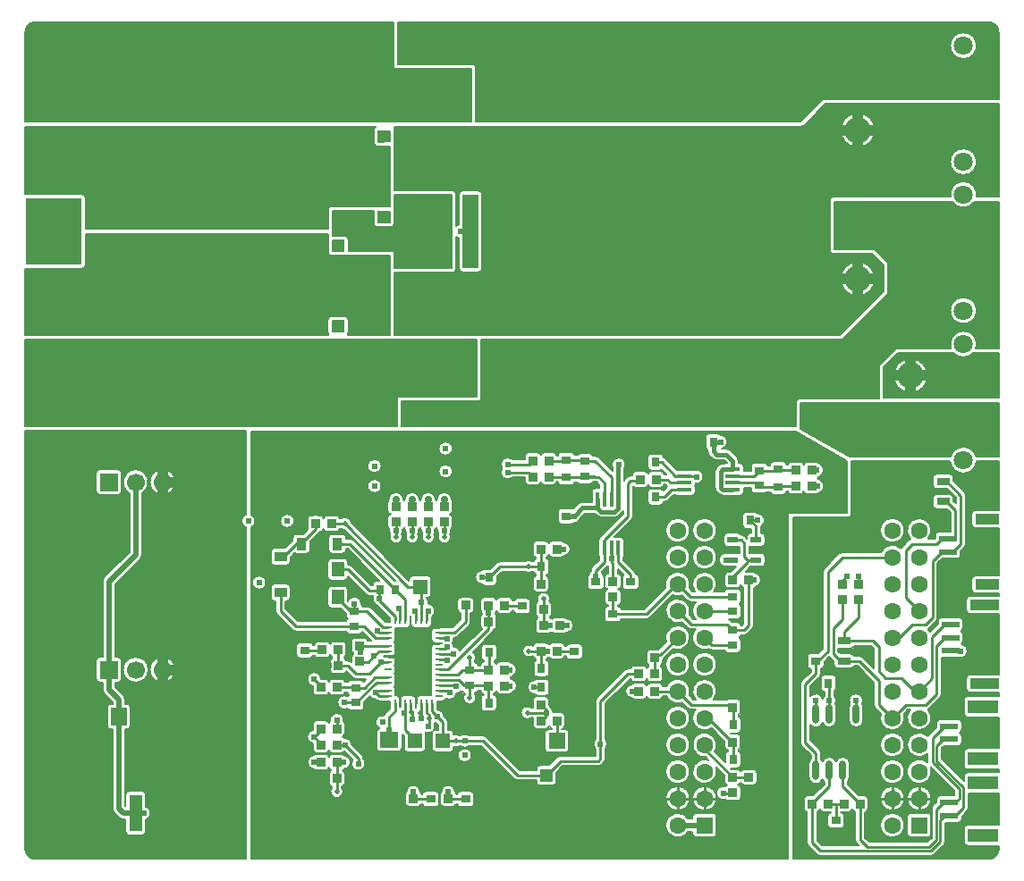
<source format=gtl>
G04 Layer: TopLayer*
G04 EasyEDA Pro v2.2.39.2, 2025-06-05 07:27:08*
G04 Gerber Generator version 0.3*
G04 Scale: 100 percent, Rotated: No, Reflected: No*
G04 Dimensions in millimeters*
G04 Leading zeros omitted, absolute positions, 4 integers and 5 decimals*
G04 Generated by one-click*
%FSLAX45Y45*%
%MOMM*%
%ADD10C,0.2032*%
%ADD11C,1.016*%
%ADD12C,0.254*%
%ADD13R,1.65001X4.49999*%
%ADD14R,5.39999X2.01*%
%ADD15R,0.8X0.9*%
%ADD16R,0.9X0.8*%
%ADD17R,1.7328X1.48501*%
%ADD18R,1.72799X1.48501*%
%ADD19R,1.35001X1.41*%
%ADD20R,1.41X1.35001*%
%ADD21R,1.48501X1.72799*%
%ADD22R,1.2X3.49999*%
%ADD23C,2.49999*%
%ADD24C,1.8*%
%ADD25R,0.95001X1.15001*%
%ADD26R,1.15001X0.95001*%
%ADD27R,1.25001X0.7*%
%ADD28R,5.59001X5.33001*%
%ADD29R,5.28X6.35*%
%ADD30R,0.7X1.2*%
%ADD31R,4.59999X3.79999*%
%ADD32R,6.99999X1.5*%
%ADD33R,1.6X1.5*%
%ADD34R,1.2X1.2*%
%ADD35R,0.80648X0.86401*%
%ADD36R,0.86401X0.80648*%
%ADD37R,1.5X6.99999*%
%ADD38C,0.5*%
%ADD39R,0.7X0.25001*%
%ADD40R,0.25001X0.7*%
%ADD41R,3.09999X5.85*%
%ADD42R,0.40599X1.397*%
%ADD43R,1.397X0.40599*%
%ADD44C,1.6*%
%ADD45R,1.6X1.6*%
%ADD46O,0.63X1.865*%
%ADD47R,1.7X0.6*%
%ADD48R,2.89999X1.3*%
%ADD49R,2.69999X1.0*%
%ADD50R,2.2X1.0*%
%ADD51R,1.7X1.7*%
%ADD52C,1.7*%
%ADD53R,1.2X1.4*%
%ADD54R,1.0X0.6*%
%ADD55C,0.61*%
%ADD56C,0.7366*%
%ADD57C,0.6096*%
%ADD58C,0.762*%
%ADD59C,0.381*%
%ADD60C,0.508*%
G75*


G04 Copper Start*
G36*
G01X3566160Y1623060D02*
G01X3566160Y2186940D01*
G01X3850640Y2186940D01*
G01X3850640Y1623060D01*
G01X3566160Y1623060D01*
G37*
G36*
G01X3566160Y1623060D02*
G01X3566160Y2186940D01*
G01X3850640Y2186940D01*
G01X3850640Y1623060D01*
G01X3566160Y1623060D01*
G37*
G36*
G01X9247886Y4354737D02*
G01X9247886Y3848004D01*
G01X9036781Y3848004D01*
G01X9029797Y3867271D01*
G01X9019777Y3885148D01*
G01X9006988Y3901162D01*
G01X8991769Y3914887D01*
G01X8974524Y3925959D01*
G01X8955709Y3934084D01*
G01X8935826Y3939047D01*
G01X8915400Y3940716D01*
G01X8894974Y3939047D01*
G01X8875091Y3934084D01*
G01X8856276Y3925959D01*
G01X8839031Y3914887D01*
G01X8823812Y3901162D01*
G01X8811023Y3885148D01*
G01X8801003Y3867271D01*
G01X8794019Y3848004D01*
G01X7834491Y3848004D01*
G01X7376160Y4114220D01*
G01X7376160Y4354737D01*
G01X9247886Y4354737D01*
G37*
G36*
G01X3378751Y6066556D02*
G01X3378751Y6166239D01*
G01X3482560Y6166239D01*
G01X3482560Y6066556D01*
G01X3378751Y6066556D01*
G37*
G36*
G01X3378751Y6833713D02*
G01X3378751Y6933395D01*
G01X3482419Y6933395D01*
G01X3482419Y6833713D01*
G01X3378751Y6833713D01*
G37*
G36*
G01X7374056Y7020560D02*
G01X4303014Y7020560D01*
G01X4303014Y7531100D01*
G01X4301261Y7542167D01*
G01X4296174Y7552151D01*
G01X4288251Y7560074D01*
G01X4278267Y7565161D01*
G01X4267200Y7566914D01*
G01X3566414Y7566914D01*
G01X3566414Y7742098D01*
G01X8789586Y7742098D01*
G01X8791498Y7720250D01*
G01X8797174Y7699067D01*
G01X8806442Y7679191D01*
G01X8819021Y7661226D01*
G01X8834528Y7645719D01*
G01X8852493Y7633140D01*
G01X8872369Y7623871D01*
G01X8893553Y7618195D01*
G01X8915400Y7616284D01*
G01X8915400Y7616284D01*
G01X8937247Y7618195D01*
G01X8958431Y7623871D01*
G01X8978307Y7633140D01*
G01X8996272Y7645719D01*
G01X9011779Y7661226D01*
G01X9024358Y7679191D01*
G01X9033626Y7699067D01*
G01X9039302Y7720250D01*
G01X9041214Y7742098D01*
G01X9039302Y7763945D01*
G01X9033626Y7785129D01*
G01X9024358Y7805005D01*
G01X9011779Y7822969D01*
G01X8996272Y7838477D01*
G01X8978307Y7851056D01*
G01X8958431Y7860324D01*
G01X8937247Y7866000D01*
G01X8915400Y7867912D01*
G01X8893553Y7866000D01*
G01X8872369Y7860324D01*
G01X8852493Y7851056D01*
G01X8834528Y7838477D01*
G01X8819021Y7822969D01*
G01X8806442Y7805005D01*
G01X8797174Y7785129D01*
G01X8791498Y7763945D01*
G01X8789586Y7742098D01*
G01X3566414Y7742098D01*
G01X3566414Y7965186D01*
G01X9156700Y7965186D01*
G01X9174490Y7963434D01*
G01X9191595Y7958245D01*
G01X9207360Y7949818D01*
G01X9221178Y7938478D01*
G01X9232518Y7924660D01*
G01X9240945Y7908895D01*
G01X9246134Y7891790D01*
G01X9247886Y7874000D01*
G01X9247886Y7236460D01*
G01X7591872Y7236460D01*
G01X7587959Y7235676D01*
G01X7584649Y7233445D01*
G01X7374056Y7020560D01*
G37*
G36*
G01X7606821Y7190486D02*
G01X9247886Y7190486D01*
G01X9247886Y6309614D01*
G01X9039134Y6309614D01*
G01X9041211Y6331541D01*
G01X9039432Y6353495D01*
G01X9033852Y6374802D01*
G01X9024642Y6394810D01*
G01X9012084Y6412904D01*
G01X8996563Y6428532D01*
G01X8978554Y6441213D01*
G01X8958610Y6450559D01*
G01X8937341Y6456284D01*
G01X8915400Y6458212D01*
G01X8893459Y6456284D01*
G01X8872190Y6450559D01*
G01X8852246Y6441213D01*
G01X8834237Y6428532D01*
G01X8818716Y6412904D01*
G01X8806158Y6394810D01*
G01X8796948Y6374802D01*
G01X8791368Y6353495D01*
G01X8789589Y6331541D01*
G01X8791666Y6309614D01*
G01X7683500Y6309614D01*
G01X7672433Y6307861D01*
G01X7662449Y6302774D01*
G01X7654526Y6294851D01*
G01X7649439Y6284867D01*
G01X7647686Y6273800D01*
G01X7647686Y5803900D01*
G01X7649439Y5792833D01*
G01X7654526Y5782849D01*
G01X7662449Y5774926D01*
G01X7672433Y5769839D01*
G01X7683500Y5768086D01*
G01X8049665Y5768086D01*
G01X8155686Y5662065D01*
G01X8155686Y5412335D01*
G01X7744865Y5001514D01*
G01X3528314Y5001514D01*
G01X3528314Y5532399D01*
G01X7754588Y5532399D01*
G01X7756568Y5507243D01*
G01X7762459Y5482705D01*
G01X7772116Y5459391D01*
G01X7785301Y5437875D01*
G01X7801690Y5418687D01*
G01X7820878Y5402298D01*
G01X7842394Y5389113D01*
G01X7865708Y5379456D01*
G01X7890245Y5373566D01*
G01X7915402Y5371586D01*
G01X7915402Y5371586D01*
G01X7940559Y5373566D01*
G01X7965096Y5379456D01*
G01X7988410Y5389113D01*
G01X8009926Y5402298D01*
G01X8029114Y5418687D01*
G01X8045503Y5437875D01*
G01X8058688Y5459391D01*
G01X8068345Y5482705D01*
G01X8074236Y5507243D01*
G01X8076216Y5532399D01*
G01X8074236Y5557556D01*
G01X8068345Y5582094D01*
G01X8058688Y5605407D01*
G01X8045503Y5626923D01*
G01X8029114Y5646112D01*
G01X8009926Y5662500D01*
G01X7988410Y5675686D01*
G01X7965096Y5685342D01*
G01X7940559Y5691233D01*
G01X7915402Y5693213D01*
G01X7890245Y5691233D01*
G01X7865708Y5685342D01*
G01X7842394Y5675686D01*
G01X7820878Y5662500D01*
G01X7801690Y5646112D01*
G01X7785301Y5626923D01*
G01X7772116Y5605407D01*
G01X7762459Y5582094D01*
G01X7756568Y5557556D01*
G01X7754588Y5532399D01*
G01X3528314Y5532399D01*
G01X3528314Y5590286D01*
G01X4076700Y5590286D01*
G01X4087767Y5592039D01*
G01X4097751Y5597126D01*
G01X4105674Y5605049D01*
G01X4110761Y5615033D01*
G01X4112514Y5626100D01*
G01X4112514Y5930453D01*
G01X4124818Y5922450D01*
G01X4138581Y5917350D01*
G01X4138581Y5631701D01*
G01X4140334Y5620634D01*
G01X4145421Y5610650D01*
G01X4153344Y5602727D01*
G01X4163328Y5597640D01*
G01X4174395Y5595887D01*
G01X4324394Y5595887D01*
G01X4335462Y5597640D01*
G01X4345445Y5602727D01*
G01X4353369Y5610650D01*
G01X4358456Y5620634D01*
G01X4360208Y5631701D01*
G01X4360208Y6331699D01*
G01X4358456Y6342766D01*
G01X4353369Y6352750D01*
G01X4345445Y6360673D01*
G01X4335462Y6365760D01*
G01X4324394Y6367513D01*
G01X4174395Y6367513D01*
G01X4163328Y6365760D01*
G01X4153344Y6360673D01*
G01X4145421Y6352750D01*
G01X4140334Y6342766D01*
G01X4138581Y6331699D01*
G01X4138581Y6046050D01*
G01X4124818Y6040950D01*
G01X4112514Y6032947D01*
G01X4112514Y6337300D01*
G01X4110761Y6348367D01*
G01X4105674Y6358351D01*
G01X4097751Y6366274D01*
G01X4087767Y6371361D01*
G01X4076700Y6373114D01*
G01X3528314Y6373114D01*
G01X3528314Y6642100D01*
G01X8789586Y6642100D01*
G01X8791498Y6620253D01*
G01X8797174Y6599069D01*
G01X8806442Y6579193D01*
G01X8819021Y6561228D01*
G01X8834528Y6545721D01*
G01X8852493Y6533142D01*
G01X8872369Y6523874D01*
G01X8893553Y6518198D01*
G01X8915400Y6516286D01*
G01X8915400Y6516286D01*
G01X8937247Y6518198D01*
G01X8958431Y6523874D01*
G01X8978307Y6533142D01*
G01X8996272Y6545721D01*
G01X9011779Y6561228D01*
G01X9024358Y6579193D01*
G01X9033626Y6599069D01*
G01X9039302Y6620253D01*
G01X9041214Y6642100D01*
G01X9039302Y6663947D01*
G01X9033626Y6685131D01*
G01X9024358Y6705007D01*
G01X9011779Y6722972D01*
G01X8996272Y6738479D01*
G01X8978307Y6751058D01*
G01X8958431Y6760326D01*
G01X8937247Y6766002D01*
G01X8915400Y6767914D01*
G01X8893553Y6766002D01*
G01X8872369Y6760326D01*
G01X8852493Y6751058D01*
G01X8834528Y6738479D01*
G01X8819021Y6722972D01*
G01X8806442Y6705007D01*
G01X8797174Y6685131D01*
G01X8791498Y6663947D01*
G01X8789586Y6642100D01*
G01X3528314Y6642100D01*
G01X3528314Y6821171D01*
G01X3528393Y6823553D01*
G01X3528393Y6942099D01*
G01X7754588Y6942099D01*
G01X7756568Y6916943D01*
G01X7762459Y6892405D01*
G01X7772116Y6869091D01*
G01X7785301Y6847575D01*
G01X7801690Y6828387D01*
G01X7820878Y6811998D01*
G01X7842394Y6798813D01*
G01X7865708Y6789156D01*
G01X7890245Y6783266D01*
G01X7915402Y6781286D01*
G01X7915402Y6781286D01*
G01X7940559Y6783266D01*
G01X7965096Y6789156D01*
G01X7988410Y6798813D01*
G01X8009926Y6811998D01*
G01X8029114Y6828387D01*
G01X8045503Y6847575D01*
G01X8058688Y6869091D01*
G01X8068345Y6892405D01*
G01X8074236Y6916943D01*
G01X8076216Y6942099D01*
G01X8074236Y6967256D01*
G01X8068345Y6991794D01*
G01X8058688Y7015107D01*
G01X8045503Y7036623D01*
G01X8029114Y7055812D01*
G01X8009926Y7072200D01*
G01X7988410Y7085386D01*
G01X7965096Y7095042D01*
G01X7940559Y7100933D01*
G01X7915402Y7102913D01*
G01X7890245Y7100933D01*
G01X7865708Y7095042D01*
G01X7842394Y7085386D01*
G01X7820878Y7072200D01*
G01X7801690Y7055812D01*
G01X7785301Y7036623D01*
G01X7772116Y7015107D01*
G01X7762459Y6991794D01*
G01X7756568Y6967256D01*
G01X7754588Y6942099D01*
G01X3528393Y6942099D01*
G01X3528393Y6943555D01*
G01X3528314Y6945936D01*
G01X3528314Y6974586D01*
G01X7378296Y6974586D01*
G01X7387628Y6975823D01*
G01X7396315Y6979449D01*
G01X7403757Y6985213D01*
G01X7606821Y7190486D01*
G37*
G36*
G01X35814Y4955540D02*
G01X4305114Y4955540D01*
G01X4304287Y4947887D01*
G01X4304287Y4746887D01*
G01X4305186Y4738910D01*
G01X4307840Y4731333D01*
G01X4307840Y4417060D01*
G01X3561757Y4417060D01*
G01X3556677Y4415699D01*
G01X3552958Y4411980D01*
G01X3551597Y4406900D01*
G01X3551597Y4301910D01*
G01X3551187Y4296505D01*
G01X3551187Y4146506D01*
G01X3551597Y4141100D01*
G01X3551597Y4137660D01*
G01X35814Y4137660D01*
G01X35814Y4955540D01*
G37*
G36*
G01X41940Y6335001D02*
G01X35814Y6334473D01*
G01X35814Y6974840D01*
G01X3351159Y6974840D01*
G01X3343558Y6969167D01*
G01X3337713Y6961698D01*
G01X3334033Y6952956D01*
G01X3332777Y6943555D01*
G01X3332777Y6823553D01*
G01X3334530Y6812485D01*
G01X3339617Y6802502D01*
G01X3347540Y6794578D01*
G01X3357524Y6789491D01*
G01X3368591Y6787739D01*
G01X3482340Y6787739D01*
G01X3482340Y6341558D01*
G01X3482086Y6337300D01*
G01X3482086Y6220714D01*
G01X2933700Y6220714D01*
G01X2922633Y6218961D01*
G01X2912649Y6213874D01*
G01X2904726Y6205951D01*
G01X2899639Y6195967D01*
G01X2897886Y6184900D01*
G01X2897886Y6004560D01*
G01X605754Y6004560D01*
G01X605754Y6299187D01*
G01X604002Y6310254D01*
G01X598915Y6320238D01*
G01X590991Y6328161D01*
G01X581008Y6333248D01*
G01X569940Y6335001D01*
G01X41940Y6335001D01*
G37*
G36*
G01X4257040Y7020560D02*
G01X3496758Y7020560D01*
G01X3492500Y7020814D01*
G01X35814Y7020814D01*
G01X35814Y7874000D01*
G01X37566Y7891790D01*
G01X42755Y7908895D01*
G01X51182Y7924660D01*
G01X62522Y7938478D01*
G01X76340Y7949818D01*
G01X92105Y7958245D01*
G01X109210Y7963434D01*
G01X127000Y7965186D01*
G01X3520440Y7965186D01*
G01X3520440Y7531100D01*
G01X3521801Y7526020D01*
G01X3525520Y7522301D01*
G01X3530600Y7520940D01*
G01X4257040Y7520940D01*
G01X4257040Y7020560D01*
G37*
G36*
G01X2906019Y5001514D02*
G01X35814Y5001514D01*
G01X35814Y5628901D01*
G01X41940Y5628373D01*
G01X569940Y5628373D01*
G01X581008Y5630126D01*
G01X590991Y5635213D01*
G01X598915Y5643136D01*
G01X604002Y5653120D01*
G01X605754Y5664187D01*
G01X605754Y5958827D01*
G01X2897886Y5958827D01*
G01X2897886Y5786827D01*
G01X2899639Y5775760D01*
G01X2904726Y5765776D01*
G01X2912649Y5757853D01*
G01X2922633Y5752766D01*
G01X2933700Y5751013D01*
G01X3482086Y5751013D01*
G01X3482086Y5626100D01*
G01X3482340Y5621842D01*
G01X3482340Y5001514D01*
G01X3084646Y5001514D01*
G01X3089428Y5008564D01*
G01X3092410Y5016543D01*
G01X3093423Y5025001D01*
G01X3093423Y5145004D01*
G01X3091670Y5156071D01*
G01X3086583Y5166055D01*
G01X3078660Y5173978D01*
G01X3068676Y5179065D01*
G01X3057609Y5180818D01*
G01X2933056Y5180818D01*
G01X2921989Y5179065D01*
G01X2912005Y5173978D01*
G01X2904082Y5166055D01*
G01X2898995Y5156071D01*
G01X2897242Y5145004D01*
G01X2897242Y5025001D01*
G01X2898255Y5016543D01*
G01X2901237Y5008564D01*
G01X2906019Y5001514D01*
G37*
G36*
G01X3057609Y5942818D02*
G01X2943860Y5942818D01*
G01X2943860Y6174740D01*
G01X3332777Y6174740D01*
G01X3332777Y6056396D01*
G01X3334530Y6045329D01*
G01X3339617Y6035345D01*
G01X3347540Y6027422D01*
G01X3357524Y6022335D01*
G01X3368591Y6020582D01*
G01X3492720Y6020582D01*
G01X3503787Y6022335D01*
G01X3513771Y6027422D01*
G01X3521694Y6035345D01*
G01X3526781Y6045329D01*
G01X3528534Y6056396D01*
G01X3528534Y6176399D01*
G01X3527900Y6183105D01*
G01X3528060Y6184900D01*
G01X3528060Y6327140D01*
G01X4066540Y6327140D01*
G01X4066540Y5636260D01*
G01X3528060Y5636260D01*
G01X3528060Y5786827D01*
G01X3526699Y5791907D01*
G01X3522980Y5795626D01*
G01X3517900Y5796987D01*
G01X3093423Y5796987D01*
G01X3093423Y5907004D01*
G01X3091670Y5918071D01*
G01X3086583Y5928055D01*
G01X3078660Y5935978D01*
G01X3068676Y5941065D01*
G01X3057609Y5942818D01*
G37*
G36*
G01X2943216Y5035161D02*
G01X2943216Y5134844D01*
G01X3047449Y5134844D01*
G01X3047449Y5035161D01*
G01X2943216Y5035161D01*
G37*
G36*
G01X2944448Y5797161D02*
G01X2944448Y5896844D01*
G01X3047449Y5896844D01*
G01X3047449Y5797161D01*
G01X2944448Y5797161D01*
G37*
G36*
G01X9156700Y35814D02*
G01X7302640Y35814D01*
G01X7302640Y3160286D01*
G01X8126980Y3160286D01*
G01X8126980Y3138914D01*
G01X8130907Y3117906D01*
G01X8138628Y3097977D01*
G01X8149879Y3079807D01*
G01X8164277Y3064013D01*
G01X8181332Y3051133D01*
G01X8200463Y3041607D01*
G01X8221019Y3035758D01*
G01X8242300Y3033786D01*
G01X8242300Y3033786D01*
G01X8263581Y3035758D01*
G01X8284137Y3041607D01*
G01X8303268Y3051133D01*
G01X8320323Y3064013D01*
G01X8334721Y3079807D01*
G01X8345972Y3097977D01*
G01X8353693Y3117906D01*
G01X8357620Y3138914D01*
G01X8357620Y3160286D01*
G01X8353693Y3181294D01*
G01X8345972Y3201223D01*
G01X8334721Y3219393D01*
G01X8320323Y3235187D01*
G01X8303268Y3248067D01*
G01X8284137Y3257593D01*
G01X8263581Y3263442D01*
G01X8242300Y3265414D01*
G01X8221019Y3263442D01*
G01X8200463Y3257593D01*
G01X8181332Y3248067D01*
G01X8164277Y3235187D01*
G01X8149879Y3219393D01*
G01X8138628Y3201223D01*
G01X8130907Y3181294D01*
G01X8126980Y3160286D01*
G01X7302640Y3160286D01*
G01X7302640Y3270165D01*
G01X7820774Y3270165D01*
G01X7831841Y3271918D01*
G01X7841825Y3277005D01*
G01X7849748Y3284928D01*
G01X7854835Y3294912D01*
G01X7856588Y3305979D01*
G01X7856588Y3802029D01*
G01X8790246Y3802029D01*
G01X8793999Y3781873D01*
G01X8800976Y3762593D01*
G01X8810991Y3744703D01*
G01X8823780Y3728677D01*
G01X8839001Y3714941D01*
G01X8856252Y3703859D01*
G01X8875073Y3695727D01*
G01X8894965Y3690759D01*
G01X8915400Y3689088D01*
G01X8935835Y3690759D01*
G01X8955727Y3695727D01*
G01X8974548Y3703859D01*
G01X8991799Y3714941D01*
G01X9007020Y3728677D01*
G01X9019809Y3744703D01*
G01X9029824Y3762593D01*
G01X9036801Y3781873D01*
G01X9040554Y3802029D01*
G01X9247886Y3802029D01*
G01X9247886Y3342221D01*
G01X9028892Y3342221D01*
G01X9017825Y3340468D01*
G01X9007841Y3335381D01*
G01X8999918Y3327458D01*
G01X8994831Y3317474D01*
G01X8993078Y3306407D01*
G01X8993078Y3206407D01*
G01X8994831Y3195340D01*
G01X8999918Y3185356D01*
G01X9007841Y3177433D01*
G01X9017825Y3172346D01*
G01X9028892Y3170593D01*
G01X9247886Y3170593D01*
G01X9247886Y2722207D01*
G01X9028908Y2722207D01*
G01X9017840Y2720454D01*
G01X9007857Y2715367D01*
G01X8999933Y2707444D01*
G01X8994846Y2697460D01*
G01X8993094Y2686393D01*
G01X8993094Y2586393D01*
G01X8994846Y2575326D01*
G01X8999933Y2565342D01*
G01X9007857Y2557419D01*
G01X9017840Y2552332D01*
G01X9028908Y2550579D01*
G01X9247886Y2550579D01*
G01X9247886Y2528380D01*
G01X8978457Y2528380D01*
G01X8967390Y2526627D01*
G01X8957406Y2521540D01*
G01X8949483Y2513616D01*
G01X8944396Y2503633D01*
G01X8942643Y2492566D01*
G01X8942643Y2392566D01*
G01X8944396Y2381499D01*
G01X8949483Y2371515D01*
G01X8957406Y2363592D01*
G01X8967390Y2358505D01*
G01X8978457Y2356752D01*
G01X9247886Y2356752D01*
G01X9247886Y1783448D01*
G01X8978457Y1783448D01*
G01X8967390Y1781695D01*
G01X8957406Y1776608D01*
G01X8949483Y1768685D01*
G01X8944396Y1758701D01*
G01X8942643Y1747634D01*
G01X8942643Y1647635D01*
G01X8944396Y1636567D01*
G01X8949483Y1626584D01*
G01X8957406Y1618660D01*
G01X8967390Y1613573D01*
G01X8978457Y1611821D01*
G01X9247886Y1611821D01*
G01X9247886Y1580150D01*
G01X9245794Y1580211D01*
G01X8955795Y1580211D01*
G01X8944728Y1578459D01*
G01X8934744Y1573372D01*
G01X8926821Y1565448D01*
G01X8921734Y1555465D01*
G01X8919981Y1544397D01*
G01X8919981Y1414398D01*
G01X8921734Y1403331D01*
G01X8926821Y1393347D01*
G01X8934744Y1385424D01*
G01X8944728Y1380337D01*
G01X8955795Y1378584D01*
G01X9245794Y1378584D01*
G01X9247886Y1378645D01*
G01X9247886Y1085155D01*
G01X9245794Y1085216D01*
G01X8955795Y1085216D01*
G01X8944728Y1083463D01*
G01X8934744Y1078376D01*
G01X8926821Y1070453D01*
G01X8921734Y1060469D01*
G01X8919981Y1049402D01*
G01X8919981Y919403D01*
G01X8921734Y908335D01*
G01X8926821Y898352D01*
G01X8934744Y890428D01*
G01X8944728Y885341D01*
G01X8955795Y883589D01*
G01X9245794Y883589D01*
G01X9247886Y883650D01*
G01X9247886Y856250D01*
G01X9245794Y856311D01*
G01X8955795Y856311D01*
G01X8944728Y854559D01*
G01X8934744Y849472D01*
G01X8926821Y841548D01*
G01X8921734Y831565D01*
G01X8919981Y820497D01*
G01X8919981Y775228D01*
G01X8709914Y985295D01*
G01X8709914Y1084805D01*
G01X8728686Y1103577D01*
G01X8865805Y1103577D01*
G01X8876872Y1105330D01*
G01X8886856Y1110417D01*
G01X8894779Y1118340D01*
G01X8899866Y1128324D01*
G01X8901619Y1139391D01*
G01X8901619Y1199391D01*
G01X8900180Y1209441D01*
G01X8895978Y1218684D01*
G01X8889351Y1226377D01*
G01X8880831Y1231900D01*
G01X8889351Y1237423D01*
G01X8895978Y1245116D01*
G01X8900180Y1254359D01*
G01X8901619Y1264409D01*
G01X8901619Y1324409D01*
G01X8899866Y1335476D01*
G01X8894779Y1345460D01*
G01X8886856Y1353383D01*
G01X8876872Y1358470D01*
G01X8865805Y1360223D01*
G01X8695806Y1360223D01*
G01X8684738Y1358470D01*
G01X8674755Y1353383D01*
G01X8666831Y1345460D01*
G01X8661744Y1335476D01*
G01X8659992Y1324409D01*
G01X8659992Y1286401D01*
G01X8588995Y1215405D01*
G01X8582865Y1207906D01*
G01X8578345Y1199340D01*
G01X8562410Y1212691D01*
G01X8544344Y1222978D01*
G01X8524730Y1229870D01*
G01X8504200Y1233144D01*
G01X8483416Y1232695D01*
G01X8463046Y1228537D01*
G01X8443748Y1220805D01*
G01X8426144Y1209746D01*
G01X8410800Y1195719D01*
G01X8398211Y1179175D01*
G01X8388783Y1160646D01*
G01X8382819Y1140730D01*
G01X8380512Y1120069D01*
G01X8381937Y1099329D01*
G01X8387046Y1079177D01*
G01X8395675Y1060263D01*
G01X8407547Y1043197D01*
G01X8422279Y1028528D01*
G01X8439396Y1016730D01*
G01X8458347Y1008181D01*
G01X8478521Y1003159D01*
G01X8499267Y1001824D01*
G01X8519918Y1004220D01*
G01X8539808Y1010269D01*
G01X8558296Y1019777D01*
G01X8574786Y1032437D01*
G01X8574786Y952500D01*
G01X8574941Y948620D01*
G01X8558353Y961387D01*
G01X8539738Y970959D01*
G01X8519704Y977024D01*
G01X8498905Y979385D01*
G01X8478021Y977962D01*
G01X8457735Y972804D01*
G01X8438708Y964079D01*
G01X8421562Y952071D01*
G01X8406858Y937173D01*
G01X8395076Y919872D01*
G01X8386600Y900732D01*
G01X8381708Y880380D01*
G01X8380559Y859479D01*
G01X8383192Y838713D01*
G01X8389519Y818760D01*
G01X8399334Y800272D01*
G01X8412317Y783852D01*
G01X8428043Y770038D01*
G01X8445999Y759280D01*
G01X8465599Y751930D01*
G01X8486201Y748227D01*
G01X8507133Y748294D01*
G01X8527711Y752127D01*
G01X8547263Y759602D01*
G01X8565151Y770474D01*
G01X8580789Y784388D01*
G01X8593667Y800890D01*
G01X8603364Y819440D01*
G01X8609564Y839433D01*
G01X8612064Y860216D01*
G01X8610783Y881109D01*
G01X8605761Y901430D01*
G01X8828786Y678405D01*
G01X8828786Y636323D01*
G01X8695806Y636323D01*
G01X8684738Y634570D01*
G01X8674755Y629483D01*
G01X8666831Y621560D01*
G01X8661744Y611576D01*
G01X8659992Y600509D01*
G01X8659992Y575201D01*
G01X8627095Y542305D01*
G01X8619386Y532257D01*
G01X8614539Y520556D01*
G01X8612886Y508000D01*
G01X8612886Y235541D01*
G01X8575759Y198414D01*
G01X8023595Y198414D01*
G01X7985150Y236859D01*
G01X7985150Y366286D01*
G01X8126980Y366286D01*
G01X8126980Y344914D01*
G01X8130907Y323906D01*
G01X8138628Y303977D01*
G01X8149879Y285807D01*
G01X8164277Y270013D01*
G01X8181332Y257133D01*
G01X8200463Y247607D01*
G01X8221019Y241758D01*
G01X8242300Y239786D01*
G01X8242300Y239786D01*
G01X8263581Y241758D01*
G01X8284137Y247607D01*
G01X8303268Y257133D01*
G01X8320323Y270013D01*
G01X8325417Y275600D01*
G01X8380486Y275600D01*
G01X8382239Y264533D01*
G01X8387326Y254549D01*
G01X8395249Y246626D01*
G01X8405233Y241539D01*
G01X8416300Y239786D01*
G01X8576300Y239786D01*
G01X8587367Y241539D01*
G01X8597351Y246626D01*
G01X8605274Y254549D01*
G01X8610361Y264533D01*
G01X8612114Y275600D01*
G01X8612114Y435600D01*
G01X8612114Y435600D01*
G01X8610361Y446667D01*
G01X8605274Y456651D01*
G01X8597351Y464574D01*
G01X8587367Y469661D01*
G01X8576300Y471414D01*
G01X8416300Y471414D01*
G01X8405233Y469661D01*
G01X8395249Y464574D01*
G01X8387326Y456651D01*
G01X8382239Y446667D01*
G01X8380486Y435600D01*
G01X8380486Y275600D01*
G01X8325417Y275600D01*
G01X8334721Y285807D01*
G01X8345972Y303977D01*
G01X8353693Y323906D01*
G01X8357620Y344914D01*
G01X8357620Y366286D01*
G01X8353693Y387294D01*
G01X8345972Y407223D01*
G01X8334721Y425393D01*
G01X8320323Y441187D01*
G01X8303268Y454067D01*
G01X8284137Y463593D01*
G01X8263581Y469442D01*
G01X8242300Y471414D01*
G01X8221019Y469442D01*
G01X8200463Y463593D01*
G01X8181332Y454067D01*
G01X8164277Y441187D01*
G01X8149879Y425393D01*
G01X8138628Y407223D01*
G01X8130907Y387294D01*
G01X8126980Y366286D01*
G01X7985150Y366286D01*
G01X7985150Y480735D01*
G01X7996158Y485366D01*
G01X8005031Y493359D01*
G01X8010783Y503825D01*
G01X8012774Y515600D01*
G01X8012774Y602000D01*
G01X8011021Y613067D01*
G01X8007343Y620286D01*
G01X8126980Y620286D01*
G01X8126980Y598914D01*
G01X8130907Y577906D01*
G01X8138628Y557977D01*
G01X8149879Y539807D01*
G01X8164277Y524013D01*
G01X8181332Y511133D01*
G01X8200463Y501607D01*
G01X8221019Y495758D01*
G01X8242300Y493786D01*
G01X8242300Y493786D01*
G01X8263581Y495758D01*
G01X8284137Y501607D01*
G01X8303268Y511133D01*
G01X8320323Y524013D01*
G01X8334721Y539807D01*
G01X8345972Y557977D01*
G01X8353693Y577906D01*
G01X8357620Y598914D01*
G01X8357620Y620286D01*
G01X8357620Y620286D01*
G01X8380980Y620286D01*
G01X8380980Y598914D01*
G01X8384907Y577906D01*
G01X8392628Y557977D01*
G01X8403879Y539807D01*
G01X8418277Y524013D01*
G01X8435332Y511133D01*
G01X8454463Y501607D01*
G01X8475019Y495758D01*
G01X8496300Y493786D01*
G01X8496300Y493786D01*
G01X8517581Y495758D01*
G01X8538137Y501607D01*
G01X8557268Y511133D01*
G01X8574323Y524013D01*
G01X8588721Y539807D01*
G01X8599972Y557977D01*
G01X8607693Y577906D01*
G01X8611620Y598914D01*
G01X8611620Y620286D01*
G01X8607693Y641294D01*
G01X8599972Y661223D01*
G01X8588721Y679393D01*
G01X8574323Y695187D01*
G01X8557268Y708067D01*
G01X8538137Y717593D01*
G01X8517581Y723442D01*
G01X8496300Y725414D01*
G01X8475019Y723442D01*
G01X8454463Y717593D01*
G01X8435332Y708067D01*
G01X8418277Y695187D01*
G01X8403879Y679393D01*
G01X8392628Y661223D01*
G01X8384907Y641294D01*
G01X8380980Y620286D01*
G01X8357620Y620286D01*
G01X8353693Y641294D01*
G01X8345972Y661223D01*
G01X8334721Y679393D01*
G01X8320323Y695187D01*
G01X8303268Y708067D01*
G01X8284137Y717593D01*
G01X8263581Y723442D01*
G01X8242300Y725414D01*
G01X8221019Y723442D01*
G01X8200463Y717593D01*
G01X8181332Y708067D01*
G01X8164277Y695187D01*
G01X8149879Y679393D01*
G01X8138628Y661223D01*
G01X8130907Y641294D01*
G01X8126980Y620286D01*
G01X8007343Y620286D01*
G01X8005934Y623051D01*
G01X7998011Y630974D01*
G01X7988027Y636061D01*
G01X7976960Y637814D01*
G01X7926231Y637814D01*
G01X7820914Y743132D01*
G01X7820914Y766337D01*
G01X7828908Y776423D01*
G01X7834837Y787846D01*
G01X7838483Y800189D01*
G01X7839714Y813001D01*
G01X7839714Y874286D01*
G01X8126980Y874286D01*
G01X8126980Y852914D01*
G01X8130907Y831906D01*
G01X8138628Y811977D01*
G01X8149879Y793807D01*
G01X8164277Y778013D01*
G01X8181332Y765133D01*
G01X8200463Y755607D01*
G01X8221019Y749758D01*
G01X8242300Y747786D01*
G01X8242300Y747786D01*
G01X8263581Y749758D01*
G01X8284137Y755607D01*
G01X8303268Y765133D01*
G01X8320323Y778013D01*
G01X8334721Y793807D01*
G01X8345972Y811977D01*
G01X8353693Y831906D01*
G01X8357620Y852914D01*
G01X8357620Y874286D01*
G01X8353693Y895294D01*
G01X8345972Y915223D01*
G01X8334721Y933393D01*
G01X8320323Y949187D01*
G01X8303268Y962067D01*
G01X8284137Y971593D01*
G01X8263581Y977442D01*
G01X8242300Y979414D01*
G01X8221019Y977442D01*
G01X8200463Y971593D01*
G01X8181332Y962067D01*
G01X8164277Y949187D01*
G01X8149879Y933393D01*
G01X8138628Y915223D01*
G01X8130907Y895294D01*
G01X8126980Y874286D01*
G01X7839714Y874286D01*
G01X7839714Y936501D01*
G01X7837885Y952083D01*
G01X7832499Y966819D01*
G01X7823848Y979909D01*
G01X7812402Y990639D01*
G01X7798782Y998429D01*
G01X7783730Y1002854D01*
G01X7768061Y1003674D01*
G01X7752629Y1000845D01*
G01X7738271Y994521D01*
G01X7725766Y985044D01*
G01X7715796Y972930D01*
G01X7708900Y958837D01*
G01X7702348Y972390D01*
G01X7692949Y984148D01*
G01X7681171Y993523D01*
G01X7667604Y1000047D01*
G01X7652927Y1003392D01*
G01X7637873Y1003392D01*
G01X7623196Y1000047D01*
G01X7609629Y993523D01*
G01X7597851Y984148D01*
G01X7588452Y972390D01*
G01X7581900Y958837D01*
G01X7575713Y971805D01*
G01X7566914Y983165D01*
G01X7566914Y1041400D01*
G01X7565261Y1053956D01*
G01X7560414Y1065657D01*
G01X7552705Y1075705D01*
G01X7500123Y1128286D01*
G01X8126980Y1128286D01*
G01X8126980Y1106914D01*
G01X8130907Y1085906D01*
G01X8138628Y1065977D01*
G01X8149879Y1047807D01*
G01X8164277Y1032013D01*
G01X8181332Y1019133D01*
G01X8200463Y1009607D01*
G01X8221019Y1003758D01*
G01X8242300Y1001786D01*
G01X8242300Y1001786D01*
G01X8263581Y1003758D01*
G01X8284137Y1009607D01*
G01X8303268Y1019133D01*
G01X8320323Y1032013D01*
G01X8334721Y1047807D01*
G01X8345972Y1065977D01*
G01X8353693Y1085906D01*
G01X8357620Y1106914D01*
G01X8357620Y1128286D01*
G01X8353693Y1149294D01*
G01X8345972Y1169223D01*
G01X8334721Y1187393D01*
G01X8320323Y1203187D01*
G01X8303268Y1216067D01*
G01X8284137Y1225593D01*
G01X8263581Y1231442D01*
G01X8242300Y1233414D01*
G01X8221019Y1231442D01*
G01X8200463Y1225593D01*
G01X8181332Y1216067D01*
G01X8164277Y1203187D01*
G01X8149879Y1187393D01*
G01X8138628Y1169223D01*
G01X8130907Y1149294D01*
G01X8126980Y1128286D01*
G01X7500123Y1128286D01*
G01X7465314Y1163095D01*
G01X7465314Y1308111D01*
G01X7476563Y1296766D01*
G01X7490169Y1288392D01*
G01X7505366Y1283460D01*
G01X7521296Y1282248D01*
G01X7537064Y1284825D01*
G01X7551780Y1291045D01*
G01X7564615Y1300558D01*
G01X7574848Y1312828D01*
G01X7581900Y1327163D01*
G01X7588796Y1313070D01*
G01X7598766Y1300956D01*
G01X7611271Y1291479D01*
G01X7625629Y1285155D01*
G01X7641061Y1282326D01*
G01X7656730Y1283146D01*
G01X7671782Y1287571D01*
G01X7685402Y1295361D01*
G01X7696848Y1306091D01*
G01X7705499Y1319181D01*
G01X7710885Y1333917D01*
G01X7712714Y1349499D01*
G01X7712714Y1472999D01*
G01X7832086Y1472999D01*
G01X7832086Y1349499D01*
G01X7834042Y1333390D01*
G01X7839797Y1318217D01*
G01X7849015Y1304862D01*
G01X7861161Y1294101D01*
G01X7875530Y1286560D01*
G01X7891286Y1282676D01*
G01X7907514Y1282676D01*
G01X7923270Y1286560D01*
G01X7937639Y1294101D01*
G01X7949785Y1304862D01*
G01X7959003Y1318217D01*
G01X7964758Y1333390D01*
G01X7966714Y1349499D01*
G01X7966714Y1472999D01*
G01X7965741Y1484402D01*
G01X7962851Y1495475D01*
G01X7958127Y1505898D01*
G01X7963572Y1519983D01*
G01X7965691Y1534934D01*
G01X7964371Y1549976D01*
G01X7959684Y1564331D01*
G01X7951870Y1577252D01*
G01X7941335Y1588071D01*
G01X7928627Y1596226D01*
G01X7914402Y1601295D01*
G01X7899400Y1603014D01*
G01X7884398Y1601295D01*
G01X7870173Y1596226D01*
G01X7857465Y1588071D01*
G01X7846930Y1577252D01*
G01X7839116Y1564331D01*
G01X7834429Y1549976D01*
G01X7833109Y1534934D01*
G01X7835228Y1519983D01*
G01X7840673Y1505898D01*
G01X7835949Y1495475D01*
G01X7833059Y1484402D01*
G01X7832086Y1472999D01*
G01X7832086Y1472999D01*
G01X7712714Y1472999D01*
G01X7711790Y1484116D01*
G01X7709042Y1494927D01*
G01X7704547Y1505136D01*
G01X7710038Y1520305D01*
G01X7711703Y1536351D01*
G01X7709444Y1552324D01*
G01X7703395Y1567280D01*
G01X7693914Y1580332D01*
G01X7693914Y1624286D01*
G01X7702437Y1629809D01*
G01X7709067Y1637502D01*
G01X7713272Y1646747D01*
G01X7714712Y1656800D01*
G01X7714712Y1746800D01*
G01X7712959Y1757867D01*
G01X7707872Y1767851D01*
G01X7699948Y1775774D01*
G01X7689965Y1780861D01*
G01X7678898Y1782614D01*
G01X7598898Y1782614D01*
G01X7587831Y1780861D01*
G01X7577847Y1775774D01*
G01X7569924Y1767851D01*
G01X7564837Y1757867D01*
G01X7563084Y1746800D01*
G01X7563084Y1656800D01*
G01X7564714Y1646116D01*
G01X7569458Y1636406D01*
G01X7576882Y1628552D01*
G01X7586311Y1623271D01*
G01X7596886Y1621043D01*
G01X7596886Y1580332D01*
G01X7588095Y1568494D01*
G01X7582137Y1555006D01*
G01X7576545Y1568586D01*
G01X7568100Y1580603D01*
G01X7557218Y1590465D01*
G01X7544431Y1597691D01*
G01X7530368Y1601925D01*
G01X7515718Y1602960D01*
G01X7501199Y1600744D01*
G01X7487524Y1595388D01*
G01X7475364Y1587152D01*
G01X7465314Y1576442D01*
G01X7465314Y1669005D01*
G01X7552705Y1756395D01*
G01X7560414Y1766443D01*
G01X7565261Y1778144D01*
G01X7566914Y1790700D01*
G01X7566914Y1835556D01*
G01X7577108Y1838111D01*
G01X7586122Y1843515D01*
G01X7593179Y1851302D01*
G01X7597672Y1860802D01*
G01X7599214Y1871198D01*
G01X7599214Y1904505D01*
G01X7645611Y1950901D01*
G01X7649195Y1946895D01*
G01X7688386Y1907705D01*
G01X7688386Y1876604D01*
G01X7690139Y1865537D01*
G01X7695226Y1855553D01*
G01X7703149Y1847630D01*
G01X7713133Y1842543D01*
G01X7724200Y1840790D01*
G01X7849201Y1840790D01*
G01X7859646Y1842347D01*
G01X7869184Y1846883D01*
G01X7876983Y1854004D01*
G01X7882367Y1863090D01*
G01X7910801Y1863090D01*
G01X8066786Y1707105D01*
G01X8066786Y1498600D01*
G01X8068439Y1486044D01*
G01X8073286Y1474343D01*
G01X8080995Y1464295D01*
G01X8133634Y1411657D01*
G01X8128321Y1392136D01*
G01X8126487Y1371989D01*
G01X8128186Y1351830D01*
G01X8133368Y1332274D01*
G01X8141873Y1313918D01*
G01X8153443Y1297322D01*
G01X8167724Y1282993D01*
G01X8184281Y1271367D01*
G01X8202608Y1262800D01*
G01X8222147Y1257553D01*
G01X8242300Y1255786D01*
G01X8262453Y1257553D01*
G01X8281992Y1262800D01*
G01X8300319Y1271367D01*
G01X8316876Y1282993D01*
G01X8331157Y1297322D01*
G01X8342727Y1313918D01*
G01X8351232Y1332274D01*
G01X8356414Y1351830D01*
G01X8358113Y1371989D01*
G01X8356279Y1392136D01*
G01X8350966Y1411657D01*
G01X8389395Y1450086D01*
G01X8411137Y1450086D01*
G01X8398477Y1433596D01*
G01X8388969Y1415108D01*
G01X8382920Y1395218D01*
G01X8380524Y1374567D01*
G01X8381859Y1353821D01*
G01X8386881Y1333647D01*
G01X8395430Y1314696D01*
G01X8407228Y1297579D01*
G01X8421897Y1282847D01*
G01X8438963Y1270975D01*
G01X8457877Y1262346D01*
G01X8478029Y1257237D01*
G01X8498769Y1255812D01*
G01X8519430Y1258119D01*
G01X8539346Y1264083D01*
G01X8557875Y1273511D01*
G01X8574419Y1286100D01*
G01X8588446Y1301444D01*
G01X8599505Y1319048D01*
G01X8607237Y1338346D01*
G01X8611395Y1358716D01*
G01X8611844Y1379500D01*
G01X8608570Y1400030D01*
G01X8601678Y1419644D01*
G01X8591391Y1437710D01*
G01X8578040Y1453645D01*
G01X8586606Y1458165D01*
G01X8594105Y1464295D01*
G01X8695705Y1565895D01*
G01X8703414Y1575943D01*
G01X8708261Y1587644D01*
G01X8709914Y1600200D01*
G01X8709914Y1941726D01*
G01X8876256Y1941726D01*
G01X8891458Y1940302D01*
G01X8906583Y1942393D01*
G01X8920829Y1947888D01*
G01X8933440Y1956495D01*
G01X8943748Y1967759D01*
G01X8951207Y1981081D01*
G01X8955422Y1995757D01*
G01X8956167Y2011007D01*
G01X8953405Y2026024D01*
G01X8947282Y2040011D01*
G01X8938122Y2052227D01*
G01X8926411Y2062024D01*
G01X8912769Y2068883D01*
G01X8897920Y2072439D01*
G01X8906702Y2080429D01*
G01X8912389Y2090851D01*
G01X8914357Y2102559D01*
G01X8914357Y2162559D01*
G01X8912920Y2172602D01*
G01X8908724Y2181840D01*
G01X8902106Y2189530D01*
G01X8893597Y2195055D01*
G01X8902106Y2200581D01*
G01X8908724Y2208271D01*
G01X8912920Y2217508D01*
G01X8914357Y2227552D01*
G01X8914357Y2287552D01*
G01X8912604Y2298619D01*
G01X8907517Y2308603D01*
G01X8899594Y2316526D01*
G01X8889610Y2321613D01*
G01X8878543Y2323366D01*
G01X8708544Y2323366D01*
G01X8697477Y2321613D01*
G01X8687493Y2316526D01*
G01X8679570Y2308603D01*
G01X8674483Y2298619D01*
G01X8672730Y2287552D01*
G01X8672730Y2264339D01*
G01X8597787Y2189396D01*
G01X8588849Y2203224D01*
G01X8578040Y2215645D01*
G01X8586606Y2220165D01*
G01X8594105Y2226295D01*
G01X8657605Y2289795D01*
G01X8665314Y2299843D01*
G01X8670161Y2311544D01*
G01X8671814Y2324100D01*
G01X8671814Y2837405D01*
G01X8714983Y2880573D01*
G01X8853093Y2880573D01*
G01X8864160Y2882326D01*
G01X8874143Y2887413D01*
G01X8882067Y2895336D01*
G01X8887154Y2905320D01*
G01X8888907Y2916387D01*
G01X8888907Y2952897D01*
G01X8924305Y2988295D01*
G01X8932014Y2998343D01*
G01X8936861Y3010044D01*
G01X8938514Y3022600D01*
G01X8938514Y3479800D01*
G01X8936861Y3492356D01*
G01X8932014Y3504057D01*
G01X8924305Y3514105D01*
G01X8821614Y3616795D01*
G01X8821614Y3647896D01*
G01X8819861Y3658963D01*
G01X8814774Y3668947D01*
G01X8806851Y3676870D01*
G01X8796867Y3681957D01*
G01X8785800Y3683710D01*
G01X8660799Y3683710D01*
G01X8649732Y3681957D01*
G01X8639748Y3676870D01*
G01X8631825Y3668947D01*
G01X8626738Y3658963D01*
G01X8624985Y3647896D01*
G01X8624985Y3577896D01*
G01X8626738Y3566829D01*
G01X8631825Y3556845D01*
G01X8639748Y3548922D01*
G01X8649732Y3543835D01*
G01X8660799Y3542082D01*
G01X8759109Y3542082D01*
G01X8841486Y3459705D01*
G01X8841486Y3406423D01*
G01X8821614Y3426295D01*
G01X8821614Y3457904D01*
G01X8819861Y3468971D01*
G01X8814774Y3478955D01*
G01X8806851Y3486878D01*
G01X8796867Y3491965D01*
G01X8785800Y3493718D01*
G01X8660799Y3493718D01*
G01X8649732Y3491965D01*
G01X8639748Y3486878D01*
G01X8631825Y3478955D01*
G01X8626738Y3468971D01*
G01X8624985Y3457904D01*
G01X8624985Y3387904D01*
G01X8626738Y3376837D01*
G01X8631825Y3366853D01*
G01X8639748Y3358930D01*
G01X8649732Y3353843D01*
G01X8660799Y3352090D01*
G01X8758601Y3352090D01*
G01X8790686Y3320005D01*
G01X8790686Y3137220D01*
G01X8683093Y3137220D01*
G01X8672026Y3135467D01*
G01X8662042Y3130380D01*
G01X8654119Y3122457D01*
G01X8649032Y3112473D01*
G01X8647279Y3101406D01*
G01X8647279Y3077088D01*
G01X8641305Y3071114D01*
G01X8581463Y3071114D01*
G01X8594123Y3087604D01*
G01X8603631Y3106092D01*
G01X8609680Y3125982D01*
G01X8612076Y3146633D01*
G01X8610741Y3167379D01*
G01X8605719Y3187553D01*
G01X8597170Y3206504D01*
G01X8585372Y3223621D01*
G01X8570703Y3238353D01*
G01X8553637Y3250225D01*
G01X8534723Y3258854D01*
G01X8514571Y3263963D01*
G01X8493831Y3265388D01*
G01X8473170Y3263081D01*
G01X8453254Y3257117D01*
G01X8434725Y3247689D01*
G01X8418181Y3235100D01*
G01X8404154Y3219756D01*
G01X8393095Y3202152D01*
G01X8385363Y3182854D01*
G01X8381205Y3162484D01*
G01X8380756Y3141700D01*
G01X8384030Y3121170D01*
G01X8390922Y3101556D01*
G01X8401209Y3083490D01*
G01X8414560Y3067555D01*
G01X8405994Y3063035D01*
G01X8398495Y3056905D01*
G01X8334995Y2993405D01*
G01X8328865Y2985906D01*
G01X8324345Y2977340D01*
G01X8308854Y2990381D01*
G01X8291327Y3000525D01*
G01X8272301Y3007460D01*
G01X8252359Y3010976D01*
G01X8232108Y3010965D01*
G01X8212170Y3007426D01*
G01X8193152Y3000468D01*
G01X8175637Y2990304D01*
G01X8160161Y2977245D01*
G01X8147195Y2961690D01*
G01X8137137Y2944114D01*
G01X7772400Y2944114D01*
G01X7759844Y2942461D01*
G01X7748143Y2937614D01*
G01X7738095Y2929905D01*
G01X7598395Y2790205D01*
G01X7590686Y2780157D01*
G01X7585839Y2768456D01*
G01X7584186Y2755900D01*
G01X7584186Y2026695D01*
G01X7544502Y1987012D01*
G01X7473400Y1987012D01*
G01X7462333Y1985259D01*
G01X7452349Y1980172D01*
G01X7444426Y1972248D01*
G01X7439339Y1962265D01*
G01X7437586Y1951198D01*
G01X7437586Y1871198D01*
G01X7439128Y1860802D01*
G01X7443621Y1851302D01*
G01X7450678Y1843515D01*
G01X7459692Y1838111D01*
G01X7469886Y1835556D01*
G01X7469886Y1810795D01*
G01X7382495Y1723405D01*
G01X7374786Y1713357D01*
G01X7369939Y1701656D01*
G01X7368286Y1689100D01*
G01X7368286Y1143000D01*
G01X7369939Y1130444D01*
G01X7374786Y1118743D01*
G01X7382495Y1108695D01*
G01X7469886Y1021305D01*
G01X7469886Y983165D01*
G01X7461892Y973078D01*
G01X7455963Y961655D01*
G01X7452317Y949312D01*
G01X7451086Y936501D01*
G01X7451086Y813001D01*
G01X7452915Y797418D01*
G01X7458301Y782682D01*
G01X7466952Y769593D01*
G01X7478398Y758862D01*
G01X7492018Y751072D01*
G01X7507070Y746647D01*
G01X7522739Y745827D01*
G01X7538171Y748656D01*
G01X7552529Y754981D01*
G01X7565034Y764457D01*
G01X7575004Y776571D01*
G01X7581900Y790665D01*
G01X7588087Y777696D01*
G01X7596886Y766337D01*
G01X7596886Y743995D01*
G01X7490705Y637814D01*
G01X7440840Y637814D01*
G01X7429773Y636061D01*
G01X7419789Y630974D01*
G01X7411866Y623051D01*
G01X7406779Y613067D01*
G01X7405026Y602000D01*
G01X7405026Y515600D01*
G01X7407017Y503825D01*
G01X7412769Y493359D01*
G01X7421642Y485366D01*
G01X7432650Y480735D01*
G01X7432650Y225013D01*
G01X7431786Y215900D01*
G01X7431786Y190500D01*
G01X7433439Y177944D01*
G01X7438286Y166243D01*
G01X7445995Y156195D01*
G01X7522195Y79995D01*
G01X7532243Y72286D01*
G01X7543944Y67439D01*
G01X7556500Y65786D01*
G01X8610600Y65786D01*
G01X8623156Y67439D01*
G01X8634857Y72286D01*
G01X8644905Y79995D01*
G01X8731304Y166395D01*
G01X8739014Y176443D01*
G01X8743861Y188144D01*
G01X8745514Y200700D01*
G01X8745514Y379677D01*
G01X8865805Y379677D01*
G01X8876872Y381430D01*
G01X8886856Y386517D01*
G01X8894779Y394440D01*
G01X8899866Y404424D01*
G01X8901619Y415491D01*
G01X8901619Y438310D01*
G01X8947204Y483895D01*
G01X8954914Y493943D01*
G01X8959761Y505644D01*
G01X8961414Y518200D01*
G01X8961414Y654684D01*
G01X9245794Y654684D01*
G01X9247886Y654745D01*
G01X9247886Y361255D01*
G01X9245794Y361316D01*
G01X8955795Y361316D01*
G01X8944728Y359563D01*
G01X8934744Y354476D01*
G01X8926821Y346553D01*
G01X8921734Y336569D01*
G01X8919981Y325502D01*
G01X8919981Y195503D01*
G01X8921734Y184435D01*
G01X8926821Y174452D01*
G01X8934744Y166528D01*
G01X8944728Y161441D01*
G01X8955795Y159689D01*
G01X9245794Y159689D01*
G01X9247886Y159750D01*
G01X9247886Y127000D01*
G01X9246134Y109210D01*
G01X9240945Y92105D01*
G01X9232518Y76340D01*
G01X9221178Y62522D01*
G01X9207360Y51182D01*
G01X9191595Y42755D01*
G01X9174490Y37566D01*
G01X9156700Y35814D01*
G37*
G36*
G01X7529678Y216764D02*
G01X7529678Y480735D01*
G01X7539057Y484392D01*
G01X7547048Y490514D01*
G01X7553020Y498619D01*
G01X7556500Y508066D01*
G01X7559807Y498944D01*
G01X7565442Y491044D01*
G01X7572991Y484947D01*
G01X7581899Y481100D01*
G01X7591513Y479786D01*
G01X7660386Y479786D01*
G01X7660386Y475844D01*
G01X7650192Y473289D01*
G01X7641178Y467885D01*
G01X7634121Y460098D01*
G01X7629628Y450598D01*
G01X7628086Y440202D01*
G01X7628086Y360202D01*
G01X7629839Y349135D01*
G01X7634926Y339152D01*
G01X7642849Y331228D01*
G01X7652833Y326141D01*
G01X7663900Y324388D01*
G01X7753900Y324388D01*
G01X7764967Y326141D01*
G01X7774951Y331228D01*
G01X7782874Y339152D01*
G01X7787961Y349135D01*
G01X7789714Y360202D01*
G01X7789714Y440202D01*
G01X7788172Y450598D01*
G01X7783679Y460098D01*
G01X7776622Y467885D01*
G01X7767608Y473289D01*
G01X7757414Y475844D01*
G01X7757414Y479786D01*
G01X7826287Y479786D01*
G01X7835901Y481100D01*
G01X7844809Y484947D01*
G01X7852358Y491044D01*
G01X7857993Y498944D01*
G01X7861300Y508066D01*
G01X7864780Y498619D01*
G01X7870752Y490514D01*
G01X7878743Y484392D01*
G01X7888122Y480735D01*
G01X7888122Y216764D01*
G01X7889775Y204207D01*
G01X7894622Y192507D01*
G01X7902332Y182459D01*
G01X7921977Y162814D01*
G01X7576595Y162814D01*
G01X7529229Y210180D01*
G01X7529678Y216764D01*
G37*
G36*
G01X7732014Y2030782D02*
G01X7849201Y2030782D01*
G01X7859646Y2032339D01*
G01X7869184Y2036875D01*
G01X7876983Y2043996D01*
G01X7882367Y2053082D01*
G01X8038309Y2053082D01*
G01X8066786Y2024605D01*
G01X8066786Y1844323D01*
G01X7965201Y1945909D01*
G01X7955153Y1953618D01*
G01X7943452Y1958465D01*
G01X7930896Y1960118D01*
G01X7882367Y1960118D01*
G01X7876983Y1969204D01*
G01X7869184Y1976325D01*
G01X7859646Y1980861D01*
G01X7849201Y1982418D01*
G01X7750891Y1982418D01*
G01X7732014Y2001295D01*
G01X7732014Y2030782D01*
G37*
G36*
G01X35814Y127000D02*
G01X35814Y1913800D01*
G01X704686Y1913800D01*
G01X704686Y1743800D01*
G01X706439Y1732733D01*
G01X711526Y1722749D01*
G01X719449Y1714826D01*
G01X729433Y1709739D01*
G01X740500Y1707986D01*
G01X764286Y1707986D01*
G01X764286Y1638300D01*
G01X765462Y1626358D01*
G01X768946Y1614874D01*
G01X774602Y1604291D01*
G01X782215Y1595015D01*
G01X859028Y1518202D01*
G01X859028Y1506513D01*
G01X845991Y1506513D01*
G01X834924Y1504761D01*
G01X824941Y1499674D01*
G01X817017Y1491750D01*
G01X811930Y1481767D01*
G01X810177Y1470699D01*
G01X810177Y1297901D01*
G01X811930Y1286833D01*
G01X817017Y1276850D01*
G01X824941Y1268926D01*
G01X834924Y1263839D01*
G01X845991Y1262087D01*
G01X859028Y1262087D01*
G01X859028Y514858D01*
G01X860204Y502916D01*
G01X863688Y491432D01*
G01X869344Y480849D01*
G01X876957Y471573D01*
G01X922220Y426310D01*
G01X931496Y418698D01*
G01X942079Y413041D01*
G01X953563Y409557D01*
G01X965505Y408381D01*
G01X983686Y408381D01*
G01X983686Y294596D01*
G01X985439Y283528D01*
G01X990526Y273545D01*
G01X998449Y265621D01*
G01X1008433Y260534D01*
G01X1019500Y258782D01*
G01X1139500Y258782D01*
G01X1150567Y260534D01*
G01X1160551Y265621D01*
G01X1168474Y273545D01*
G01X1173561Y283528D01*
G01X1175314Y294596D01*
G01X1175314Y406553D01*
G01X1188190Y412090D01*
G01X1199614Y420210D01*
G01X1209077Y430550D01*
G01X1216155Y442647D01*
G01X1220533Y455962D01*
G01X1222014Y469900D01*
G01X1220533Y483838D01*
G01X1216155Y497153D01*
G01X1209077Y509250D01*
G01X1199614Y519590D01*
G01X1188190Y527710D01*
G01X1175314Y533247D01*
G01X1175314Y644595D01*
G01X1173561Y655662D01*
G01X1168474Y665646D01*
G01X1160551Y673569D01*
G01X1150567Y678656D01*
G01X1139500Y680409D01*
G01X1019500Y680409D01*
G01X1008433Y678656D01*
G01X998449Y673569D01*
G01X990526Y665646D01*
G01X985439Y655662D01*
G01X983686Y644595D01*
G01X983686Y537984D01*
G01X981456Y540214D01*
G01X981456Y1262087D01*
G01X994493Y1262087D01*
G01X1005560Y1263839D01*
G01X1015543Y1268926D01*
G01X1023467Y1276850D01*
G01X1028554Y1286833D01*
G01X1030307Y1297901D01*
G01X1030307Y1470699D01*
G01X1028554Y1481767D01*
G01X1023467Y1491750D01*
G01X1015543Y1499674D01*
G01X1005560Y1504761D01*
G01X994493Y1506513D01*
G01X981456Y1506513D01*
G01X981456Y1543558D01*
G01X980280Y1555500D01*
G01X976796Y1566984D01*
G01X971140Y1577567D01*
G01X963527Y1586843D01*
G01X886714Y1663656D01*
G01X886714Y1707986D01*
G01X910500Y1707986D01*
G01X921567Y1709739D01*
G01X931551Y1714826D01*
G01X939474Y1722749D01*
G01X944561Y1732733D01*
G01X946314Y1743800D01*
G01X946314Y1828800D01*
G01X958686Y1828800D01*
G01X960522Y1807821D01*
G01X965972Y1787479D01*
G01X974872Y1768393D01*
G01X986951Y1751142D01*
G01X1001842Y1736251D01*
G01X1019093Y1724172D01*
G01X1038179Y1715272D01*
G01X1058521Y1709822D01*
G01X1079500Y1707986D01*
G01X1100479Y1709822D01*
G01X1120821Y1715272D01*
G01X1139907Y1724172D01*
G01X1157158Y1736251D01*
G01X1172049Y1751142D01*
G01X1184128Y1768393D01*
G01X1193028Y1787479D01*
G01X1198478Y1807821D01*
G01X1200314Y1828800D01*
G01X1212686Y1828800D01*
G01X1214522Y1807821D01*
G01X1219972Y1787479D01*
G01X1228872Y1768393D01*
G01X1240951Y1751142D01*
G01X1255842Y1736251D01*
G01X1273093Y1724172D01*
G01X1292179Y1715272D01*
G01X1312521Y1709822D01*
G01X1333500Y1707986D01*
G01X1354479Y1709822D01*
G01X1374821Y1715272D01*
G01X1393907Y1724172D01*
G01X1411158Y1736251D01*
G01X1426049Y1751142D01*
G01X1438128Y1768393D01*
G01X1447028Y1787479D01*
G01X1452478Y1807821D01*
G01X1454314Y1828800D01*
G01X1452478Y1849779D01*
G01X1447028Y1870121D01*
G01X1438128Y1889207D01*
G01X1426049Y1906458D01*
G01X1411158Y1921349D01*
G01X1393907Y1933428D01*
G01X1374821Y1942328D01*
G01X1354479Y1947778D01*
G01X1333500Y1949614D01*
G01X1312521Y1947778D01*
G01X1292179Y1942328D01*
G01X1273093Y1933428D01*
G01X1255842Y1921349D01*
G01X1240951Y1906458D01*
G01X1228872Y1889207D01*
G01X1219972Y1870121D01*
G01X1214522Y1849779D01*
G01X1212686Y1828800D01*
G01X1212686Y1828800D01*
G01X1200314Y1828800D01*
G01X1198478Y1849779D01*
G01X1193028Y1870121D01*
G01X1184128Y1889207D01*
G01X1172049Y1906458D01*
G01X1157158Y1921349D01*
G01X1139907Y1933428D01*
G01X1120821Y1942328D01*
G01X1100479Y1947778D01*
G01X1079500Y1949614D01*
G01X1058521Y1947778D01*
G01X1038179Y1942328D01*
G01X1019093Y1933428D01*
G01X1001842Y1921349D01*
G01X986951Y1906458D01*
G01X974872Y1889207D01*
G01X965972Y1870121D01*
G01X960522Y1849779D01*
G01X958686Y1828800D01*
G01X958686Y1828800D01*
G01X946314Y1828800D01*
G01X946314Y1913800D01*
G01X944561Y1924867D01*
G01X939474Y1934851D01*
G01X931551Y1942774D01*
G01X921567Y1947861D01*
G01X910500Y1949614D01*
G01X886714Y1949614D01*
G01X886714Y2641644D01*
G01X1122785Y2877715D01*
G01X1130398Y2886991D01*
G01X1136054Y2897574D01*
G01X1139538Y2909058D01*
G01X1140714Y2921000D01*
G01X1140714Y3502642D01*
G01X1157823Y3514814D01*
G01X1172567Y3529764D01*
G01X1184499Y3547041D01*
G01X1193260Y3566124D01*
G01X1198585Y3586434D01*
G01X1200266Y3606800D01*
G01X1212686Y3606800D01*
G01X1214522Y3585821D01*
G01X1219972Y3565479D01*
G01X1228872Y3546393D01*
G01X1240951Y3529142D01*
G01X1255842Y3514251D01*
G01X1273093Y3502172D01*
G01X1292179Y3493272D01*
G01X1312521Y3487822D01*
G01X1333500Y3485986D01*
G01X1354479Y3487822D01*
G01X1374821Y3493272D01*
G01X1393907Y3502172D01*
G01X1411158Y3514251D01*
G01X1426049Y3529142D01*
G01X1438128Y3546393D01*
G01X1447028Y3565479D01*
G01X1452478Y3585821D01*
G01X1454314Y3606800D01*
G01X1452478Y3627779D01*
G01X1447028Y3648121D01*
G01X1438128Y3667207D01*
G01X1426049Y3684458D01*
G01X1411158Y3699349D01*
G01X1393907Y3711428D01*
G01X1374821Y3720328D01*
G01X1354479Y3725778D01*
G01X1333500Y3727614D01*
G01X1312521Y3725778D01*
G01X1292179Y3720328D01*
G01X1273093Y3711428D01*
G01X1255842Y3699349D01*
G01X1240951Y3684458D01*
G01X1228872Y3667207D01*
G01X1219972Y3648121D01*
G01X1214522Y3627779D01*
G01X1212686Y3606800D01*
G01X1212686Y3606800D01*
G01X1200266Y3606800D01*
G01X1200313Y3607360D01*
G01X1198391Y3628270D01*
G01X1192878Y3648530D01*
G01X1183941Y3667530D01*
G01X1171848Y3684696D01*
G01X1156967Y3699509D01*
G01X1139745Y3711521D01*
G01X1120704Y3720370D01*
G01X1100418Y3725789D01*
G01X1079500Y3727614D01*
G01X1058582Y3725789D01*
G01X1038296Y3720370D01*
G01X1019255Y3711521D01*
G01X1002033Y3699509D01*
G01X987152Y3684696D01*
G01X975059Y3667530D01*
G01X966122Y3648530D01*
G01X960609Y3628270D01*
G01X958687Y3607360D01*
G01X960415Y3586434D01*
G01X965740Y3566124D01*
G01X974501Y3547041D01*
G01X986433Y3529764D01*
G01X1001177Y3514814D01*
G01X1018286Y3502642D01*
G01X1018286Y2946356D01*
G01X782215Y2710285D01*
G01X774602Y2701009D01*
G01X768946Y2690426D01*
G01X765462Y2678942D01*
G01X764286Y2667000D01*
G01X764286Y1949614D01*
G01X764286Y1949614D01*
G01X740500Y1949614D01*
G01X729433Y1947861D01*
G01X719449Y1942774D01*
G01X711526Y1934851D01*
G01X706439Y1924867D01*
G01X704686Y1913800D01*
G01X35814Y1913800D01*
G01X35814Y3691800D01*
G01X704686Y3691800D01*
G01X704686Y3521800D01*
G01X706439Y3510733D01*
G01X711526Y3500749D01*
G01X719449Y3492826D01*
G01X729433Y3487739D01*
G01X740500Y3485986D01*
G01X910500Y3485986D01*
G01X910500Y3485986D01*
G01X921567Y3487739D01*
G01X931551Y3492826D01*
G01X939474Y3500749D01*
G01X944561Y3510733D01*
G01X946314Y3521800D01*
G01X946314Y3691800D01*
G01X944561Y3702867D01*
G01X939474Y3712851D01*
G01X931551Y3720774D01*
G01X921567Y3725861D01*
G01X910500Y3727614D01*
G01X740500Y3727614D01*
G01X729433Y3725861D01*
G01X719449Y3720774D01*
G01X711526Y3712851D01*
G01X706439Y3702867D01*
G01X704686Y3691800D01*
G01X35814Y3691800D01*
G01X35814Y4091686D01*
G01X2125612Y4091686D01*
G01X2125612Y3301504D01*
G01X2112994Y3295844D01*
G01X2101825Y3287689D01*
G01X2092590Y3277395D01*
G01X2085691Y3265410D01*
G01X2081428Y3252254D01*
G01X2079986Y3238500D01*
G01X2081428Y3224746D01*
G01X2085691Y3211590D01*
G01X2092590Y3199605D01*
G01X2101825Y3189311D01*
G01X2112994Y3181156D01*
G01X2125612Y3175496D01*
G01X2125612Y35814D01*
G01X127000Y35814D01*
G01X109210Y37566D01*
G01X92105Y42755D01*
G01X76340Y51182D01*
G01X62522Y62522D01*
G01X51182Y76340D01*
G01X42755Y92105D01*
G01X37566Y109210D01*
G01X35814Y127000D01*
G37*
G36*
G01X8297843Y4828540D02*
G01X8823906Y4828540D01*
G01X8839119Y4814849D01*
G01X8856350Y4803805D01*
G01X8875143Y4795701D01*
G01X8895002Y4790751D01*
G01X8915400Y4789086D01*
G01X8935798Y4790751D01*
G01X8955657Y4795701D01*
G01X8974450Y4803805D01*
G01X8991681Y4814849D01*
G01X9006894Y4828540D01*
G01X9247886Y4828540D01*
G01X9247886Y4404360D01*
G01X8163560Y4404360D01*
G01X8163560Y4614901D01*
G01X8254587Y4614901D01*
G01X8256567Y4589744D01*
G01X8262458Y4565206D01*
G01X8272115Y4541893D01*
G01X8285300Y4520377D01*
G01X8301689Y4501188D01*
G01X8320877Y4484800D01*
G01X8342393Y4471614D01*
G01X8365707Y4461958D01*
G01X8390244Y4456067D01*
G01X8415401Y4454087D01*
G01X8415401Y4454087D01*
G01X8440558Y4456067D01*
G01X8465095Y4461958D01*
G01X8488409Y4471614D01*
G01X8509925Y4484800D01*
G01X8529113Y4501188D01*
G01X8545502Y4520377D01*
G01X8558687Y4541893D01*
G01X8568344Y4565206D01*
G01X8574235Y4589744D01*
G01X8576215Y4614901D01*
G01X8574235Y4640057D01*
G01X8568344Y4664595D01*
G01X8558687Y4687909D01*
G01X8545502Y4709425D01*
G01X8529113Y4728613D01*
G01X8509925Y4745002D01*
G01X8488409Y4758187D01*
G01X8465095Y4767844D01*
G01X8440558Y4773734D01*
G01X8415401Y4775714D01*
G01X8390244Y4773734D01*
G01X8365707Y4767844D01*
G01X8342393Y4758187D01*
G01X8320877Y4745002D01*
G01X8301689Y4728613D01*
G01X8285300Y4709425D01*
G01X8272115Y4687909D01*
G01X8262458Y4664595D01*
G01X8256567Y4640057D01*
G01X8254587Y4614901D01*
G01X8163560Y4614901D01*
G01X8163560Y4694949D01*
G01X8297843Y4828540D01*
G37*
G36*
G01X4353814Y4406900D02*
G01X4353814Y4955540D01*
G01X8796331Y4955540D01*
G01X8791295Y4935564D01*
G01X8789586Y4915034D01*
G01X8791251Y4894501D01*
G01X8796244Y4874514D01*
G01X8293650Y4874514D01*
G01X8284410Y4873302D01*
G01X8275796Y4869747D01*
G01X8268391Y4864090D01*
G01X8128141Y4724562D01*
G01X8122415Y4717133D01*
G01X8118814Y4708472D01*
G01X8117586Y4699173D01*
G01X8117586Y4400711D01*
G01X7366000Y4400711D01*
G01X7354933Y4398958D01*
G01X7344949Y4393871D01*
G01X7337026Y4385948D01*
G01X7331939Y4375964D01*
G01X7330186Y4364897D01*
G01X7330186Y4137660D01*
G01X3597571Y4137660D01*
G01X3597571Y4371086D01*
G01X4318000Y4371086D01*
G01X4329067Y4372839D01*
G01X4339051Y4377926D01*
G01X4346974Y4385849D01*
G01X4352061Y4395833D01*
G01X4353814Y4406900D01*
G37*
G36*
G01X8293650Y4874514D02*
G01X8289392Y4874260D01*
G01X7682628Y4874260D01*
G01X8040768Y5232400D01*
G01X8789586Y5232400D01*
G01X8791498Y5210553D01*
G01X8797174Y5189369D01*
G01X8806442Y5169493D01*
G01X8819021Y5151528D01*
G01X8834528Y5136021D01*
G01X8852493Y5123442D01*
G01X8872369Y5114174D01*
G01X8893553Y5108498D01*
G01X8915400Y5106586D01*
G01X8915400Y5106586D01*
G01X8937247Y5108498D01*
G01X8958431Y5114174D01*
G01X8978307Y5123442D01*
G01X8996272Y5136021D01*
G01X9011779Y5151528D01*
G01X9024358Y5169493D01*
G01X9033626Y5189369D01*
G01X9039302Y5210553D01*
G01X9041214Y5232400D01*
G01X9039302Y5254247D01*
G01X9033626Y5275431D01*
G01X9024358Y5295307D01*
G01X9011779Y5313272D01*
G01X8996272Y5328779D01*
G01X8978307Y5341358D01*
G01X8958431Y5350626D01*
G01X8937247Y5356302D01*
G01X8915400Y5358214D01*
G01X8893553Y5356302D01*
G01X8872369Y5350626D01*
G01X8852493Y5341358D01*
G01X8834528Y5328779D01*
G01X8819021Y5313272D01*
G01X8806442Y5295307D01*
G01X8797174Y5275431D01*
G01X8791498Y5254247D01*
G01X8789586Y5232400D01*
G01X8040768Y5232400D01*
G01X8198684Y5390316D01*
G01X8200887Y5393612D01*
G01X8201660Y5397500D01*
G01X8201660Y5676900D01*
G01X8200887Y5680788D01*
G01X8198684Y5684084D01*
G01X8071684Y5811084D01*
G01X8068388Y5813287D01*
G01X8064500Y5814060D01*
G01X7693660Y5814060D01*
G01X7693660Y6263640D01*
G01X8810036Y6263640D01*
G01X8822798Y6247227D01*
G01X8838088Y6233140D01*
G01X8855490Y6221764D01*
G01X8874527Y6213408D01*
G01X8894681Y6208302D01*
G01X8915400Y6206584D01*
G01X8936119Y6208302D01*
G01X8956273Y6213408D01*
G01X8975310Y6221764D01*
G01X8992712Y6233140D01*
G01X9008002Y6247227D01*
G01X9020764Y6263640D01*
G01X9247886Y6263640D01*
G01X9247886Y4874514D01*
G01X9034556Y4874514D01*
G01X9039720Y4895567D01*
G01X9041193Y4917194D01*
G01X9038932Y4938752D01*
G01X9033004Y4959603D01*
G01X9023585Y4979127D01*
G01X9010955Y4996744D01*
G01X8995488Y5011931D01*
G01X8977644Y5024238D01*
G01X8957952Y5033300D01*
G01X8936996Y5038846D01*
G01X8915400Y5040714D01*
G01X8893804Y5038846D01*
G01X8872848Y5033300D01*
G01X8853156Y5024238D01*
G01X8835312Y5011931D01*
G01X8819845Y4996744D01*
G01X8807215Y4979127D01*
G01X8797796Y4959603D01*
G01X8791868Y4938752D01*
G01X8789607Y4917194D01*
G01X8791080Y4895567D01*
G01X8796244Y4874514D01*
G01X8293650Y4874514D01*
G37*
G36*
G01X2212614Y3238500D02*
G01X2448286Y3238500D01*
G01X2450213Y3222630D01*
G01X2455882Y3207682D01*
G01X2464963Y3194526D01*
G01X2476929Y3183925D01*
G01X2491085Y3176495D01*
G01X2506607Y3172669D01*
G01X2522593Y3172669D01*
G01X2538115Y3176495D01*
G01X2552271Y3183925D01*
G01X2564237Y3194526D01*
G01X2573318Y3207682D01*
G01X2578987Y3222630D01*
G01X2580914Y3238500D01*
G01X2578987Y3254370D01*
G01X2573318Y3269318D01*
G01X2564237Y3282474D01*
G01X2552271Y3293075D01*
G01X2538115Y3300505D01*
G01X2522593Y3304331D01*
G01X2506607Y3304331D01*
G01X2491085Y3300505D01*
G01X2476929Y3293075D01*
G01X2464963Y3282474D01*
G01X2455882Y3269318D01*
G01X2450213Y3254370D01*
G01X2448286Y3238500D01*
G01X2448286Y3238500D01*
G01X2212614Y3238500D01*
G01X2210777Y3254000D01*
G01X2205368Y3268641D01*
G01X2196687Y3281613D01*
G01X2185214Y3292196D01*
G01X2171586Y3299804D01*
G01X2171586Y3417660D01*
G01X3464286Y3417660D01*
G01X3464286Y3337013D01*
G01X3465600Y3327399D01*
G01X3469447Y3318491D01*
G01X3475544Y3310942D01*
G01X3483444Y3305307D01*
G01X3492566Y3302000D01*
G01X3483444Y3298693D01*
G01X3475544Y3293058D01*
G01X3469447Y3285509D01*
G01X3465600Y3276601D01*
G01X3464286Y3266987D01*
G01X3464286Y3186340D01*
G01X3465898Y3175714D01*
G01X3470591Y3166044D01*
G01X3477942Y3158203D01*
G01X3476995Y3145870D01*
G01X3478355Y3133577D01*
G01X3481975Y3121749D01*
G01X3487728Y3110800D01*
G01X3483359Y3096365D01*
G01X3482676Y3081299D01*
G01X3485721Y3066529D01*
G01X3492308Y3052962D01*
G01X3502030Y3041433D01*
G01X3514291Y3032651D01*
G01X3528335Y3027156D01*
G01X3543300Y3025286D01*
G01X3543300Y3025286D01*
G01X3558265Y3027156D01*
G01X3572309Y3032651D01*
G01X3584570Y3041433D01*
G01X3594292Y3052962D01*
G01X3600879Y3066529D01*
G01X3603924Y3081299D01*
G01X3603241Y3096365D01*
G01X3598872Y3110800D01*
G01X3604625Y3121749D01*
G01X3608245Y3133577D01*
G01X3609605Y3145870D01*
G01X3608658Y3158203D01*
G01X3614981Y3164626D01*
G01X3619500Y3172424D01*
G01X3624019Y3164626D01*
G01X3630342Y3158203D01*
G01X3629395Y3145870D01*
G01X3630755Y3133577D01*
G01X3634375Y3121749D01*
G01X3640128Y3110800D01*
G01X3635759Y3096365D01*
G01X3635076Y3081299D01*
G01X3638121Y3066529D01*
G01X3644708Y3052962D01*
G01X3654430Y3041433D01*
G01X3666691Y3032651D01*
G01X3680735Y3027156D01*
G01X3695700Y3025286D01*
G01X3710665Y3027156D01*
G01X3724709Y3032651D01*
G01X3736970Y3041433D01*
G01X3746692Y3052962D01*
G01X3753279Y3066529D01*
G01X3756324Y3081299D01*
G01X3755641Y3096365D01*
G01X3751272Y3110800D01*
G01X3757025Y3121749D01*
G01X3760645Y3133577D01*
G01X3762005Y3145870D01*
G01X3761058Y3158203D01*
G01X3767381Y3164626D01*
G01X3771900Y3172424D01*
G01X3776487Y3164537D01*
G01X3782917Y3158066D01*
G01X3781786Y3145634D01*
G01X3783005Y3133211D01*
G01X3786530Y3121236D01*
G01X3792237Y3110134D01*
G01X3788055Y3095738D01*
G01X3787521Y3080757D01*
G01X3790669Y3066100D01*
G01X3797307Y3052658D01*
G01X3807031Y3041249D01*
G01X3819250Y3032565D01*
G01X3833223Y3027134D01*
G01X3848100Y3025286D01*
G01X3862977Y3027134D01*
G01X3876950Y3032565D01*
G01X3889169Y3041249D01*
G01X3898893Y3052658D01*
G01X3905531Y3066100D01*
G01X3908679Y3080757D01*
G01X3908145Y3095738D01*
G01X3903963Y3110134D01*
G01X3909670Y3121236D01*
G01X3913195Y3133211D01*
G01X3914414Y3145634D01*
G01X3913283Y3158066D01*
G01X3919713Y3164537D01*
G01X3924300Y3172424D01*
G01X3928844Y3164593D01*
G01X3935207Y3158152D01*
G01X3934191Y3145782D01*
G01X3935497Y3133439D01*
G01X3939081Y3121556D01*
G01X3944817Y3110548D01*
G01X3940519Y3096128D01*
G01X3939892Y3081094D01*
G01X3942977Y3066367D01*
G01X3949583Y3052847D01*
G01X3959306Y3041363D01*
G01X3971551Y3032618D01*
G01X3985568Y3027148D01*
G01X4000500Y3025286D01*
G01X4015432Y3027148D01*
G01X4029449Y3032618D01*
G01X4041694Y3041363D01*
G01X4051417Y3052847D01*
G01X4058023Y3066367D01*
G01X4061108Y3081094D01*
G01X4060481Y3096128D01*
G01X4056183Y3110548D01*
G01X4061919Y3121556D01*
G01X4065503Y3133439D01*
G01X4066809Y3145782D01*
G01X4065793Y3158152D01*
G01X4073177Y3165999D01*
G01X4077893Y3175687D01*
G01X4079514Y3186340D01*
G01X4079514Y3266987D01*
G01X4078200Y3276601D01*
G01X4074353Y3285509D01*
G01X4068256Y3293058D01*
G01X4060356Y3298693D01*
G01X4051234Y3302000D01*
G01X4060356Y3305307D01*
G01X4068256Y3310942D01*
G01X4074353Y3318491D01*
G01X4078200Y3327399D01*
G01X4079514Y3337013D01*
G01X4079514Y3417660D01*
G01X4077874Y3428374D01*
G01X4073104Y3438106D01*
G01X4071752Y3454659D01*
G01X4066676Y3470473D01*
G01X4058141Y3484720D01*
G01X4046593Y3496656D01*
G01X4032636Y3505658D01*
G01X4016999Y3511254D01*
G01X4000500Y3513153D01*
G01X3984001Y3511254D01*
G01X3968364Y3505658D01*
G01X3954407Y3496656D01*
G01X3942859Y3484720D01*
G01X3934324Y3470473D01*
G01X3929248Y3454659D01*
G01X3927896Y3438106D01*
G01X3924300Y3431576D01*
G01X3920704Y3438106D01*
G01X3919352Y3454659D01*
G01X3914276Y3470473D01*
G01X3905741Y3484720D01*
G01X3894193Y3496656D01*
G01X3880236Y3505658D01*
G01X3864599Y3511254D01*
G01X3848100Y3513153D01*
G01X3831601Y3511254D01*
G01X3815964Y3505658D01*
G01X3802007Y3496656D01*
G01X3790459Y3484720D01*
G01X3781924Y3470473D01*
G01X3776848Y3454659D01*
G01X3775496Y3438106D01*
G01X3771900Y3431576D01*
G01X3768304Y3438106D01*
G01X3766952Y3454659D01*
G01X3761876Y3470473D01*
G01X3753341Y3484720D01*
G01X3741793Y3496656D01*
G01X3727836Y3505658D01*
G01X3712199Y3511254D01*
G01X3695700Y3513153D01*
G01X3679201Y3511254D01*
G01X3663564Y3505658D01*
G01X3649607Y3496656D01*
G01X3638059Y3484720D01*
G01X3629524Y3470473D01*
G01X3624448Y3454659D01*
G01X3623096Y3438106D01*
G01X3619500Y3431576D01*
G01X3615904Y3438106D01*
G01X3614552Y3454659D01*
G01X3609476Y3470473D01*
G01X3600941Y3484720D01*
G01X3589393Y3496656D01*
G01X3575436Y3505658D01*
G01X3559799Y3511254D01*
G01X3543300Y3513153D01*
G01X3526801Y3511254D01*
G01X3511164Y3505658D01*
G01X3497207Y3496656D01*
G01X3485659Y3484720D01*
G01X3477124Y3470473D01*
G01X3472048Y3454659D01*
G01X3470696Y3438106D01*
G01X3465926Y3428374D01*
G01X3464286Y3417660D01*
G01X2171586Y3417660D01*
G01X2171586Y3568700D01*
G01X3273786Y3568700D01*
G01X3275713Y3552830D01*
G01X3281382Y3537882D01*
G01X3290463Y3524726D01*
G01X3302429Y3514125D01*
G01X3316585Y3506695D01*
G01X3332107Y3502869D01*
G01X3348093Y3502869D01*
G01X3363615Y3506695D01*
G01X3377771Y3514125D01*
G01X3389737Y3524726D01*
G01X3398818Y3537882D01*
G01X3404487Y3552830D01*
G01X3406414Y3568700D01*
G01X3404487Y3584570D01*
G01X3398818Y3599518D01*
G01X3389737Y3612674D01*
G01X3377771Y3623275D01*
G01X3363615Y3630705D01*
G01X3348093Y3634531D01*
G01X3332107Y3634531D01*
G01X3316585Y3630705D01*
G01X3302429Y3623275D01*
G01X3290463Y3612674D01*
G01X3281382Y3599518D01*
G01X3275713Y3584570D01*
G01X3273786Y3568700D01*
G01X3273786Y3568700D01*
G01X2171586Y3568700D01*
G01X2171586Y3759200D01*
G01X3273786Y3759200D01*
G01X3275713Y3743330D01*
G01X3281382Y3728382D01*
G01X3290463Y3715226D01*
G01X3302429Y3704625D01*
G01X3316585Y3697195D01*
G01X3332107Y3693369D01*
G01X3348093Y3693369D01*
G01X3363615Y3697195D01*
G01X3377771Y3704625D01*
G01X3382032Y3708400D01*
G01X3946886Y3708400D01*
G01X3948813Y3692530D01*
G01X3954482Y3677582D01*
G01X3963563Y3664426D01*
G01X3975529Y3653825D01*
G01X3989685Y3646395D01*
G01X4005207Y3642569D01*
G01X4021193Y3642569D01*
G01X4036715Y3646395D01*
G01X4050871Y3653825D01*
G01X4062837Y3664426D01*
G01X4071918Y3677582D01*
G01X4077587Y3692530D01*
G01X4079514Y3708400D01*
G01X4077587Y3724270D01*
G01X4071918Y3739218D01*
G01X4062837Y3752374D01*
G01X4050871Y3762975D01*
G01X4036715Y3770405D01*
G01X4021193Y3774231D01*
G01X4005207Y3774231D01*
G01X3989685Y3770405D01*
G01X3975529Y3762975D01*
G01X3963563Y3752374D01*
G01X3954482Y3739218D01*
G01X3948813Y3724270D01*
G01X3946886Y3708400D01*
G01X3946886Y3708400D01*
G01X3382032Y3708400D01*
G01X3389737Y3715226D01*
G01X3398818Y3728382D01*
G01X3404487Y3743330D01*
G01X3406414Y3759200D01*
G01X3404487Y3775070D01*
G01X3401663Y3782518D01*
G01X4535363Y3782518D01*
G01X4535379Y3766350D01*
G01X4539307Y3750666D01*
G01X4546914Y3736399D01*
G01X4539307Y3722133D01*
G01X4535379Y3706449D01*
G01X4535363Y3690281D01*
G01X4539260Y3674590D01*
G01X4546838Y3660308D01*
G01X4557647Y3648284D01*
G01X4571044Y3639234D01*
G01X4586234Y3633694D01*
G01X4602312Y3631995D01*
G01X4618324Y3634237D01*
G01X4633317Y3640287D01*
G01X4646401Y3649785D01*
G01X4763426Y3649785D01*
G01X4763426Y3614400D01*
G01X4765179Y3603333D01*
G01X4770266Y3593349D01*
G01X4778189Y3585426D01*
G01X4788173Y3580339D01*
G01X4799240Y3578586D01*
G01X4879887Y3578586D01*
G01X4889501Y3579900D01*
G01X4898409Y3583747D01*
G01X4905958Y3589844D01*
G01X4911593Y3597744D01*
G01X4914900Y3606866D01*
G01X4918207Y3597744D01*
G01X4923842Y3589844D01*
G01X4931391Y3583747D01*
G01X4940299Y3579900D01*
G01X4949913Y3578586D01*
G01X5030560Y3578586D01*
G01X5040608Y3580024D01*
G01X5049849Y3584224D01*
G01X5057540Y3590847D01*
G01X5063065Y3599363D01*
G01X5065978Y3609086D01*
G01X5075461Y3609086D01*
G01X5077757Y3598587D01*
G01X5083065Y3589242D01*
G01X5090906Y3581893D01*
G01X5100575Y3577201D01*
G01X5111200Y3575588D01*
G01X5201200Y3575588D01*
G01X5212896Y3577552D01*
G01X5223310Y3583228D01*
G01X5231299Y3591994D01*
G01X5235987Y3602888D01*
G01X5259924Y3602888D01*
G01X5267855Y3594892D01*
G01X5277878Y3589755D01*
G01X5289000Y3587984D01*
G01X5379000Y3587984D01*
G01X5389134Y3589447D01*
G01X5398439Y3593718D01*
G01X5406156Y3600448D01*
G01X5411653Y3609086D01*
G01X5440905Y3609086D01*
G01X5468874Y3581117D01*
G01X5468874Y3548761D01*
G01X5432090Y3548761D01*
G01X5421023Y3547008D01*
G01X5411039Y3541921D01*
G01X5403116Y3533998D01*
G01X5398029Y3524014D01*
G01X5396276Y3512947D01*
G01X5396276Y3420364D01*
G01X5308600Y3420364D01*
G01X5294400Y3418495D01*
G01X5281168Y3413014D01*
G01X5269805Y3404295D01*
G01X5219436Y3353926D01*
G01X5210653Y3357646D01*
G01X5201200Y3358916D01*
G01X5111200Y3358916D01*
G01X5100133Y3357163D01*
G01X5090149Y3352076D01*
G01X5082226Y3344153D01*
G01X5077139Y3334169D01*
G01X5075386Y3323102D01*
G01X5075386Y3243102D01*
G01X5077139Y3232035D01*
G01X5082226Y3222052D01*
G01X5090149Y3214128D01*
G01X5100133Y3209041D01*
G01X5111200Y3207288D01*
G01X5201200Y3207288D01*
G01X5210010Y3208389D01*
G01X5218279Y3211623D01*
G01X5225498Y3216792D01*
G01X5240768Y3218408D01*
G01X5255258Y3223492D01*
G01X5268189Y3231773D01*
G01X5278869Y3242806D01*
G01X5286725Y3256000D01*
G01X5291336Y3270647D01*
G01X5331325Y3310636D01*
G01X5425575Y3310636D01*
G01X5447605Y3288605D01*
G01X5458968Y3279886D01*
G01X5472200Y3274405D01*
G01X5486400Y3272536D01*
G01X5613400Y3272536D01*
G01X5627600Y3274405D01*
G01X5640832Y3279886D01*
G01X5652195Y3288605D01*
G01X5686205Y3322616D01*
G01X5691886Y3329286D01*
G01X5691886Y3303492D01*
G01X5483083Y3094690D01*
G01X5477102Y3087416D01*
G01X5472638Y3079123D01*
G01X5466486Y3071558D01*
G01X5462602Y3062613D01*
G01X5461274Y3052953D01*
G01X5461274Y2913253D01*
G01X5463228Y2901587D01*
G01X5468874Y2891194D01*
G01X5468874Y2870483D01*
G01X5401295Y2802905D01*
G01X5393586Y2792857D01*
G01X5388739Y2781156D01*
G01X5387086Y2768600D01*
G01X5387086Y2762363D01*
G01X5379695Y2752821D01*
G01X5374156Y2742097D01*
G01X5370653Y2730547D01*
G01X5362162Y2722573D01*
G01X5356680Y2712295D01*
G01X5354786Y2700802D01*
G01X5354786Y2620802D01*
G01X5356539Y2609735D01*
G01X5361626Y2599752D01*
G01X5369549Y2591828D01*
G01X5379533Y2586741D01*
G01X5390600Y2584988D01*
G01X5480600Y2584988D01*
G01X5491667Y2586741D01*
G01X5501651Y2591828D01*
G01X5509574Y2599752D01*
G01X5514661Y2609735D01*
G01X5516414Y2620802D01*
G01X5516414Y2700802D01*
G01X5514520Y2712295D01*
G01X5509038Y2722573D01*
G01X5500547Y2730547D01*
G01X5496618Y2743121D01*
G01X5490280Y2754671D01*
G01X5549516Y2813907D01*
G01X5549516Y2741868D01*
G01X5539793Y2738954D01*
G01X5531278Y2733430D01*
G01X5524654Y2725739D01*
G01X5520455Y2716498D01*
G01X5519016Y2706450D01*
G01X5519016Y2625802D01*
G01X5520331Y2616189D01*
G01X5524178Y2607281D01*
G01X5530275Y2599732D01*
G01X5538174Y2594097D01*
G01X5547296Y2590790D01*
G01X5538174Y2587482D01*
G01X5530275Y2581848D01*
G01X5524178Y2574299D01*
G01X5520331Y2565391D01*
G01X5519016Y2555777D01*
G01X5519016Y2475130D01*
G01X5520455Y2465082D01*
G01X5524654Y2455841D01*
G01X5531278Y2448150D01*
G01X5539793Y2442625D01*
G01X5549516Y2439712D01*
G01X5549516Y2431633D01*
G01X5539322Y2429079D01*
G01X5530309Y2423675D01*
G01X5523251Y2415888D01*
G01X5518758Y2406388D01*
G01X5517217Y2395992D01*
G01X5517217Y2315992D01*
G01X5518969Y2304925D01*
G01X5524056Y2294941D01*
G01X5531980Y2287018D01*
G01X5541963Y2281931D01*
G01X5553031Y2280178D01*
G01X5643030Y2280178D01*
G01X5654727Y2282142D01*
G01X5665141Y2287818D01*
G01X5673130Y2296584D01*
G01X5677818Y2307478D01*
G01X5911992Y2307478D01*
G01X5924549Y2309131D01*
G01X5936249Y2313978D01*
G01X5946297Y2321688D01*
G01X6161281Y2536672D01*
G01X6178406Y2530264D01*
G01X6196326Y2526632D01*
G01X6214594Y2525866D01*
G01X6232755Y2527984D01*
G01X6250357Y2532934D01*
G01X6296493Y2486798D01*
G01X6306541Y2479088D01*
G01X6318241Y2474241D01*
G01X6330798Y2472588D01*
G01X6385625Y2472588D01*
G01X6372079Y2457658D01*
G01X6361328Y2440605D01*
G01X6353696Y2421947D01*
G01X6349416Y2402247D01*
G01X6348617Y2382104D01*
G01X6351322Y2362127D01*
G01X6357451Y2342922D01*
G01X6366817Y2325071D01*
G01X6379137Y2309114D01*
G01X6357395Y2309114D01*
G01X6318966Y2347543D01*
G01X6324394Y2367716D01*
G01X6326110Y2388536D01*
G01X6324058Y2409325D01*
G01X6318305Y2429408D01*
G01X6309037Y2448130D01*
G01X6296557Y2464882D01*
G01X6281270Y2479121D01*
G01X6263675Y2490381D01*
G01X6244342Y2498298D01*
G01X6223902Y2502612D01*
G01X6203020Y2503185D01*
G01X6182374Y2499997D01*
G01X6162637Y2493151D01*
G01X6144451Y2482872D01*
G01X6128407Y2469493D01*
G01X6115028Y2453449D01*
G01X6104749Y2435263D01*
G01X6097903Y2415526D01*
G01X6094715Y2394880D01*
G01X6095288Y2373998D01*
G01X6099602Y2353558D01*
G01X6107519Y2334225D01*
G01X6118779Y2316630D01*
G01X6133018Y2301343D01*
G01X6149770Y2288863D01*
G01X6168492Y2279595D01*
G01X6188575Y2273842D01*
G01X6209364Y2271790D01*
G01X6230184Y2273506D01*
G01X6250357Y2278934D01*
G01X6302995Y2226295D01*
G01X6313043Y2218586D01*
G01X6324744Y2213739D01*
G01X6337300Y2212086D01*
G01X6379137Y2212086D01*
G01X6367273Y2196834D01*
G01X6358110Y2179823D01*
G01X6351903Y2161524D01*
G01X6348825Y2142449D01*
G01X6348961Y2123127D01*
G01X6352307Y2104096D01*
G01X6358771Y2085887D01*
G01X6368173Y2069006D01*
G01X6368173Y2069006D01*
G01X6380250Y2053923D01*
G01X6394667Y2041058D01*
G01X6411022Y2030769D01*
G01X6428860Y2023342D01*
G01X6447685Y2018984D01*
G01X6466972Y2017817D01*
G01X6486185Y2019873D01*
G01X6504788Y2025094D01*
G01X6513814Y2019622D01*
G01X6523810Y2016232D01*
G01X6534302Y2015084D01*
G01X6651213Y2015084D01*
G01X6655901Y2004189D01*
G01X6663890Y1995424D01*
G01X6674304Y1989747D01*
G01X6686000Y1987784D01*
G01X6776000Y1987784D01*
G01X6787067Y1989537D01*
G01X6797051Y1994624D01*
G01X6804974Y2002547D01*
G01X6810061Y2012531D01*
G01X6811814Y2023598D01*
G01X6811814Y2103598D01*
G01X6809869Y2115238D01*
G01X6804247Y2125614D01*
G01X6795557Y2133600D01*
G01X6802397Y2139398D01*
G01X6807582Y2146714D01*
G01X6810787Y2155088D01*
G01X6839102Y2155088D01*
G01X6851659Y2156741D01*
G01X6863359Y2161588D01*
G01X6873407Y2169298D01*
G01X6916841Y2212732D01*
G01X6924551Y2222779D01*
G01X6929397Y2234480D01*
G01X6931050Y2247036D01*
G01X6931050Y2601635D01*
G01X6939234Y2604648D01*
G01X6946447Y2609550D01*
G01X6952261Y2616049D01*
G01X6965378Y2621465D01*
G01X6977042Y2629548D01*
G01X6986719Y2639927D01*
G01X6993967Y2652127D01*
G01X6998452Y2665591D01*
G01X6999971Y2679700D01*
G01X6998452Y2693809D01*
G01X6993967Y2707273D01*
G01X6986719Y2719473D01*
G01X6977042Y2729852D01*
G01X6965378Y2737935D01*
G01X6952261Y2743351D01*
G01X6944307Y2751583D01*
G01X6934161Y2756885D01*
G01X6922860Y2758714D01*
G01X6853223Y2758714D01*
G01X6898223Y2803713D01*
G01X6902312Y2803479D01*
G01X7002311Y2803479D01*
G01X7013379Y2805232D01*
G01X7023362Y2810319D01*
G01X7031286Y2818242D01*
G01X7036373Y2828226D01*
G01X7038125Y2839293D01*
G01X7038125Y2899293D01*
G01X7036373Y2910360D01*
G01X7031286Y2920344D01*
G01X7023362Y2928267D01*
G01X7013379Y2933354D01*
G01X7002311Y2935107D01*
G01X6902312Y2935107D01*
G01X6890818Y2933213D01*
G01X6890818Y2995366D01*
G01X6902312Y2993471D01*
G01X7002311Y2993471D01*
G01X7013379Y2995224D01*
G01X7023362Y3000311D01*
G01X7031286Y3008234D01*
G01X7036373Y3018218D01*
G01X7038125Y3029285D01*
G01X7038125Y3089285D01*
G01X7036373Y3100352D01*
G01X7031286Y3110336D01*
G01X7023362Y3118259D01*
G01X7013379Y3123346D01*
G01X7002311Y3125099D01*
G01X7000825Y3125099D01*
G01X7000825Y3185704D01*
G01X7012686Y3194123D01*
G01X7022427Y3204924D01*
G01X7029578Y3217589D01*
G01X7033796Y3231509D01*
G01X7034878Y3246013D01*
G01X7032772Y3260404D01*
G01X7027579Y3273991D01*
G01X7019550Y3286118D01*
G01X7009070Y3296203D01*
G01X6996643Y3303761D01*
G01X6982867Y3308427D01*
G01X6968406Y3309979D01*
G01X6960497Y3317779D01*
G01X6950580Y3322781D01*
G01X6939606Y3324503D01*
G01X6859607Y3324503D01*
G01X6848539Y3322750D01*
G01X6838556Y3317663D01*
G01X6830632Y3309740D01*
G01X6825545Y3299756D01*
G01X6823793Y3288689D01*
G01X6823793Y3198689D01*
G01X6825545Y3187622D01*
G01X6830632Y3177638D01*
G01X6838556Y3169715D01*
G01X6848539Y3164628D01*
G01X6859607Y3162875D01*
G01X6903797Y3162875D01*
G01X6903797Y3125099D01*
G01X6902312Y3125099D01*
G01X6891244Y3123346D01*
G01X6881261Y3118259D01*
G01X6873337Y3110336D01*
G01X6868250Y3100352D01*
G01X6866498Y3089285D01*
G01X6866498Y3072205D01*
G01X6845113Y3093590D01*
G01X6835690Y3100932D01*
G01X6824760Y3105750D01*
G01X6812983Y3107750D01*
G01X6807275Y3114951D01*
G01X6799922Y3120462D01*
G01X6791409Y3123920D01*
G01X6782297Y3125099D01*
G01X6682297Y3125099D01*
G01X6671230Y3123346D01*
G01X6661246Y3118259D01*
G01X6653323Y3110336D01*
G01X6648236Y3100352D01*
G01X6646483Y3089285D01*
G01X6646483Y3029285D01*
G01X6648236Y3018218D01*
G01X6653323Y3008234D01*
G01X6661246Y3000311D01*
G01X6671230Y2995224D01*
G01X6682297Y2993471D01*
G01X6782297Y2993471D01*
G01X6793790Y2995366D01*
G01X6793790Y2933213D01*
G01X6782297Y2935107D01*
G01X6682297Y2935107D01*
G01X6681172Y2935089D01*
G01X6664888Y2936463D01*
G01X6648762Y2933812D01*
G01X6633775Y2927298D01*
G01X6620836Y2917317D01*
G01X6610730Y2904474D01*
G01X6604072Y2889551D01*
G01X6601266Y2873452D01*
G01X6602482Y2857155D01*
G01X6607646Y2841651D01*
G01X6616445Y2827880D01*
G01X6628345Y2816680D01*
G01X6642622Y2808729D01*
G01X6658410Y2804512D01*
G01X6674750Y2804283D01*
G01X6682297Y2803479D01*
G01X6760770Y2803479D01*
G01X6716005Y2758714D01*
G01X6691540Y2758714D01*
G01X6680473Y2756961D01*
G01X6670489Y2751874D01*
G01X6662566Y2743951D01*
G01X6657479Y2733967D01*
G01X6655726Y2722900D01*
G01X6655726Y2636500D01*
G01X6657479Y2625433D01*
G01X6662566Y2615449D01*
G01X6670489Y2607526D01*
G01X6680473Y2602439D01*
G01X6691540Y2600686D01*
G01X6772187Y2600686D01*
G01X6781801Y2602000D01*
G01X6790709Y2605847D01*
G01X6798258Y2611944D01*
G01X6803893Y2619844D01*
G01X6807200Y2628966D01*
G01X6810680Y2619519D01*
G01X6816652Y2611414D01*
G01X6824643Y2605292D01*
G01X6834022Y2601635D01*
G01X6834022Y2267132D01*
G01X6819007Y2252116D01*
G01X6810787Y2252116D01*
G01X6806099Y2263011D01*
G01X6798110Y2271776D01*
G01X6787696Y2277453D01*
G01X6776000Y2279416D01*
G01X6723795Y2279416D01*
G01X6708307Y2294905D01*
G01X6701103Y2300839D01*
G01X6692896Y2305284D01*
G01X6776000Y2305284D01*
G01X6787067Y2307037D01*
G01X6797051Y2312124D01*
G01X6804974Y2320047D01*
G01X6810061Y2330031D01*
G01X6811814Y2341098D01*
G01X6811814Y2421098D01*
G01X6809869Y2432738D01*
G01X6804247Y2443114D01*
G01X6795557Y2451100D01*
G01X6804247Y2459086D01*
G01X6809869Y2469462D01*
G01X6811814Y2481102D01*
G01X6811814Y2561102D01*
G01X6810061Y2572169D01*
G01X6804974Y2582153D01*
G01X6797051Y2590076D01*
G01X6787067Y2595163D01*
G01X6776000Y2596916D01*
G01X6686000Y2596916D01*
G01X6674304Y2594953D01*
G01X6663890Y2589276D01*
G01X6655901Y2580511D01*
G01X6651213Y2569616D01*
G01X6555026Y2569616D01*
G01X6566816Y2587717D01*
G01X6575039Y2607692D01*
G01X6579410Y2628847D01*
G01X6579776Y2650446D01*
G01X6576124Y2671737D01*
G01X6568582Y2691979D01*
G01X6557412Y2710469D01*
G01X6543003Y2726563D01*
G01X6525856Y2739701D01*
G01X6506567Y2749426D01*
G01X6485808Y2755399D01*
G01X6464300Y2757414D01*
G01X6442792Y2755399D01*
G01X6422033Y2749426D01*
G01X6402744Y2739701D01*
G01X6385597Y2726563D01*
G01X6371188Y2710469D01*
G01X6360018Y2691979D01*
G01X6352476Y2671737D01*
G01X6348824Y2650446D01*
G01X6349190Y2628847D01*
G01X6353561Y2607692D01*
G01X6361784Y2587717D01*
G01X6373574Y2569616D01*
G01X6350893Y2569616D01*
G01X6318966Y2601543D01*
G01X6324196Y2620612D01*
G01X6326106Y2640293D01*
G01X6324641Y2660011D01*
G01X6319843Y2679193D01*
G01X6311851Y2697279D01*
G01X6300900Y2713743D01*
G01X6287307Y2728103D01*
G01X6271470Y2739942D01*
G01X6253850Y2748914D01*
G01X6234960Y2754758D01*
G01X6215351Y2757304D01*
G01X6195596Y2756477D01*
G01X6176268Y2752301D01*
G01X6157933Y2744898D01*
G01X6141125Y2734485D01*
G01X6126332Y2721364D01*
G01X6113988Y2705918D01*
G01X6104450Y2688597D01*
G01X6097999Y2669906D01*
G01X6094820Y2650390D01*
G01X6095008Y2630618D01*
G01X6098557Y2611166D01*
G01X5891897Y2404506D01*
G01X5677818Y2404506D01*
G01X5673597Y2414655D01*
G01X5666498Y2423046D01*
G01X5657188Y2428889D01*
G01X5646544Y2431633D01*
G01X5646544Y2439712D01*
G01X5656268Y2442625D01*
G01X5664783Y2448150D01*
G01X5671407Y2455841D01*
G01X5675606Y2465082D01*
G01X5677045Y2475130D01*
G01X5677045Y2555777D01*
G01X5675730Y2565391D01*
G01X5671883Y2574299D01*
G01X5665786Y2581848D01*
G01X5657887Y2587482D01*
G01X5648765Y2590790D01*
G01X5657887Y2594097D01*
G01X5665786Y2599732D01*
G01X5671883Y2607281D01*
G01X5675730Y2616189D01*
G01X5677045Y2625802D01*
G01X5677045Y2706450D01*
G01X5675606Y2716498D01*
G01X5671407Y2725739D01*
G01X5664783Y2733430D01*
G01X5656268Y2738954D01*
G01X5646544Y2741868D01*
G01X5646544Y2781146D01*
G01X5698704Y2728987D01*
G01X5691321Y2721141D01*
G01X5686607Y2711453D01*
G01X5684986Y2700802D01*
G01X5684986Y2620802D01*
G01X5686739Y2609735D01*
G01X5691826Y2599752D01*
G01X5699749Y2591828D01*
G01X5709733Y2586741D01*
G01X5720800Y2584988D01*
G01X5810800Y2584988D01*
G01X5821867Y2586741D01*
G01X5831851Y2591828D01*
G01X5839774Y2599752D01*
G01X5844861Y2609735D01*
G01X5846614Y2620802D01*
G01X5846614Y2700802D01*
G01X5845050Y2711269D01*
G01X5840496Y2720822D01*
G01X5833349Y2728626D01*
G01X5824233Y2734002D01*
G01X5813944Y2736478D01*
G01X5811469Y2746869D01*
G01X5806780Y2756466D01*
G01X5800105Y2764805D01*
G01X5695925Y2868985D01*
G01X5695925Y2891194D01*
G01X5701571Y2901587D01*
G01X5702358Y2906286D01*
G01X6094980Y2906286D01*
G01X6094980Y2884914D01*
G01X6098907Y2863906D01*
G01X6106628Y2843977D01*
G01X6117879Y2825807D01*
G01X6132277Y2810013D01*
G01X6149332Y2797133D01*
G01X6168463Y2787607D01*
G01X6189019Y2781758D01*
G01X6210300Y2779786D01*
G01X6210300Y2779786D01*
G01X6231581Y2781758D01*
G01X6252137Y2787607D01*
G01X6271268Y2797133D01*
G01X6288323Y2810013D01*
G01X6302721Y2825807D01*
G01X6313972Y2843977D01*
G01X6321693Y2863906D01*
G01X6325620Y2884914D01*
G01X6325620Y2906286D01*
G01X6325620Y2906286D01*
G01X6348980Y2906286D01*
G01X6348980Y2884914D01*
G01X6352907Y2863906D01*
G01X6360628Y2843977D01*
G01X6371879Y2825807D01*
G01X6386277Y2810013D01*
G01X6403332Y2797133D01*
G01X6422463Y2787607D01*
G01X6443019Y2781758D01*
G01X6464300Y2779786D01*
G01X6464300Y2779786D01*
G01X6485581Y2781758D01*
G01X6506137Y2787607D01*
G01X6525268Y2797133D01*
G01X6542323Y2810013D01*
G01X6556721Y2825807D01*
G01X6567972Y2843977D01*
G01X6575693Y2863906D01*
G01X6579620Y2884914D01*
G01X6579620Y2906286D01*
G01X6575693Y2927294D01*
G01X6567972Y2947223D01*
G01X6556721Y2965393D01*
G01X6542323Y2981187D01*
G01X6525268Y2994067D01*
G01X6506137Y3003593D01*
G01X6485581Y3009442D01*
G01X6464300Y3011414D01*
G01X6443019Y3009442D01*
G01X6422463Y3003593D01*
G01X6403332Y2994067D01*
G01X6386277Y2981187D01*
G01X6371879Y2965393D01*
G01X6360628Y2947223D01*
G01X6352907Y2927294D01*
G01X6348980Y2906286D01*
G01X6325620Y2906286D01*
G01X6321693Y2927294D01*
G01X6313972Y2947223D01*
G01X6302721Y2965393D01*
G01X6288323Y2981187D01*
G01X6271268Y2994067D01*
G01X6252137Y3003593D01*
G01X6231581Y3009442D01*
G01X6210300Y3011414D01*
G01X6189019Y3009442D01*
G01X6168463Y3003593D01*
G01X6149332Y2994067D01*
G01X6132277Y2981187D01*
G01X6117879Y2965393D01*
G01X6106628Y2947223D01*
G01X6098907Y2927294D01*
G01X6094980Y2906286D01*
G01X5702358Y2906286D01*
G01X5703524Y2913253D01*
G01X5703524Y3052953D01*
G01X5701771Y3064020D01*
G01X5696684Y3074004D01*
G01X5688761Y3081927D01*
G01X5678777Y3087014D01*
G01X5667710Y3088767D01*
G01X5627111Y3088767D01*
G01X5620918Y3088227D01*
G01X5614911Y3086625D01*
G01X5612899Y3087287D01*
G01X5685898Y3160286D01*
G01X6094980Y3160286D01*
G01X6094980Y3138914D01*
G01X6098907Y3117906D01*
G01X6106628Y3097977D01*
G01X6117879Y3079807D01*
G01X6132277Y3064013D01*
G01X6149332Y3051133D01*
G01X6168463Y3041607D01*
G01X6189019Y3035758D01*
G01X6210300Y3033786D01*
G01X6210300Y3033786D01*
G01X6231581Y3035758D01*
G01X6252137Y3041607D01*
G01X6271268Y3051133D01*
G01X6288323Y3064013D01*
G01X6302721Y3079807D01*
G01X6313972Y3097977D01*
G01X6321693Y3117906D01*
G01X6325620Y3138914D01*
G01X6325620Y3160286D01*
G01X6325620Y3160286D01*
G01X6348980Y3160286D01*
G01X6348980Y3138914D01*
G01X6352907Y3117906D01*
G01X6360628Y3097977D01*
G01X6371879Y3079807D01*
G01X6386277Y3064013D01*
G01X6403332Y3051133D01*
G01X6422463Y3041607D01*
G01X6443019Y3035758D01*
G01X6464300Y3033786D01*
G01X6464300Y3033786D01*
G01X6485581Y3035758D01*
G01X6506137Y3041607D01*
G01X6525268Y3051133D01*
G01X6542323Y3064013D01*
G01X6556721Y3079807D01*
G01X6567972Y3097977D01*
G01X6575693Y3117906D01*
G01X6579620Y3138914D01*
G01X6579620Y3160286D01*
G01X6575693Y3181294D01*
G01X6567972Y3201223D01*
G01X6556721Y3219393D01*
G01X6542323Y3235187D01*
G01X6525268Y3248067D01*
G01X6506137Y3257593D01*
G01X6485581Y3263442D01*
G01X6464300Y3265414D01*
G01X6443019Y3263442D01*
G01X6422463Y3257593D01*
G01X6403332Y3248067D01*
G01X6386277Y3235187D01*
G01X6371879Y3219393D01*
G01X6360628Y3201223D01*
G01X6352907Y3181294D01*
G01X6348980Y3160286D01*
G01X6325620Y3160286D01*
G01X6321693Y3181294D01*
G01X6313972Y3201223D01*
G01X6302721Y3219393D01*
G01X6288323Y3235187D01*
G01X6271268Y3248067D01*
G01X6252137Y3257593D01*
G01X6231581Y3263442D01*
G01X6210300Y3265414D01*
G01X6189019Y3263442D01*
G01X6168463Y3257593D01*
G01X6149332Y3248067D01*
G01X6132277Y3235187D01*
G01X6117879Y3219393D01*
G01X6106628Y3201223D01*
G01X6098907Y3181294D01*
G01X6094980Y3160286D01*
G01X5685898Y3160286D01*
G01X5774705Y3249093D01*
G01X5782414Y3259140D01*
G01X5787261Y3270841D01*
G01X5788914Y3283397D01*
G01X5788914Y3564718D01*
G01X5796505Y3558477D01*
G01X5805506Y3554534D01*
G01X5815240Y3553186D01*
G01X5895887Y3553186D01*
G01X5905501Y3554500D01*
G01X5914409Y3558347D01*
G01X5921958Y3564444D01*
G01X5927593Y3572344D01*
G01X5930900Y3581466D01*
G01X5934207Y3572344D01*
G01X5939842Y3564444D01*
G01X5947391Y3558347D01*
G01X5956299Y3554500D01*
G01X5965913Y3553186D01*
G01X6046560Y3553186D01*
G01X6056608Y3554624D01*
G01X6065849Y3558824D01*
G01X6073540Y3565447D01*
G01X6079065Y3573963D01*
G01X6081978Y3583686D01*
G01X6088605Y3583686D01*
G01X6106907Y3565383D01*
G01X6110075Y3562484D01*
G01X6073814Y3526223D01*
G01X6068370Y3535082D01*
G01X6060611Y3542004D01*
G01X6051190Y3546405D01*
G01X6040902Y3547914D01*
G01X5960902Y3547914D01*
G01X5949835Y3546161D01*
G01X5939852Y3541074D01*
G01X5931928Y3533151D01*
G01X5926841Y3523167D01*
G01X5925088Y3512100D01*
G01X5925088Y3422100D01*
G01X5926841Y3411033D01*
G01X5931928Y3401049D01*
G01X5939852Y3393126D01*
G01X5949835Y3388039D01*
G01X5960902Y3386286D01*
G01X6040902Y3386286D01*
G01X6051298Y3387828D01*
G01X6060798Y3392321D01*
G01X6068585Y3399378D01*
G01X6073989Y3408392D01*
G01X6076544Y3418586D01*
G01X6083300Y3418586D01*
G01X6095856Y3420239D01*
G01X6107557Y3425086D01*
G01X6117605Y3432795D01*
G01X6170985Y3486175D01*
G01X6180494Y3486175D01*
G01X6190887Y3480529D01*
G01X6202553Y3478576D01*
G01X6342253Y3478576D01*
G01X6353320Y3480329D01*
G01X6363304Y3485416D01*
G01X6371227Y3493339D01*
G01X6376314Y3503323D01*
G01X6378067Y3514390D01*
G01X6378067Y3554989D01*
G01X6377527Y3561182D01*
G01X6375925Y3567189D01*
G01X6377527Y3573195D01*
G01X6378067Y3579388D01*
G01X6378067Y3592049D01*
G01X6393591Y3591514D01*
G01X6408813Y3594604D01*
G01X6422900Y3601150D01*
G01X6435076Y3610794D01*
G01X6444676Y3623006D01*
G01X6451171Y3637116D01*
G01X6454206Y3652350D01*
G01X6453614Y3667871D01*
G01X6449427Y3682830D01*
G01X6441876Y3696404D01*
G01X6431374Y3707849D01*
G01X6418498Y3716537D01*
G01X6403954Y3721991D01*
G01X6388540Y3723913D01*
G01X6373102Y3722196D01*
G01X6358487Y3716935D01*
G01X6350600Y3719839D01*
G01X6342253Y3720826D01*
G01X6202983Y3720826D01*
G01X6092205Y3831605D01*
G01X6084966Y3837562D01*
G01X6076716Y3842016D01*
G01X6076716Y3842300D01*
G01X6074963Y3853367D01*
G01X6069876Y3863351D01*
G01X6061953Y3871274D01*
G01X6051969Y3876361D01*
G01X6040902Y3878114D01*
G01X5960902Y3878114D01*
G01X5949835Y3876361D01*
G01X5939852Y3871274D01*
G01X5931928Y3863351D01*
G01X5926841Y3853367D01*
G01X5925088Y3842300D01*
G01X5925088Y3752300D01*
G01X5926841Y3741233D01*
G01X5931928Y3731249D01*
G01X5939852Y3723326D01*
G01X5949835Y3718239D01*
G01X5960902Y3716486D01*
G01X6040902Y3716486D01*
G01X6052414Y3718387D01*
G01X6062704Y3723887D01*
G01X6105877Y3680714D01*
G01X6081978Y3680714D01*
G01X6079065Y3690437D01*
G01X6073540Y3698953D01*
G01X6065849Y3705576D01*
G01X6056608Y3709776D01*
G01X6046560Y3711214D01*
G01X5965913Y3711214D01*
G01X5956299Y3709900D01*
G01X5947391Y3706053D01*
G01X5939842Y3699956D01*
G01X5934207Y3692056D01*
G01X5930900Y3682934D01*
G01X5927593Y3692056D01*
G01X5921958Y3699956D01*
G01X5914409Y3706053D01*
G01X5905501Y3709900D01*
G01X5895887Y3711214D01*
G01X5815240Y3711214D01*
G01X5804173Y3709461D01*
G01X5794189Y3704374D01*
G01X5786266Y3696451D01*
G01X5781179Y3686467D01*
G01X5779426Y3675400D01*
G01X5779426Y3668014D01*
G01X5765800Y3668014D01*
G01X5753244Y3666361D01*
G01X5741543Y3661514D01*
G01X5731495Y3653805D01*
G01X5706095Y3628405D01*
G01X5702275Y3624101D01*
G01X5702275Y3729244D01*
G01X5710952Y3742523D01*
G01X5716228Y3757482D01*
G01X5717800Y3773266D01*
G01X5715579Y3788973D01*
G01X5709691Y3803702D01*
G01X5700474Y3816611D01*
G01X5688455Y3826963D01*
G01X5674321Y3834164D01*
G01X5658881Y3837802D01*
G01X5643020Y3837670D01*
G01X5627643Y3833774D01*
G01X5613631Y3826338D01*
G01X5601787Y3815788D01*
G01X5592786Y3802726D01*
G01X5587145Y3787901D01*
G01X5585186Y3772160D01*
G01X5587022Y3756404D01*
G01X5592547Y3741535D01*
G01X5592547Y3708963D01*
G01X5457205Y3844305D01*
G01X5447157Y3852014D01*
G01X5435456Y3856861D01*
G01X5422900Y3858514D01*
G01X5411653Y3858514D01*
G01X5406156Y3867152D01*
G01X5398439Y3873882D01*
G01X5389134Y3878153D01*
G01X5379000Y3879616D01*
G01X5289000Y3879616D01*
G01X5277878Y3877845D01*
G01X5267855Y3872708D01*
G01X5259924Y3864712D01*
G01X5235987Y3864712D01*
G01X5231299Y3875606D01*
G01X5223310Y3884372D01*
G01X5212896Y3890048D01*
G01X5201200Y3892012D01*
G01X5111200Y3892012D01*
G01X5100575Y3890399D01*
G01X5090906Y3885707D01*
G01X5083065Y3878358D01*
G01X5077757Y3869013D01*
G01X5075461Y3858514D01*
G01X5065978Y3858514D01*
G01X5063065Y3868237D01*
G01X5057540Y3876753D01*
G01X5049849Y3883376D01*
G01X5040608Y3887576D01*
G01X5030560Y3889014D01*
G01X4949913Y3889014D01*
G01X4940299Y3887700D01*
G01X4931391Y3883853D01*
G01X4923842Y3877756D01*
G01X4918207Y3869856D01*
G01X4914900Y3860734D01*
G01X4911593Y3869856D01*
G01X4905958Y3877756D01*
G01X4898409Y3883853D01*
G01X4889501Y3887700D01*
G01X4879887Y3889014D01*
G01X4799240Y3889014D01*
G01X4788173Y3887261D01*
G01X4778189Y3882174D01*
G01X4770266Y3874251D01*
G01X4765179Y3864267D01*
G01X4763426Y3853200D01*
G01X4763426Y3823013D01*
G01X4646401Y3823013D01*
G01X4633317Y3832512D01*
G01X4618324Y3838562D01*
G01X4602312Y3840804D01*
G01X4586234Y3839105D01*
G01X4571044Y3833565D01*
G01X4557647Y3824515D01*
G01X4546838Y3812491D01*
G01X4539260Y3798209D01*
G01X4535363Y3782518D01*
G01X3401663Y3782518D01*
G01X3398818Y3790018D01*
G01X3389737Y3803174D01*
G01X3377771Y3813775D01*
G01X3363615Y3821205D01*
G01X3348093Y3825031D01*
G01X3332107Y3825031D01*
G01X3316585Y3821205D01*
G01X3302429Y3813775D01*
G01X3290463Y3803174D01*
G01X3281382Y3790018D01*
G01X3275713Y3775070D01*
G01X3273786Y3759200D01*
G01X3273786Y3759200D01*
G01X2171586Y3759200D01*
G01X2171586Y3924300D01*
G01X3946886Y3924300D01*
G01X3948813Y3908430D01*
G01X3954482Y3893482D01*
G01X3963563Y3880326D01*
G01X3975529Y3869725D01*
G01X3989685Y3862295D01*
G01X4005207Y3858469D01*
G01X4021193Y3858469D01*
G01X4036715Y3862295D01*
G01X4050871Y3869725D01*
G01X4062837Y3880326D01*
G01X4071918Y3893482D01*
G01X4077587Y3908430D01*
G01X4079514Y3924300D01*
G01X4077587Y3940170D01*
G01X4071918Y3955118D01*
G01X4062837Y3968274D01*
G01X4050871Y3978875D01*
G01X4036715Y3986305D01*
G01X4021193Y3990131D01*
G01X4005207Y3990131D01*
G01X3989685Y3986305D01*
G01X3975529Y3978875D01*
G01X3963563Y3968274D01*
G01X3954482Y3955118D01*
G01X3948813Y3940170D01*
G01X3946886Y3924300D01*
G01X3946886Y3924300D01*
G01X2171586Y3924300D01*
G01X2171586Y4032800D01*
G01X6471188Y4032800D01*
G01X6471188Y3942800D01*
G01X6472640Y3932707D01*
G01X6476878Y3923431D01*
G01X6483558Y3915726D01*
G01X6492138Y3910216D01*
G01X6492138Y3898900D01*
G01X6494008Y3884700D01*
G01X6499489Y3871468D01*
G01X6508208Y3860105D01*
G01X6538868Y3829445D01*
G01X6550231Y3820726D01*
G01X6563463Y3815245D01*
G01X6577663Y3813375D01*
G01X6650035Y3813375D01*
G01X6677533Y3785878D01*
G01X6677533Y3785748D01*
G01X6662547Y3785824D01*
G01X6653169Y3784575D01*
G01X6638011Y3784575D01*
G01X6623811Y3782705D01*
G01X6610579Y3777224D01*
G01X6599216Y3768505D01*
G01X6577905Y3747195D01*
G01X6569186Y3735832D01*
G01X6563705Y3722600D01*
G01X6561836Y3708400D01*
G01X6561836Y3556000D01*
G01X6563705Y3541800D01*
G01X6569186Y3528568D01*
G01X6577905Y3517205D01*
G01X6599216Y3495895D01*
G01X6599216Y3495895D01*
G01X6610579Y3487176D01*
G01X6623811Y3481695D01*
G01X6638011Y3479825D01*
G01X6653169Y3479825D01*
G01X6662547Y3478576D01*
G01X6802247Y3478576D01*
G01X6813314Y3480329D01*
G01X6823298Y3485416D01*
G01X6831221Y3493339D01*
G01X6836308Y3503323D01*
G01X6838061Y3514390D01*
G01X6838061Y3551174D01*
G01X6904186Y3551174D01*
G01X6904186Y3534898D01*
G01X6905939Y3523831D01*
G01X6911026Y3513847D01*
G01X6918949Y3505924D01*
G01X6928933Y3500837D01*
G01X6940000Y3499084D01*
G01X7030000Y3499084D01*
G01X7041122Y3500855D01*
G01X7051145Y3505992D01*
G01X7059076Y3513988D01*
G01X7083013Y3513988D01*
G01X7087701Y3503094D01*
G01X7095690Y3494328D01*
G01X7106104Y3488652D01*
G01X7117800Y3486688D01*
G01X7207800Y3486688D01*
G01X7218425Y3488301D01*
G01X7228094Y3492993D01*
G01X7235935Y3500342D01*
G01X7241243Y3509687D01*
G01X7243539Y3520186D01*
G01X7253022Y3520186D01*
G01X7255935Y3510463D01*
G01X7261460Y3501947D01*
G01X7269151Y3495324D01*
G01X7278392Y3491124D01*
G01X7288440Y3489686D01*
G01X7369087Y3489686D01*
G01X7378701Y3491000D01*
G01X7387609Y3494847D01*
G01X7395158Y3500944D01*
G01X7400793Y3508844D01*
G01X7404100Y3517966D01*
G01X7407407Y3508844D01*
G01X7413042Y3500944D01*
G01X7420591Y3494847D01*
G01X7429499Y3491000D01*
G01X7439113Y3489686D01*
G01X7519760Y3489686D01*
G01X7531154Y3491547D01*
G01X7541365Y3496936D01*
G01X7549330Y3505293D01*
G01X7562252Y3510808D01*
G01X7573722Y3518921D01*
G01X7583226Y3529269D01*
G01X7590336Y3541386D01*
G01X7594734Y3554729D01*
G01X7596223Y3568700D01*
G01X7594734Y3582671D01*
G01X7590336Y3596014D01*
G01X7583226Y3608131D01*
G01X7573722Y3618479D01*
G01X7562252Y3626592D01*
G01X7549330Y3632107D01*
G01X7542424Y3639631D01*
G01X7533676Y3644900D01*
G01X7542671Y3650373D01*
G01X7549686Y3658225D01*
G01X7562207Y3663930D01*
G01X7573281Y3672096D01*
G01X7582432Y3682371D01*
G01X7589265Y3694314D01*
G01X7593487Y3707410D01*
G01X7594915Y3721095D01*
G01X7593488Y3734781D01*
G01X7589267Y3747877D01*
G01X7582435Y3759820D01*
G01X7573285Y3770096D01*
G01X7562211Y3778263D01*
G01X7549690Y3783969D01*
G01X7541707Y3792602D01*
G01X7531359Y3798184D01*
G01X7519760Y3800114D01*
G01X7439113Y3800114D01*
G01X7429499Y3798800D01*
G01X7420591Y3794953D01*
G01X7413042Y3788856D01*
G01X7407407Y3780956D01*
G01X7404100Y3771834D01*
G01X7400793Y3780956D01*
G01X7395158Y3788856D01*
G01X7387609Y3794953D01*
G01X7378701Y3798800D01*
G01X7369087Y3800114D01*
G01X7288440Y3800114D01*
G01X7278392Y3798676D01*
G01X7269151Y3794476D01*
G01X7261460Y3787853D01*
G01X7255935Y3779337D01*
G01X7253022Y3769614D01*
G01X7243539Y3769614D01*
G01X7241243Y3780113D01*
G01X7235935Y3789458D01*
G01X7228094Y3796807D01*
G01X7218425Y3801499D01*
G01X7207800Y3803112D01*
G01X7117800Y3803112D01*
G01X7106733Y3801359D01*
G01X7096749Y3796272D01*
G01X7088826Y3788348D01*
G01X7083739Y3778365D01*
G01X7081986Y3767298D01*
G01X7081986Y3763416D01*
G01X7064787Y3763416D01*
G01X7060099Y3774311D01*
G01X7052110Y3783076D01*
G01X7041696Y3788753D01*
G01X7030000Y3790716D01*
G01X6940000Y3790716D01*
G01X6928933Y3788963D01*
G01X6918949Y3783876D01*
G01X6911026Y3775953D01*
G01X6905939Y3765969D01*
G01X6904186Y3754902D01*
G01X6904186Y3713226D01*
G01X6838061Y3713226D01*
G01X6838061Y3750010D01*
G01X6836308Y3761077D01*
G01X6831221Y3771061D01*
G01X6823298Y3778984D01*
G01X6813314Y3784071D01*
G01X6802247Y3785824D01*
G01X6787261Y3785824D01*
G01X6787261Y3808603D01*
G01X6785392Y3822803D01*
G01X6779911Y3836035D01*
G01X6771192Y3847398D01*
G01X6711555Y3907034D01*
G01X6700193Y3915753D01*
G01X6686960Y3921234D01*
G01X6672761Y3923103D01*
G01X6630665Y3923103D01*
G01X6645824Y3928546D01*
G01X6659223Y3937482D01*
G01X6670072Y3949385D01*
G01X6677733Y3963552D01*
G01X6681752Y3979148D01*
G01X6681893Y3995253D01*
G01X6678147Y4010917D01*
G01X6670735Y4025216D01*
G01X6660095Y4037307D01*
G01X6646854Y4046476D01*
G01X6631794Y4052182D01*
G01X6615801Y4054090D01*
G01X6607893Y4061890D01*
G01X6597976Y4066891D01*
G01X6587002Y4068614D01*
G01X6507002Y4068614D01*
G01X6495935Y4066861D01*
G01X6485952Y4061774D01*
G01X6478028Y4053851D01*
G01X6472941Y4043867D01*
G01X6471188Y4032800D01*
G01X2171586Y4032800D01*
G01X2171586Y4085590D01*
G01X7329993Y4085590D01*
G01X7810614Y3806426D01*
G01X7810614Y3316139D01*
G01X7266826Y3316139D01*
G01X7261746Y3314777D01*
G01X7258027Y3311059D01*
G01X7256666Y3305979D01*
G01X7256666Y35814D01*
G01X2171586Y35814D01*
G01X2171586Y355600D01*
G01X6094486Y355600D01*
G01X6096454Y334340D01*
G01X6102292Y313802D01*
G01X6111800Y294685D01*
G01X6124657Y277638D01*
G01X6140424Y263241D01*
G01X6158566Y251983D01*
G01X6178467Y244247D01*
G01X6199449Y240296D01*
G01X6220801Y240263D01*
G01X6241795Y244151D01*
G01X6261719Y251827D01*
G01X6279895Y263029D01*
G01X6295706Y277378D01*
G01X6308614Y294386D01*
G01X6348486Y294386D01*
G01X6348486Y294386D01*
G01X6348486Y275600D01*
G01X6350239Y264533D01*
G01X6355326Y254549D01*
G01X6363249Y246626D01*
G01X6373233Y241539D01*
G01X6384300Y239786D01*
G01X6544300Y239786D01*
G01X6555367Y241539D01*
G01X6565351Y246626D01*
G01X6573274Y254549D01*
G01X6578361Y264533D01*
G01X6580114Y275600D01*
G01X6580114Y435600D01*
G01X6578361Y446667D01*
G01X6573274Y456651D01*
G01X6565351Y464574D01*
G01X6555367Y469661D01*
G01X6544300Y471414D01*
G01X6384300Y471414D01*
G01X6373233Y469661D01*
G01X6363249Y464574D01*
G01X6355326Y456651D01*
G01X6350239Y446667D01*
G01X6348486Y435600D01*
G01X6348486Y416814D01*
G01X6308614Y416814D01*
G01X6295706Y433822D01*
G01X6279895Y448171D01*
G01X6261719Y459373D01*
G01X6241795Y467049D01*
G01X6220801Y470937D01*
G01X6199449Y470904D01*
G01X6178467Y466953D01*
G01X6158566Y459217D01*
G01X6140424Y447959D01*
G01X6124657Y433562D01*
G01X6111800Y416515D01*
G01X6102292Y397398D01*
G01X6096454Y376860D01*
G01X6094486Y355600D01*
G01X2171586Y355600D01*
G01X2171586Y952500D01*
G01X2703477Y952500D01*
G01X2704995Y938392D01*
G01X2709480Y924930D01*
G01X2716726Y912730D01*
G01X2726402Y902351D01*
G01X2738064Y894268D01*
G01X2751179Y888851D01*
G01X2765146Y886349D01*
G01X2772909Y879411D01*
G01X2782339Y874999D01*
G01X2792640Y873486D01*
G01X2873287Y873486D01*
G01X2882901Y874800D01*
G01X2891809Y878647D01*
G01X2899358Y884744D01*
G01X2904993Y892644D01*
G01X2908300Y901766D01*
G01X2912446Y891137D01*
G01X2919724Y882351D01*
G01X2929396Y876300D01*
G01X2920460Y870876D01*
G01X2913471Y863102D01*
G01X2909024Y853642D01*
G01X2907499Y843300D01*
G01X2907499Y756900D01*
G01X2909490Y745125D01*
G01X2915242Y734659D01*
G01X2924115Y726666D01*
G01X2935122Y722035D01*
G01X2935122Y711416D01*
G01X2927321Y698667D01*
G01X2922864Y684400D01*
G01X2922022Y669477D01*
G01X2924846Y654800D01*
G01X2931164Y641254D01*
G01X2940596Y629659D01*
G01X2952571Y620714D01*
G01X2966366Y614960D01*
G01X2981147Y612745D01*
G01X2996023Y614203D01*
G01X3010094Y619244D01*
G01X3022510Y627566D01*
G01X3032521Y638665D01*
G01X3038033Y649060D01*
G01X3629386Y649060D01*
G01X3629386Y568413D01*
G01X3631139Y557345D01*
G01X3636226Y547362D01*
G01X3644149Y539438D01*
G01X3654133Y534351D01*
G01X3665200Y532599D01*
G01X3751600Y532599D01*
G01X3762043Y534155D01*
G01X3771579Y538689D01*
G01X3779378Y545806D01*
G01X3784763Y554888D01*
G01X3793713Y554888D01*
G01X3798401Y543994D01*
G01X3806390Y535228D01*
G01X3816804Y529552D01*
G01X3828500Y527588D01*
G01X3918500Y527588D01*
G01X3929567Y529341D01*
G01X3939551Y534428D01*
G01X3947474Y542352D01*
G01X3952561Y552335D01*
G01X3954314Y563402D01*
G01X3954314Y643402D01*
G01X3953418Y649060D01*
G01X3959586Y649060D01*
G01X3959586Y568413D01*
G01X3961339Y557345D01*
G01X3966426Y547362D01*
G01X3974349Y539438D01*
G01X3984333Y534351D01*
G01X3995400Y532599D01*
G01X4081800Y532599D01*
G01X4092243Y534155D01*
G01X4101779Y538689D01*
G01X4109578Y545806D01*
G01X4114963Y554888D01*
G01X4123913Y554888D01*
G01X4128601Y543994D01*
G01X4136590Y535228D01*
G01X4147004Y529552D01*
G01X4158700Y527588D01*
G01X4248700Y527588D01*
G01X4259767Y529341D01*
G01X4269751Y534428D01*
G01X4277674Y542352D01*
G01X4282761Y552335D01*
G01X4284514Y563402D01*
G01X4284514Y620286D01*
G01X6094980Y620286D01*
G01X6094980Y598914D01*
G01X6098907Y577906D01*
G01X6106628Y557977D01*
G01X6117879Y539807D01*
G01X6132277Y524013D01*
G01X6149332Y511133D01*
G01X6168463Y501607D01*
G01X6189019Y495758D01*
G01X6210300Y493786D01*
G01X6210300Y493786D01*
G01X6231581Y495758D01*
G01X6252137Y501607D01*
G01X6271268Y511133D01*
G01X6288323Y524013D01*
G01X6302721Y539807D01*
G01X6313972Y557977D01*
G01X6321693Y577906D01*
G01X6325620Y598914D01*
G01X6325620Y620286D01*
G01X6325620Y620286D01*
G01X6348980Y620286D01*
G01X6348980Y598914D01*
G01X6352907Y577906D01*
G01X6360628Y557977D01*
G01X6371879Y539807D01*
G01X6386277Y524013D01*
G01X6403332Y511133D01*
G01X6422463Y501607D01*
G01X6443019Y495758D01*
G01X6464300Y493786D01*
G01X6464300Y493786D01*
G01X6485581Y495758D01*
G01X6506137Y501607D01*
G01X6525268Y511133D01*
G01X6542323Y524013D01*
G01X6556721Y539807D01*
G01X6567972Y557977D01*
G01X6575693Y577906D01*
G01X6579620Y598914D01*
G01X6579620Y620286D01*
G01X6575693Y641294D01*
G01X6567972Y661223D01*
G01X6556721Y679393D01*
G01X6542323Y695187D01*
G01X6525268Y708067D01*
G01X6506137Y717593D01*
G01X6485581Y723442D01*
G01X6464300Y725414D01*
G01X6443019Y723442D01*
G01X6422463Y717593D01*
G01X6403332Y708067D01*
G01X6386277Y695187D01*
G01X6371879Y679393D01*
G01X6360628Y661223D01*
G01X6352907Y641294D01*
G01X6348980Y620286D01*
G01X6325620Y620286D01*
G01X6321693Y641294D01*
G01X6313972Y661223D01*
G01X6302721Y679393D01*
G01X6288323Y695187D01*
G01X6271268Y708067D01*
G01X6252137Y717593D01*
G01X6231581Y723442D01*
G01X6210300Y725414D01*
G01X6189019Y723442D01*
G01X6168463Y717593D01*
G01X6149332Y708067D01*
G01X6132277Y695187D01*
G01X6117879Y679393D01*
G01X6106628Y661223D01*
G01X6098907Y641294D01*
G01X6094980Y620286D01*
G01X4284514Y620286D01*
G01X4284514Y643402D01*
G01X4282761Y654469D01*
G01X4277674Y664453D01*
G01X4269751Y672376D01*
G01X4259767Y677463D01*
G01X4248700Y679216D01*
G01X4158700Y679216D01*
G01X4147004Y677253D01*
G01X4136590Y671576D01*
G01X4128601Y662811D01*
G01X4123913Y651916D01*
G01X4117500Y651916D01*
G01X4117500Y651916D01*
G01X4115504Y661171D01*
G01X4111153Y669579D01*
G01X4104751Y676554D01*
G01X4101933Y691568D01*
G01X4095754Y705539D01*
G01X4086542Y717725D01*
G01X4074786Y727480D01*
G01X4061109Y734286D01*
G01X4046238Y737781D01*
G01X4030962Y737781D01*
G01X4016091Y734286D01*
G01X4002414Y727480D01*
G01X3990658Y717725D01*
G01X3981446Y705539D01*
G01X3975267Y691568D01*
G01X3972449Y676554D01*
G01X3965511Y668791D01*
G01X3961099Y659361D01*
G01X3959586Y649060D01*
G01X3953418Y649060D01*
G01X3952561Y654469D01*
G01X3947474Y664453D01*
G01X3939551Y672376D01*
G01X3929567Y677463D01*
G01X3918500Y679216D01*
G01X3828500Y679216D01*
G01X3816804Y677253D01*
G01X3806390Y671576D01*
G01X3798401Y662811D01*
G01X3793713Y651916D01*
G01X3787300Y651916D01*
G01X3787300Y651916D01*
G01X3785304Y661171D01*
G01X3780953Y669579D01*
G01X3774551Y676554D01*
G01X3771733Y691568D01*
G01X3765554Y705539D01*
G01X3756342Y717725D01*
G01X3744586Y727480D01*
G01X3730909Y734286D01*
G01X3716038Y737781D01*
G01X3700762Y737781D01*
G01X3685891Y734286D01*
G01X3672214Y727480D01*
G01X3660458Y717725D01*
G01X3651246Y705539D01*
G01X3645067Y691568D01*
G01X3642249Y676554D01*
G01X3635311Y668791D01*
G01X3630899Y659361D01*
G01X3629386Y649060D01*
G01X3038033Y649060D01*
G01X3039523Y651870D01*
G01X3043092Y666384D01*
G01X3043013Y681331D01*
G01X3039291Y695807D01*
G01X3032150Y708938D01*
G01X3032150Y722035D01*
G01X3032150Y722035D01*
G01X3043158Y726666D01*
G01X3052031Y734659D01*
G01X3057783Y745125D01*
G01X3059774Y756900D01*
G01X3059774Y843300D01*
G01X3058249Y853642D01*
G01X3053802Y863102D01*
G01X3046813Y870876D01*
G01X3037876Y876300D01*
G01X3045207Y880469D01*
G01X3051360Y886236D01*
G01X3065683Y888378D01*
G01X3079199Y893578D01*
G01X3091264Y901588D01*
G01X3101303Y912027D01*
G01X3108837Y924395D01*
G01X3113505Y938104D01*
G01X3115087Y952500D01*
G01X3113505Y966896D01*
G01X3108837Y980605D01*
G01X3101303Y992973D01*
G01X3091264Y1003412D01*
G01X3079199Y1011422D01*
G01X3065683Y1016622D01*
G01X3051360Y1018764D01*
G01X3043609Y1025643D01*
G01X3034214Y1030015D01*
G01X3023960Y1031514D01*
G01X2943313Y1031514D01*
G01X2933699Y1030200D01*
G01X2924791Y1026353D01*
G01X2917242Y1020256D01*
G01X2911607Y1012356D01*
G01X2908300Y1003234D01*
G01X2904993Y1012356D01*
G01X2899358Y1020256D01*
G01X2891809Y1026353D01*
G01X2882901Y1030200D01*
G01X2873287Y1031514D01*
G01X2792640Y1031514D01*
G01X2782339Y1030001D01*
G01X2772909Y1025589D01*
G01X2765146Y1018651D01*
G01X2751179Y1016149D01*
G01X2738064Y1010732D01*
G01X2726402Y1002649D01*
G01X2716726Y992270D01*
G01X2709480Y980070D01*
G01X2704995Y966608D01*
G01X2703477Y952500D01*
G01X2171586Y952500D01*
G01X2171586Y1193800D01*
G01X2702286Y1193800D01*
G01X2704063Y1178550D01*
G01X2709300Y1164117D01*
G01X2717716Y1151275D01*
G01X2728860Y1140713D01*
G01X2742133Y1132996D01*
G01X2756826Y1128540D01*
G01X2756826Y1074400D01*
G01X2758579Y1063333D01*
G01X2763666Y1053349D01*
G01X2771589Y1045426D01*
G01X2781573Y1040339D01*
G01X2792640Y1038586D01*
G01X2873287Y1038586D01*
G01X2882901Y1039900D01*
G01X2891809Y1043747D01*
G01X2899358Y1049844D01*
G01X2904993Y1057744D01*
G01X2908300Y1066866D01*
G01X2911607Y1057744D01*
G01X2917242Y1049844D01*
G01X2924791Y1043747D01*
G01X2933699Y1039900D01*
G01X2943313Y1038586D01*
G01X3023960Y1038586D01*
G01X3034384Y1040136D01*
G01X3043906Y1044654D01*
G01X3051700Y1051747D01*
G01X3057172Y1051327D01*
G01X3132281Y976218D01*
G01X3125584Y963020D01*
G01X3121981Y948664D01*
G01X3121652Y933867D01*
G01X3124613Y919366D01*
G01X3130716Y905882D01*
G01X3139659Y894088D01*
G01X3150994Y884571D01*
G01X3164158Y877805D01*
G01X3178494Y874128D01*
G01X3193289Y873722D01*
G01X3207806Y876607D01*
G01X3221321Y882641D01*
G01X3233162Y891522D01*
G01X3242737Y902807D01*
G01X3249571Y915936D01*
G01X3253323Y930253D01*
G01X3253806Y945046D01*
G01X3250996Y959577D01*
G01X3245033Y973124D01*
G01X3236214Y985010D01*
G01X3236214Y989409D01*
G01X3234561Y1001965D01*
G01X3229714Y1013666D01*
G01X3226005Y1018500D01*
G01X4128501Y1018500D01*
G01X4130428Y1002630D01*
G01X4136097Y987682D01*
G01X4145178Y974526D01*
G01X4157144Y963925D01*
G01X4171300Y956495D01*
G01X4186822Y952670D01*
G01X4202808Y952670D01*
G01X4218330Y956495D01*
G01X4232486Y963925D01*
G01X4244452Y974526D01*
G01X4253533Y987682D01*
G01X4259202Y1002630D01*
G01X4261129Y1018500D01*
G01X4259202Y1034370D01*
G01X4253533Y1049318D01*
G01X4244452Y1062474D01*
G01X4232486Y1073076D01*
G01X4218330Y1080505D01*
G01X4202808Y1084331D01*
G01X4186822Y1084331D01*
G01X4171300Y1080505D01*
G01X4157144Y1073076D01*
G01X4145178Y1062474D01*
G01X4136097Y1049318D01*
G01X4130428Y1034370D01*
G01X4128501Y1018500D01*
G01X4128501Y1018500D01*
G01X3226005Y1018500D01*
G01X3222005Y1023713D01*
G01X3125782Y1119936D01*
G01X3123394Y1135382D01*
G01X3117459Y1149839D01*
G01X3108304Y1162506D01*
G01X3096439Y1172679D01*
G01X3082523Y1179792D01*
G01X3067329Y1183451D01*
G01X3051700Y1183453D01*
G01X3045421Y1189472D01*
G01X3037876Y1193800D01*
G01X3046813Y1199224D01*
G01X3053802Y1206998D01*
G01X3058249Y1216458D01*
G01X3059774Y1226800D01*
G01X3059774Y1313200D01*
G01X3058582Y1322363D01*
G01X3055086Y1330915D01*
G01X3049518Y1338289D01*
G01X3050798Y1352776D01*
G01X3048890Y1367193D01*
G01X3043884Y1380848D01*
G01X3036023Y1393083D01*
G01X3025683Y1403311D01*
G01X3013362Y1411038D01*
G01X2999653Y1415894D01*
G01X2985216Y1417645D01*
G01X2970744Y1416206D01*
G01X2956933Y1411647D01*
G01X2944449Y1404187D01*
G01X2933890Y1394186D01*
G01X2925766Y1382123D01*
G01X2920467Y1368579D01*
G01X2918248Y1354206D01*
G01X2919215Y1339695D01*
G01X2912274Y1331068D01*
G01X2908300Y1320734D01*
G01X2904993Y1329856D01*
G01X2899358Y1337756D01*
G01X2891809Y1343853D01*
G01X2882901Y1347700D01*
G01X2873287Y1349014D01*
G01X2792640Y1349014D01*
G01X2781573Y1347261D01*
G01X2771589Y1342174D01*
G01X2763666Y1334251D01*
G01X2758579Y1324267D01*
G01X2756826Y1313200D01*
G01X2756826Y1259060D01*
G01X2742133Y1254604D01*
G01X2728860Y1246887D01*
G01X2717716Y1236325D01*
G01X2709300Y1223483D01*
G01X2704063Y1209050D01*
G01X2702286Y1193800D01*
G01X2702286Y1193800D01*
G01X2171586Y1193800D01*
G01X2171586Y2654300D01*
G01X2181586Y2654300D01*
G01X2183513Y2638430D01*
G01X2189182Y2623482D01*
G01X2198263Y2610326D01*
G01X2210229Y2599725D01*
G01X2224385Y2592295D01*
G01X2239907Y2588469D01*
G01X2255893Y2588469D01*
G01X2271415Y2592295D01*
G01X2285571Y2599725D01*
G01X2297537Y2610326D01*
G01X2306618Y2623482D01*
G01X2312287Y2638430D01*
G01X2314214Y2654300D01*
G01X2312287Y2670170D01*
G01X2306618Y2685118D01*
G01X2297537Y2698274D01*
G01X2285571Y2708875D01*
G01X2271415Y2716305D01*
G01X2255893Y2720131D01*
G01X2239907Y2720131D01*
G01X2224385Y2716305D01*
G01X2210229Y2708875D01*
G01X2198263Y2698274D01*
G01X2189182Y2685118D01*
G01X2183513Y2670170D01*
G01X2181586Y2654300D01*
G01X2181586Y2654300D01*
G01X2171586Y2654300D01*
G01X2171586Y2947241D01*
G01X2357785Y2947241D01*
G01X2357785Y2852240D01*
G01X2359538Y2841173D01*
G01X2364625Y2831189D01*
G01X2372549Y2823266D01*
G01X2382532Y2818179D01*
G01X2393599Y2816426D01*
G01X2508601Y2816426D01*
G01X2519668Y2818179D01*
G01X2529651Y2823266D01*
G01X2537575Y2831189D01*
G01X2542662Y2841173D01*
G01X2544415Y2852240D01*
G01X2544415Y2894905D01*
G01X2584025Y2934515D01*
G01X2592982Y2930618D01*
G01X2602659Y2929285D01*
G01X2697660Y2929285D01*
G01X2708727Y2931038D01*
G01X2718711Y2936125D01*
G01X2726634Y2944049D01*
G01X2731721Y2954032D01*
G01X2733474Y2965099D01*
G01X2733474Y3045865D01*
G01X2816468Y3128859D01*
G01X2820998Y3134086D01*
G01X2822487Y3134086D01*
G01X2832101Y3135400D01*
G01X2841009Y3139247D01*
G01X2848558Y3145344D01*
G01X2854193Y3153244D01*
G01X2857500Y3162366D01*
G01X2860807Y3153244D01*
G01X2866442Y3145344D01*
G01X2873991Y3139247D01*
G01X2882899Y3135400D01*
G01X2892513Y3134086D01*
G01X2973160Y3134086D01*
G01X2983208Y3135524D01*
G01X2992449Y3139724D01*
G01X3000140Y3146347D01*
G01X3005665Y3154863D01*
G01X3008578Y3164586D01*
G01X3024221Y3164586D01*
G01X3037535Y3157017D01*
G01X3052319Y3153014D01*
G01X3533719Y2671614D01*
G01X3524898Y2671614D01*
G01X3139607Y3056905D01*
G01X3129559Y3064614D01*
G01X3117859Y3069461D01*
G01X3105302Y3071114D01*
G01X3071955Y3071114D01*
G01X3071955Y3080101D01*
G01X3070202Y3091168D01*
G01X3065115Y3101151D01*
G01X3057192Y3109075D01*
G01X3047208Y3114162D01*
G01X3036141Y3115915D01*
G01X2941140Y3115915D01*
G01X2930073Y3114162D01*
G01X2920089Y3109075D01*
G01X2912166Y3101151D01*
G01X2907079Y3091168D01*
G01X2905326Y3080101D01*
G01X2905326Y2965099D01*
G01X2907079Y2954032D01*
G01X2912166Y2944049D01*
G01X2920089Y2936125D01*
G01X2930073Y2931038D01*
G01X2941140Y2929285D01*
G01X3036141Y2929285D01*
G01X3047208Y2931038D01*
G01X3057192Y2936125D01*
G01X3065115Y2944049D01*
G01X3070202Y2954032D01*
G01X3071955Y2965099D01*
G01X3071955Y2974086D01*
G01X3085207Y2974086D01*
G01X3387679Y2671614D01*
G01X3357098Y2671614D01*
G01X3346031Y2669861D01*
G01X3336047Y2664774D01*
G01X3328124Y2656851D01*
G01X3323037Y2646867D01*
G01X3321284Y2635800D01*
G01X3321284Y2626614D01*
G01X3309395Y2626614D01*
G01X3121504Y2814505D01*
G01X3111866Y2821976D01*
G01X3100668Y2826807D01*
G01X3088620Y2828693D01*
G01X3088620Y2850200D01*
G01X3086867Y2861267D01*
G01X3081780Y2871251D01*
G01X3073857Y2879174D01*
G01X3063873Y2884261D01*
G01X3052806Y2886014D01*
G01X2932806Y2886014D01*
G01X2921739Y2884261D01*
G01X2911755Y2879174D01*
G01X2903832Y2871251D01*
G01X2898745Y2861267D01*
G01X2896992Y2850200D01*
G01X2896992Y2710200D01*
G01X2898745Y2699133D01*
G01X2903832Y2689149D01*
G01X2911755Y2681226D01*
G01X2921739Y2676139D01*
G01X2932806Y2674386D01*
G01X3052806Y2674386D01*
G01X3063867Y2676137D01*
G01X3073847Y2681219D01*
G01X3081770Y2689135D01*
G01X3086860Y2699111D01*
G01X3088620Y2710171D01*
G01X3254995Y2543795D01*
G01X3265043Y2536086D01*
G01X3276744Y2531239D01*
G01X3289300Y2529586D01*
G01X3324052Y2529586D01*
G01X3319439Y2515428D01*
G01X3318100Y2500598D01*
G01X3320105Y2485843D01*
G01X3325351Y2471907D01*
G01X3333574Y2459493D01*
G01X3344360Y2449227D01*
G01X3357164Y2441626D01*
G01X3484880Y2313911D01*
G01X3484880Y2295017D01*
G01X3485079Y2290623D01*
G01X3485079Y2278333D01*
G01X3472789Y2278333D01*
G01X3468395Y2278532D01*
G01X3441577Y2278532D01*
G01X3304402Y2415707D01*
G01X3294355Y2423417D01*
G01X3282654Y2428263D01*
G01X3270098Y2429916D01*
G01X3229387Y2429916D01*
G01X3226493Y2437696D01*
G01X3221885Y2444600D01*
G01X3215812Y2450258D01*
G01X3214976Y2465682D01*
G01X3210594Y2480493D01*
G01X3202905Y2493889D01*
G01X3192325Y2505142D01*
G01X3179429Y2513643D01*
G01X3164916Y2518930D01*
G01X3149574Y2520717D01*
G01X3134235Y2518905D01*
G01X3119731Y2513595D01*
G01X3106849Y2505073D01*
G01X3096287Y2493802D01*
G01X3088620Y2480394D01*
G01X3088620Y2587501D01*
G01X3086867Y2598568D01*
G01X3081780Y2608551D01*
G01X3073857Y2616475D01*
G01X3063873Y2621562D01*
G01X3052806Y2623315D01*
G01X2932806Y2623315D01*
G01X2921739Y2621562D01*
G01X2911755Y2616475D01*
G01X2903832Y2608551D01*
G01X2898745Y2598568D01*
G01X2896992Y2587501D01*
G01X2896992Y2447501D01*
G01X2898745Y2436434D01*
G01X2903832Y2426450D01*
G01X2911755Y2418527D01*
G01X2921739Y2413440D01*
G01X2932806Y2411687D01*
G01X3018804Y2411687D01*
G01X3068786Y2361705D01*
G01X3068786Y2341402D01*
G01X3070731Y2329762D01*
G01X3076353Y2319386D01*
G01X3085043Y2311400D01*
G01X3078203Y2305602D01*
G01X3073018Y2298286D01*
G01X3069813Y2289912D01*
G01X2617398Y2289912D01*
G01X2499614Y2407695D01*
G01X2499614Y2477945D01*
G01X2508601Y2477945D01*
G01X2519668Y2479698D01*
G01X2529651Y2484785D01*
G01X2537575Y2492708D01*
G01X2542662Y2502692D01*
G01X2544415Y2513759D01*
G01X2544415Y2608760D01*
G01X2542662Y2619827D01*
G01X2537575Y2629811D01*
G01X2529651Y2637734D01*
G01X2519668Y2642821D01*
G01X2508601Y2644574D01*
G01X2393599Y2644574D01*
G01X2382532Y2642821D01*
G01X2372549Y2637734D01*
G01X2364625Y2629811D01*
G01X2359538Y2619827D01*
G01X2357785Y2608760D01*
G01X2357785Y2513759D01*
G01X2359538Y2502692D01*
G01X2364625Y2492708D01*
G01X2372549Y2484785D01*
G01X2382532Y2479698D01*
G01X2393599Y2477945D01*
G01X2402586Y2477945D01*
G01X2402586Y2387600D01*
G01X2404239Y2375044D01*
G01X2409086Y2363343D01*
G01X2416795Y2353295D01*
G01X2562998Y2207093D01*
G01X2573045Y2199383D01*
G01X2584746Y2194537D01*
G01X2597302Y2192884D01*
G01X3069813Y2192884D01*
G01X3074501Y2181989D01*
G01X3082490Y2173224D01*
G01X3092904Y2167547D01*
G01X3104600Y2165584D01*
G01X3194600Y2165584D01*
G01X3204277Y2166916D01*
G01X3213234Y2170813D01*
G01X3220805Y2176986D01*
G01X3226426Y2184974D01*
G01X3307874Y2103526D01*
G01X3278788Y2103526D01*
G01X3278788Y2103526D01*
G01X3275629Y2112886D01*
G01X3270032Y2121026D01*
G01X3262424Y2127328D01*
G01X3253385Y2131312D01*
G01X3243600Y2132674D01*
G01X3157200Y2132674D01*
G01X3146133Y2130921D01*
G01X3136149Y2125834D01*
G01X3128226Y2117911D01*
G01X3123139Y2107927D01*
G01X3121386Y2096860D01*
G01X3121386Y2016213D01*
G01X3123334Y2004560D01*
G01X3128968Y1994175D01*
G01X3137675Y1986189D01*
G01X3139101Y1977092D01*
G01X3131758Y1971394D01*
G01X3126129Y1963998D01*
G01X3122592Y1955403D01*
G01X3121386Y1946187D01*
G01X3121386Y1900223D01*
G01X3120405Y1901205D01*
G01X3110357Y1908914D01*
G01X3098656Y1913761D01*
G01X3086100Y1915414D01*
G01X3072078Y1915414D01*
G01X3069582Y1924199D01*
G01X3064946Y1932067D01*
G01X3058470Y1938507D01*
G01X3050576Y1943100D01*
G01X3059513Y1948524D01*
G01X3066502Y1956298D01*
G01X3070949Y1965758D01*
G01X3072474Y1976100D01*
G01X3072474Y2062500D01*
G01X3070721Y2073567D01*
G01X3065634Y2083551D01*
G01X3057711Y2091474D01*
G01X3047727Y2096561D01*
G01X3036660Y2098314D01*
G01X2956013Y2098314D01*
G01X2946399Y2097000D01*
G01X2937491Y2093153D01*
G01X2929942Y2087056D01*
G01X2924307Y2079156D01*
G01X2921000Y2070034D01*
G01X2917693Y2079156D01*
G01X2912058Y2087056D01*
G01X2904509Y2093153D01*
G01X2895601Y2097000D01*
G01X2885987Y2098314D01*
G01X2805340Y2098314D01*
G01X2794273Y2096561D01*
G01X2784289Y2091474D01*
G01X2776366Y2083551D01*
G01X2771279Y2073567D01*
G01X2769526Y2062500D01*
G01X2769526Y2061616D01*
G01X2759487Y2061616D01*
G01X2754799Y2072511D01*
G01X2746810Y2081276D01*
G01X2736396Y2086953D01*
G01X2724700Y2088916D01*
G01X2634700Y2088916D01*
G01X2623633Y2087163D01*
G01X2613649Y2082076D01*
G01X2605726Y2074153D01*
G01X2600639Y2064169D01*
G01X2598886Y2053102D01*
G01X2598886Y1973102D01*
G01X2600639Y1962035D01*
G01X2605726Y1952052D01*
G01X2613649Y1944128D01*
G01X2623633Y1939041D01*
G01X2634700Y1937288D01*
G01X2724700Y1937288D01*
G01X2736396Y1939252D01*
G01X2746810Y1944928D01*
G01X2754799Y1953694D01*
G01X2759487Y1964588D01*
G01X2771426Y1964588D01*
G01X2776573Y1954766D01*
G01X2784479Y1946989D01*
G01X2794384Y1942003D01*
G01X2805340Y1940286D01*
G01X2885987Y1940286D01*
G01X2895601Y1941600D01*
G01X2904509Y1945447D01*
G01X2912058Y1951544D01*
G01X2917693Y1959444D01*
G01X2921000Y1968566D01*
G01X2925146Y1957937D01*
G01X2932424Y1949151D01*
G01X2942096Y1943100D01*
G01X2933160Y1937676D01*
G01X2926171Y1929902D01*
G01X2921724Y1920442D01*
G01X2920199Y1910100D01*
G01X2920199Y1823700D01*
G01X2921951Y1812633D01*
G01X2927038Y1802649D01*
G01X2934962Y1794726D01*
G01X2944945Y1789639D01*
G01X2956013Y1787886D01*
G01X3036660Y1787886D01*
G01X3047924Y1789703D01*
G01X3058045Y1794971D01*
G01X3065995Y1803154D01*
G01X3070968Y1813423D01*
G01X3127995Y1756395D01*
G01X3138043Y1748686D01*
G01X3149744Y1743839D01*
G01X3162300Y1742186D01*
G01X3261077Y1742186D01*
G01X3236759Y1717869D01*
G01X3228801Y1726144D01*
G01X3218633Y1731476D01*
G01X3207300Y1733316D01*
G01X3117300Y1733316D01*
G01X3107166Y1731853D01*
G01X3097861Y1727582D01*
G01X3090144Y1720852D01*
G01X3084647Y1712214D01*
G01X3059378Y1712214D01*
G01X3056465Y1721937D01*
G01X3050940Y1730453D01*
G01X3043249Y1737076D01*
G01X3034008Y1741276D01*
G01X3023960Y1742714D01*
G01X2943313Y1742714D01*
G01X2933699Y1741400D01*
G01X2924791Y1737553D01*
G01X2917242Y1731456D01*
G01X2911607Y1723556D01*
G01X2908300Y1714434D01*
G01X2904993Y1723556D01*
G01X2899358Y1731456D01*
G01X2891809Y1737553D01*
G01X2882901Y1741400D01*
G01X2873287Y1742714D01*
G01X2834854Y1742714D01*
G01X2832564Y1757398D01*
G01X2827061Y1771202D01*
G01X2818622Y1783435D01*
G01X2807672Y1793481D01*
G01X2794759Y1800837D01*
G01X2780532Y1805132D01*
G01X2765706Y1806151D01*
G01X2751025Y1803843D01*
G01X2737227Y1798323D01*
G01X2725005Y1789870D01*
G01X2714971Y1778907D01*
G01X2707632Y1765985D01*
G01X2703354Y1751753D01*
G01X2702353Y1736926D01*
G01X2704679Y1722248D01*
G01X2710215Y1708456D01*
G01X2718683Y1696244D01*
G01X2729658Y1686224D01*
G01X2742589Y1678900D01*
G01X2756826Y1674640D01*
G01X2756826Y1620500D01*
G01X2758579Y1609433D01*
G01X2763666Y1599449D01*
G01X2771589Y1591526D01*
G01X2781573Y1586439D01*
G01X2792640Y1584686D01*
G01X2873287Y1584686D01*
G01X2882901Y1586000D01*
G01X2891809Y1589847D01*
G01X2899358Y1595944D01*
G01X2904993Y1603844D01*
G01X2908300Y1612966D01*
G01X2911607Y1603844D01*
G01X2917242Y1595944D01*
G01X2924791Y1589847D01*
G01X2933699Y1586000D01*
G01X2943313Y1584686D01*
G01X3023960Y1584686D01*
G01X3034008Y1586124D01*
G01X3043249Y1590324D01*
G01X3050940Y1596947D01*
G01X3056465Y1605463D01*
G01X3059378Y1615186D01*
G01X3081561Y1615186D01*
G01X3083964Y1604412D01*
G01X3089535Y1594881D01*
G01X3097743Y1587500D01*
G01X3092148Y1582993D01*
G01X3087565Y1577459D01*
G01X3073555Y1583252D01*
G01X3058596Y1585711D01*
G01X3043469Y1584709D01*
G01X3028965Y1580298D01*
G01X3015842Y1572707D01*
G01X3004786Y1562335D01*
G01X2996374Y1549723D01*
G01X2991046Y1535529D01*
G01X2989082Y1520497D01*
G01X2990582Y1505411D01*
G01X2995470Y1491061D01*
G01X3003489Y1478195D01*
G01X3014220Y1467487D01*
G01X3027103Y1459496D01*
G01X3041464Y1454639D01*
G01X3056553Y1453171D01*
G01X3071581Y1455168D01*
G01X3085763Y1460526D01*
G01X3091414Y1452748D01*
G01X3098931Y1446753D01*
G01X3107772Y1442974D01*
G01X3117300Y1441684D01*
G01X3207300Y1441684D01*
G01X3218367Y1443437D01*
G01X3228351Y1448524D01*
G01X3236274Y1456447D01*
G01X3241361Y1466431D01*
G01X3243114Y1477498D01*
G01X3243114Y1523505D01*
G01X3296874Y1577265D01*
G01X3307046Y1564898D01*
G01X3319887Y1555330D01*
G01X3334646Y1549119D01*
G01X3350464Y1546627D01*
G01X3351388Y1545702D01*
G01X3361436Y1537993D01*
G01X3373137Y1533146D01*
G01X3385693Y1531493D01*
G01X3468395Y1531493D01*
G01X3472789Y1531692D01*
G01X3485079Y1531692D01*
G01X3485079Y1519402D01*
G01X3484880Y1515008D01*
G01X3484880Y1457989D01*
G01X3445495Y1418605D01*
G01X3437989Y1408907D01*
G01X3433155Y1397636D01*
G01X3419150Y1399753D01*
G01X3405015Y1398847D01*
G01X3391395Y1394960D01*
G01X3378911Y1388269D01*
G01X3368133Y1379080D01*
G01X3359552Y1367811D01*
G01X3353560Y1354977D01*
G01X3350430Y1341164D01*
G01X3350305Y1327000D01*
G01X3353191Y1313134D01*
G01X3358955Y1300196D01*
G01X3367336Y1288778D01*
G01X3377951Y1279399D01*
G01X3390314Y1272489D01*
G01X3380011Y1270025D01*
G01X3370879Y1264655D01*
G01X3363717Y1256847D01*
G01X3359154Y1247286D01*
G01X3357587Y1236809D01*
G01X3357587Y1088307D01*
G01X3359339Y1077240D01*
G01X3364426Y1067257D01*
G01X3372350Y1059333D01*
G01X3382333Y1054246D01*
G01X3393401Y1052493D01*
G01X3566199Y1052493D01*
G01X3577267Y1054246D01*
G01X3587250Y1059333D01*
G01X3595174Y1067257D01*
G01X3600261Y1077240D01*
G01X3602013Y1088307D01*
G01X3602013Y1218877D01*
G01X3617786Y1203105D01*
G01X3617786Y1083600D01*
G01X3619538Y1072532D01*
G01X3624625Y1062549D01*
G01X3632549Y1054625D01*
G01X3642532Y1049538D01*
G01X3653600Y1047786D01*
G01X3788601Y1047786D01*
G01X3799668Y1049538D01*
G01X3809651Y1054625D01*
G01X3817575Y1062549D01*
G01X3822662Y1072532D01*
G01X3824415Y1083600D01*
G01X3824415Y1224600D01*
G01X3823173Y1233949D01*
G01X3834550Y1230485D01*
G01X3846363Y1229109D01*
G01X3858232Y1229865D01*
G01X3869775Y1232728D01*
G01X3880621Y1237608D01*
G01X3890421Y1244346D01*
G01X3886001Y1234909D01*
G01X3884486Y1224600D01*
G01X3884486Y1083600D01*
G01X3886238Y1072532D01*
G01X3891325Y1062549D01*
G01X3899249Y1054625D01*
G01X3909232Y1049538D01*
G01X3920300Y1047786D01*
G01X4055301Y1047786D01*
G01X4066368Y1049538D01*
G01X4076351Y1054625D01*
G01X4084275Y1062549D01*
G01X4089362Y1072532D01*
G01X4091115Y1083600D01*
G01X4091115Y1099688D01*
G01X4106087Y1095513D01*
G01X4121629Y1095271D01*
G01X4136725Y1098976D01*
G01X4150388Y1106387D01*
G01X4163795Y1097041D01*
G01X4179081Y1091258D01*
G01X4195317Y1089389D01*
G01X4211517Y1091547D01*
G01X4226697Y1097602D01*
G01X4239935Y1107186D01*
G01X4348705Y1107186D01*
G01X4662092Y793799D01*
G01X4672140Y786089D01*
G01X4683840Y781243D01*
G01X4696397Y779590D01*
G01X4871486Y779590D01*
G01X4871486Y768104D01*
G01X4873239Y757036D01*
G01X4878326Y747053D01*
G01X4886249Y739129D01*
G01X4896233Y734042D01*
G01X4907300Y732290D01*
G01X5027300Y732290D01*
G01X5038367Y734042D01*
G01X5048351Y739129D01*
G01X5056274Y747053D01*
G01X5061361Y757036D01*
G01X5063114Y768104D01*
G01X5063114Y855308D01*
G01X5082092Y874286D01*
G01X6094980Y874286D01*
G01X6094980Y852914D01*
G01X6098907Y831906D01*
G01X6106628Y811977D01*
G01X6117879Y793807D01*
G01X6132277Y778013D01*
G01X6149332Y765133D01*
G01X6168463Y755607D01*
G01X6189019Y749758D01*
G01X6210300Y747786D01*
G01X6210300Y747786D01*
G01X6231581Y749758D01*
G01X6252137Y755607D01*
G01X6271268Y765133D01*
G01X6288323Y778013D01*
G01X6302721Y793807D01*
G01X6313972Y811977D01*
G01X6321693Y831906D01*
G01X6325620Y852914D01*
G01X6325620Y874286D01*
G01X6321693Y895294D01*
G01X6313972Y915223D01*
G01X6302721Y933393D01*
G01X6288323Y949187D01*
G01X6271268Y962067D01*
G01X6252137Y971593D01*
G01X6231581Y977442D01*
G01X6210300Y979414D01*
G01X6189019Y977442D01*
G01X6168463Y971593D01*
G01X6149332Y962067D01*
G01X6132277Y949187D01*
G01X6117879Y933393D01*
G01X6106628Y915223D01*
G01X6098907Y895294D01*
G01X6094980Y874286D01*
G01X5082092Y874286D01*
G01X5124492Y916686D01*
G01X5461000Y916686D01*
G01X5473556Y918339D01*
G01X5485257Y923186D01*
G01X5495305Y930895D01*
G01X5513265Y948856D01*
G01X5520975Y958904D01*
G01X5525822Y970604D01*
G01X5527475Y983161D01*
G01X5527475Y1079658D01*
G01X5535980Y1091011D01*
G01X5541877Y1103913D01*
G01X5544894Y1117775D01*
G01X5544894Y1128286D01*
G01X6094980Y1128286D01*
G01X6094980Y1106914D01*
G01X6098907Y1085906D01*
G01X6106628Y1065977D01*
G01X6117879Y1047807D01*
G01X6132277Y1032013D01*
G01X6149332Y1019133D01*
G01X6168463Y1009607D01*
G01X6189019Y1003758D01*
G01X6210300Y1001786D01*
G01X6210300Y1001786D01*
G01X6231581Y1003758D01*
G01X6252137Y1009607D01*
G01X6271268Y1019133D01*
G01X6288323Y1032013D01*
G01X6302721Y1047807D01*
G01X6313972Y1065977D01*
G01X6321693Y1085906D01*
G01X6325620Y1106914D01*
G01X6325620Y1128286D01*
G01X6321693Y1149294D01*
G01X6313972Y1169223D01*
G01X6302721Y1187393D01*
G01X6288323Y1203187D01*
G01X6271268Y1216067D01*
G01X6252137Y1225593D01*
G01X6231581Y1231442D01*
G01X6210300Y1233414D01*
G01X6189019Y1231442D01*
G01X6168463Y1225593D01*
G01X6149332Y1216067D01*
G01X6132277Y1203187D01*
G01X6117879Y1187393D01*
G01X6106628Y1169223D01*
G01X6098907Y1149294D01*
G01X6094980Y1128286D01*
G01X5544894Y1128286D01*
G01X5544894Y1131961D01*
G01X5541877Y1145822D01*
G01X5535980Y1158725D01*
G01X5527475Y1170078D01*
G01X5527475Y1382286D01*
G01X6094980Y1382286D01*
G01X6094980Y1360914D01*
G01X6098907Y1339906D01*
G01X6106628Y1319977D01*
G01X6117879Y1301807D01*
G01X6132277Y1286013D01*
G01X6149332Y1273133D01*
G01X6168463Y1263607D01*
G01X6189019Y1257758D01*
G01X6210300Y1255786D01*
G01X6210300Y1255786D01*
G01X6231581Y1257758D01*
G01X6252137Y1263607D01*
G01X6271268Y1273133D01*
G01X6288323Y1286013D01*
G01X6302721Y1301807D01*
G01X6313972Y1319977D01*
G01X6321693Y1339906D01*
G01X6325620Y1360914D01*
G01X6325620Y1382286D01*
G01X6321693Y1403294D01*
G01X6313972Y1423223D01*
G01X6302721Y1441393D01*
G01X6288323Y1457187D01*
G01X6271268Y1470067D01*
G01X6252137Y1479593D01*
G01X6231581Y1485442D01*
G01X6210300Y1487414D01*
G01X6189019Y1485442D01*
G01X6168463Y1479593D01*
G01X6149332Y1470067D01*
G01X6132277Y1457187D01*
G01X6117879Y1441393D01*
G01X6106628Y1423223D01*
G01X6098907Y1403294D01*
G01X6094980Y1382286D01*
G01X5527475Y1382286D01*
G01X5527475Y1509165D01*
G01X5643909Y1625600D01*
G01X5713377Y1625600D01*
G01X5714895Y1611492D01*
G01X5719380Y1598030D01*
G01X5726626Y1585830D01*
G01X5736302Y1575451D01*
G01X5747964Y1567368D01*
G01X5761079Y1561951D01*
G01X5775046Y1559449D01*
G01X5782809Y1552511D01*
G01X5792239Y1548099D01*
G01X5802540Y1546586D01*
G01X5883187Y1546586D01*
G01X5892801Y1547900D01*
G01X5901709Y1551747D01*
G01X5909258Y1557844D01*
G01X5914893Y1565744D01*
G01X5918200Y1574866D01*
G01X5921507Y1565744D01*
G01X5927142Y1557844D01*
G01X5934691Y1551747D01*
G01X5943599Y1547900D01*
G01X5953213Y1546586D01*
G01X6033860Y1546586D01*
G01X6043908Y1548024D01*
G01X6053149Y1552224D01*
G01X6060840Y1558847D01*
G01X6066365Y1567363D01*
G01X6069278Y1577086D01*
G01X6105137Y1577086D01*
G01X6115954Y1558431D01*
G01X6130042Y1542105D01*
G01X6146912Y1528673D01*
G01X6165980Y1518602D01*
G01X6186584Y1512240D01*
G01X6208011Y1509809D01*
G01X6229517Y1511392D01*
G01X6250357Y1516934D01*
G01X6302995Y1464295D01*
G01X6313043Y1456586D01*
G01X6324744Y1451739D01*
G01X6337300Y1450086D01*
G01X6379137Y1450086D01*
G01X6366311Y1433334D01*
G01X6356738Y1414533D01*
G01X6350734Y1394307D01*
G01X6348499Y1373327D01*
G01X6350107Y1352291D01*
G01X6355505Y1331895D01*
G01X6364513Y1312817D01*
G01X6376833Y1295689D01*
G01X6392056Y1281081D01*
G01X6409677Y1269477D01*
G01X6429110Y1261262D01*
G01X6449711Y1256709D01*
G01X6470796Y1255968D01*
G01X6491665Y1259066D01*
G01X6511627Y1265897D01*
G01X6530017Y1276237D01*
G01X6655726Y1150529D01*
G01X6655726Y1099800D01*
G01X6655726Y1099800D01*
G01X6657306Y1089278D01*
G01X6661908Y1079685D01*
G01X6669126Y1071867D01*
G01X6678321Y1066514D01*
G01X6688684Y1064100D01*
G01X6688684Y1057687D01*
G01X6677789Y1052999D01*
G01X6669024Y1045010D01*
G01X6663347Y1034596D01*
G01X6661384Y1022900D01*
G01X6661384Y950162D01*
G01X6559663Y1051883D01*
G01X6569863Y1069963D01*
G01X6576672Y1089574D01*
G01X6579870Y1110085D01*
G01X6579355Y1130838D01*
G01X6575143Y1151166D01*
G01X6567370Y1170415D01*
G01X6556285Y1187967D01*
G01X6542245Y1203258D01*
G01X6525701Y1215798D01*
G01X6507184Y1225182D01*
G01X6487289Y1231109D01*
G01X6466655Y1233390D01*
G01X6445946Y1231950D01*
G01X6425827Y1226837D01*
G01X6406943Y1218213D01*
G01X6389902Y1206357D01*
G01X6375252Y1191650D01*
G01X6363463Y1174563D01*
G01X6354914Y1155646D01*
G01X6349879Y1135506D01*
G01X6348520Y1114792D01*
G01X6350882Y1094167D01*
G01X6356887Y1074295D01*
G01X6366344Y1055815D01*
G01X6378947Y1039320D01*
G01X6394293Y1025340D01*
G01X6411889Y1014324D01*
G01X6431168Y1006626D01*
G01X6451512Y1002494D01*
G01X6472267Y1002060D01*
G01X6500823Y973504D01*
G01X6480733Y978242D01*
G01X6460120Y979338D01*
G01X6439640Y976758D01*
G01X6419944Y970583D01*
G01X6401656Y961010D01*
G01X6385359Y948342D01*
G01X6371569Y932982D01*
G01X6360725Y915418D01*
G01X6353171Y896208D01*
G01X6349148Y875962D01*
G01X6348782Y855324D01*
G01X6352086Y834948D01*
G01X6358955Y815483D01*
G01X6369170Y797546D01*
G01X6382407Y781707D01*
G01X6398246Y768470D01*
G01X6416183Y758255D01*
G01X6435648Y751386D01*
G01X6456024Y748082D01*
G01X6476662Y748448D01*
G01X6496908Y752471D01*
G01X6516118Y760025D01*
G01X6533682Y770869D01*
G01X6549042Y784659D01*
G01X6561710Y800956D01*
G01X6571283Y819244D01*
G01X6577458Y838940D01*
G01X6580038Y859420D01*
G01X6578942Y880033D01*
G01X6574204Y900123D01*
G01X6651986Y822342D01*
G01X6651986Y771613D01*
G01X6653300Y761999D01*
G01X6657147Y753091D01*
G01X6663244Y745542D01*
G01X6671144Y739907D01*
G01X6680266Y736600D01*
G01X6669110Y732138D01*
G01X6660057Y724237D01*
G01X6644912Y726654D01*
G01X6629617Y725529D01*
G01X6614989Y720919D01*
G01X6601812Y713073D01*
G01X6590789Y702409D01*
G01X6582511Y689498D01*
G01X6577420Y675031D01*
G01X6575789Y659782D01*
G01X6577704Y644565D01*
G01X6583064Y630195D01*
G01X6591582Y617441D01*
G01X6602801Y606985D01*
G01X6616123Y599386D01*
G01X6630834Y595050D01*
G01X6646147Y594210D01*
G01X6661244Y596909D01*
G01X6668872Y590536D01*
G01X6677957Y586505D01*
G01X6687800Y585126D01*
G01X6774200Y585126D01*
G01X6785267Y586879D01*
G01X6795251Y591966D01*
G01X6803174Y599889D01*
G01X6808261Y609873D01*
G01X6810014Y620940D01*
G01X6810014Y701587D01*
G01X6808700Y711201D01*
G01X6804853Y720109D01*
G01X6798756Y727658D01*
G01X6790856Y733293D01*
G01X6781734Y736600D01*
G01X6792363Y740746D01*
G01X6801149Y748024D01*
G01X6807200Y757696D01*
G01X6812624Y748760D01*
G01X6820398Y741771D01*
G01X6829858Y737324D01*
G01X6840200Y735799D01*
G01X6926600Y735799D01*
G01X6937667Y737551D01*
G01X6947651Y742638D01*
G01X6955574Y750562D01*
G01X6960661Y760545D01*
G01X6962414Y771613D01*
G01X6962414Y852260D01*
G01X6960661Y863327D01*
G01X6955574Y873311D01*
G01X6947651Y881234D01*
G01X6937667Y886321D01*
G01X6926600Y888074D01*
G01X6840200Y888074D01*
G01X6829858Y886549D01*
G01X6820398Y882102D01*
G01X6812624Y875113D01*
G01X6807200Y866176D01*
G01X6801776Y875113D01*
G01X6794002Y882102D01*
G01X6784542Y886549D01*
G01X6774200Y888074D01*
G01X6723471Y888074D01*
G01X6714459Y897086D01*
G01X6777198Y897086D01*
G01X6788265Y898839D01*
G01X6798248Y903926D01*
G01X6806172Y911849D01*
G01X6811259Y921833D01*
G01X6813012Y932900D01*
G01X6813012Y1022900D01*
G01X6811048Y1034596D01*
G01X6805372Y1045010D01*
G01X6796606Y1052999D01*
G01X6785712Y1057687D01*
G01X6785712Y1066637D01*
G01X6794794Y1072022D01*
G01X6801911Y1079821D01*
G01X6806445Y1089357D01*
G01X6808001Y1099800D01*
G01X6808001Y1186200D01*
G01X6806249Y1197267D01*
G01X6801162Y1207251D01*
G01X6793238Y1215174D01*
G01X6783255Y1220261D01*
G01X6772187Y1222014D01*
G01X6721458Y1222014D01*
G01X6716187Y1227286D01*
G01X6777198Y1227286D01*
G01X6788265Y1229039D01*
G01X6798248Y1234126D01*
G01X6806172Y1242049D01*
G01X6811259Y1252033D01*
G01X6813012Y1263100D01*
G01X6813012Y1353100D01*
G01X6811048Y1364796D01*
G01X6805372Y1375210D01*
G01X6796606Y1383199D01*
G01X6785712Y1387887D01*
G01X6785712Y1396837D01*
G01X6794794Y1402222D01*
G01X6801911Y1410021D01*
G01X6806445Y1419557D01*
G01X6808001Y1430000D01*
G01X6808001Y1516400D01*
G01X6806249Y1527467D01*
G01X6801162Y1537451D01*
G01X6793238Y1545374D01*
G01X6783255Y1550461D01*
G01X6772187Y1552214D01*
G01X6691540Y1552214D01*
G01X6681983Y1550916D01*
G01X6673119Y1547114D01*
G01X6549463Y1547114D01*
G01X6562021Y1563444D01*
G01X6571488Y1581740D01*
G01X6577562Y1601424D01*
G01X6580054Y1621873D01*
G01X6578883Y1642440D01*
G01X6574087Y1662474D01*
G01X6565817Y1681342D01*
G01X6554335Y1698446D01*
G01X6540005Y1713245D01*
G01X6523280Y1725271D01*
G01X6504688Y1734143D01*
G01X6484819Y1739582D01*
G01X6464300Y1741414D01*
G01X6443781Y1739582D01*
G01X6423912Y1734143D01*
G01X6405320Y1725271D01*
G01X6388595Y1713245D01*
G01X6374265Y1698446D01*
G01X6362783Y1681342D01*
G01X6354513Y1662474D01*
G01X6349717Y1642440D01*
G01X6348546Y1621873D01*
G01X6351038Y1601424D01*
G01X6357112Y1581740D01*
G01X6366579Y1563444D01*
G01X6379137Y1547114D01*
G01X6357395Y1547114D01*
G01X6318966Y1585543D01*
G01X6324179Y1604521D01*
G01X6326104Y1624108D01*
G01X6324685Y1643737D01*
G01X6319962Y1662843D01*
G01X6312073Y1680873D01*
G01X6301244Y1697308D01*
G01X6287790Y1711671D01*
G01X6272097Y1723549D01*
G01X6254620Y1732598D01*
G01X6235863Y1738557D01*
G01X6216368Y1741255D01*
G01X6196698Y1740612D01*
G01X6177420Y1736648D01*
G01X6159092Y1729478D01*
G01X6142243Y1719307D01*
G01X6127359Y1706431D01*
G01X6114870Y1691220D01*
G01X6105137Y1674114D01*
G01X6069278Y1674114D01*
G01X6066365Y1683837D01*
G01X6060840Y1692353D01*
G01X6053149Y1698976D01*
G01X6043908Y1703176D01*
G01X6033860Y1704614D01*
G01X5953213Y1704614D01*
G01X5943599Y1703300D01*
G01X5934691Y1699453D01*
G01X5927142Y1693356D01*
G01X5921507Y1685456D01*
G01X5918200Y1676334D01*
G01X5914893Y1685456D01*
G01X5909258Y1693356D01*
G01X5901709Y1699453D01*
G01X5892801Y1703300D01*
G01X5883187Y1704614D01*
G01X5802540Y1704614D01*
G01X5792239Y1703101D01*
G01X5782809Y1698689D01*
G01X5775046Y1691751D01*
G01X5761079Y1689249D01*
G01X5747964Y1683832D01*
G01X5736302Y1675749D01*
G01X5726626Y1665370D01*
G01X5719380Y1653170D01*
G01X5714895Y1639708D01*
G01X5713377Y1625600D01*
G01X5643909Y1625600D01*
G01X5760495Y1742186D01*
G01X5767122Y1742186D01*
G01X5770035Y1732463D01*
G01X5775560Y1723947D01*
G01X5783251Y1717324D01*
G01X5792492Y1713124D01*
G01X5802540Y1711686D01*
G01X5883187Y1711686D01*
G01X5892801Y1713000D01*
G01X5901709Y1716847D01*
G01X5909258Y1722944D01*
G01X5914893Y1730844D01*
G01X5918200Y1739966D01*
G01X5921507Y1730844D01*
G01X5927142Y1722944D01*
G01X5934691Y1716847D01*
G01X5943599Y1713000D01*
G01X5953213Y1711686D01*
G01X6033860Y1711686D01*
G01X6044927Y1713439D01*
G01X6054911Y1718526D01*
G01X6062834Y1726449D01*
G01X6067921Y1736433D01*
G01X6069674Y1747500D01*
G01X6069674Y1833900D01*
G01X6068149Y1844242D01*
G01X6063702Y1853702D01*
G01X6056713Y1861476D01*
G01X6047776Y1866900D01*
G01X6056713Y1872324D01*
G01X6063702Y1880098D01*
G01X6068149Y1889558D01*
G01X6068256Y1890286D01*
G01X6094980Y1890286D01*
G01X6094980Y1868914D01*
G01X6098907Y1847906D01*
G01X6106628Y1827977D01*
G01X6117879Y1809807D01*
G01X6132277Y1794013D01*
G01X6149332Y1781133D01*
G01X6168463Y1771607D01*
G01X6189019Y1765758D01*
G01X6210300Y1763786D01*
G01X6210300Y1763786D01*
G01X6231581Y1765758D01*
G01X6252137Y1771607D01*
G01X6271268Y1781133D01*
G01X6288323Y1794013D01*
G01X6302721Y1809807D01*
G01X6313972Y1827977D01*
G01X6321693Y1847906D01*
G01X6325620Y1868914D01*
G01X6325620Y1890286D01*
G01X6325620Y1890286D01*
G01X6348980Y1890286D01*
G01X6348980Y1868914D01*
G01X6352907Y1847906D01*
G01X6360628Y1827977D01*
G01X6371879Y1809807D01*
G01X6386277Y1794013D01*
G01X6403332Y1781133D01*
G01X6422463Y1771607D01*
G01X6443019Y1765758D01*
G01X6464300Y1763786D01*
G01X6464300Y1763786D01*
G01X6485581Y1765758D01*
G01X6506137Y1771607D01*
G01X6525268Y1781133D01*
G01X6542323Y1794013D01*
G01X6556721Y1809807D01*
G01X6567972Y1827977D01*
G01X6575693Y1847906D01*
G01X6579620Y1868914D01*
G01X6579620Y1890286D01*
G01X6575693Y1911294D01*
G01X6567972Y1931223D01*
G01X6556721Y1949393D01*
G01X6542323Y1965187D01*
G01X6525268Y1978067D01*
G01X6506137Y1987593D01*
G01X6485581Y1993442D01*
G01X6464300Y1995414D01*
G01X6443019Y1993442D01*
G01X6422463Y1987593D01*
G01X6403332Y1978067D01*
G01X6386277Y1965187D01*
G01X6371879Y1949393D01*
G01X6360628Y1931223D01*
G01X6352907Y1911294D01*
G01X6348980Y1890286D01*
G01X6325620Y1890286D01*
G01X6321693Y1911294D01*
G01X6313972Y1931223D01*
G01X6302721Y1949393D01*
G01X6288323Y1965187D01*
G01X6271268Y1978067D01*
G01X6252137Y1987593D01*
G01X6231581Y1993442D01*
G01X6210300Y1995414D01*
G01X6189019Y1993442D01*
G01X6168463Y1987593D01*
G01X6149332Y1978067D01*
G01X6132277Y1965187D01*
G01X6117879Y1949393D01*
G01X6106628Y1931223D01*
G01X6098907Y1911294D01*
G01X6094980Y1890286D01*
G01X6068256Y1890286D01*
G01X6069674Y1899900D01*
G01X6069674Y1926612D01*
G01X6079505Y1934195D01*
G01X6170243Y2024934D01*
G01X6190416Y2019506D01*
G01X6211236Y2017790D01*
G01X6232025Y2019842D01*
G01X6252108Y2025595D01*
G01X6270830Y2034863D01*
G01X6287582Y2047343D01*
G01X6301821Y2062630D01*
G01X6313081Y2080225D01*
G01X6320998Y2099558D01*
G01X6325312Y2119998D01*
G01X6325885Y2140880D01*
G01X6322697Y2161526D01*
G01X6315851Y2181263D01*
G01X6305572Y2199449D01*
G01X6292193Y2215493D01*
G01X6276149Y2228872D01*
G01X6257963Y2239151D01*
G01X6238226Y2245997D01*
G01X6217580Y2249185D01*
G01X6196698Y2248612D01*
G01X6176258Y2244298D01*
G01X6156925Y2236381D01*
G01X6139330Y2225121D01*
G01X6124043Y2210882D01*
G01X6111563Y2194130D01*
G01X6102295Y2175408D01*
G01X6096542Y2155325D01*
G01X6094490Y2134536D01*
G01X6096206Y2113716D01*
G01X6101634Y2093543D01*
G01X6030205Y2022114D01*
G01X5953213Y2022114D01*
G01X5942145Y2020361D01*
G01X5932162Y2015274D01*
G01X5924238Y2007351D01*
G01X5919151Y1997367D01*
G01X5917399Y1986300D01*
G01X5917399Y1899900D01*
G01X5918924Y1889558D01*
G01X5923371Y1880098D01*
G01X5930360Y1872324D01*
G01X5939296Y1866900D01*
G01X5929624Y1860849D01*
G01X5922346Y1852063D01*
G01X5918200Y1841434D01*
G01X5914893Y1850556D01*
G01X5909258Y1858456D01*
G01X5901709Y1864553D01*
G01X5892801Y1868400D01*
G01X5883187Y1869714D01*
G01X5802540Y1869714D01*
G01X5792492Y1868276D01*
G01X5783251Y1864076D01*
G01X5775560Y1857453D01*
G01X5770035Y1848937D01*
G01X5767122Y1839214D01*
G01X5740400Y1839214D01*
G01X5727844Y1837561D01*
G01X5716143Y1832714D01*
G01X5706095Y1825005D01*
G01X5444656Y1563565D01*
G01X5436946Y1553518D01*
G01X5432100Y1541817D01*
G01X5430447Y1529261D01*
G01X5430447Y1170078D01*
G01X5421941Y1158725D01*
G01X5416044Y1145822D01*
G01X5413027Y1131961D01*
G01X5413027Y1117775D01*
G01X5416044Y1103913D01*
G01X5421941Y1091011D01*
G01X5430447Y1079658D01*
G01X5430447Y1013714D01*
G01X5104397Y1013714D01*
G01X5091840Y1012061D01*
G01X5080140Y1007214D01*
G01X5070092Y999505D01*
G01X4994505Y923917D01*
G01X4907300Y923917D01*
G01X4896233Y922165D01*
G01X4886249Y917078D01*
G01X4878326Y909154D01*
G01X4873239Y899171D01*
G01X4871486Y888103D01*
G01X4871486Y876618D01*
G01X4716492Y876618D01*
G01X4403105Y1190005D01*
G01X4393057Y1197714D01*
G01X4381356Y1202561D01*
G01X4368800Y1204214D01*
G01X4239935Y1204214D01*
G01X4226697Y1213798D01*
G01X4211517Y1219853D01*
G01X4195317Y1222011D01*
G01X4179081Y1220142D01*
G01X4163795Y1214359D01*
G01X4150388Y1205013D01*
G01X4136725Y1212424D01*
G01X4121629Y1216129D01*
G01X4106087Y1215887D01*
G01X4091115Y1211712D01*
G01X4091115Y1224600D01*
G01X4089362Y1235667D01*
G01X4084275Y1245651D01*
G01X4076351Y1253574D01*
G01X4066368Y1258661D01*
G01X4055301Y1260414D01*
G01X4036314Y1260414D01*
G01X4036314Y1330706D01*
G01X4034661Y1343262D01*
G01X4029814Y1354963D01*
G01X4022105Y1365011D01*
G01X3998729Y1388387D01*
G01X3996715Y1402429D01*
G01X3991761Y1415722D01*
G01X3988217Y1421239D01*
G01X4726064Y1421239D01*
G01X4727901Y1406403D01*
G01X4733303Y1392463D01*
G01X4741942Y1380262D01*
G01X4753296Y1370538D01*
G01X4766680Y1363877D01*
G01X4781285Y1360683D01*
G01X4796227Y1361148D01*
G01X4810605Y1365245D01*
G01X4823548Y1372725D01*
G01X4839626Y1372725D01*
G01X4839626Y1303000D01*
G01X4841379Y1291933D01*
G01X4846466Y1281949D01*
G01X4854389Y1274026D01*
G01X4864373Y1268939D01*
G01X4875440Y1267186D01*
G01X4956087Y1267186D01*
G01X4965701Y1268500D01*
G01X4974609Y1272347D01*
G01X4982158Y1278444D01*
G01X4987793Y1286344D01*
G01X4991100Y1295466D01*
G01X4994685Y1285825D01*
G01X5000863Y1277601D01*
G01X5009124Y1271471D01*
G01X5018786Y1267943D01*
G01X5018786Y1263910D01*
G01X4987300Y1263910D01*
G01X4987300Y1263910D01*
G01X4976233Y1262157D01*
G01X4966249Y1257070D01*
G01X4958326Y1249147D01*
G01X4953239Y1239163D01*
G01X4951486Y1228096D01*
G01X4951486Y1078097D01*
G01X4953239Y1067030D01*
G01X4958326Y1057046D01*
G01X4966249Y1049123D01*
G01X4976233Y1044036D01*
G01X4987300Y1042283D01*
G01X5147300Y1042283D01*
G01X5158367Y1044036D01*
G01X5168351Y1049123D01*
G01X5176274Y1057046D01*
G01X5181361Y1067030D01*
G01X5183114Y1078097D01*
G01X5183114Y1228096D01*
G01X5181361Y1239163D01*
G01X5176274Y1249147D01*
G01X5168351Y1257070D01*
G01X5158367Y1262157D01*
G01X5147300Y1263910D01*
G01X5115814Y1263910D01*
G01X5115814Y1268349D01*
G01X5126518Y1273129D01*
G01X5135105Y1281109D01*
G01X5140656Y1291435D01*
G01X5142574Y1303000D01*
G01X5142574Y1389400D01*
G01X5140821Y1400467D01*
G01X5135734Y1410451D01*
G01X5127811Y1418374D01*
G01X5117827Y1423461D01*
G01X5106760Y1425214D01*
G01X5031954Y1425214D01*
G01X5029829Y1439284D01*
G01X5024751Y1452576D01*
G01X5016954Y1464479D01*
G01X5006797Y1474444D01*
G01X5000005Y1482968D01*
G01X4991901Y1491071D01*
G01X4991901Y1541800D01*
G01X4990149Y1552867D01*
G01X4985062Y1562851D01*
G01X4977138Y1570774D01*
G01X4967155Y1575861D01*
G01X4956087Y1577614D01*
G01X4875440Y1577614D01*
G01X4864373Y1575861D01*
G01X4854389Y1570774D01*
G01X4846466Y1562851D01*
G01X4841379Y1552867D01*
G01X4839626Y1541800D01*
G01X4839626Y1469753D01*
G01X4823548Y1469753D01*
G01X4810605Y1477234D01*
G01X4796227Y1481330D01*
G01X4781285Y1481795D01*
G01X4766680Y1478601D01*
G01X4753296Y1471941D01*
G01X4741942Y1462216D01*
G01X4733303Y1450015D01*
G01X4727901Y1436076D01*
G01X4726064Y1421239D01*
G01X3988217Y1421239D01*
G01X3984093Y1427657D01*
G01X3974062Y1437688D01*
G01X3962127Y1445356D01*
G01X3948834Y1450310D01*
G01X3934792Y1452323D01*
G01X3931920Y1455195D01*
G01X3931920Y1515008D01*
G01X3931721Y1519402D01*
G01X3931721Y1531692D01*
G01X3983405Y1531692D01*
G01X3994352Y1533407D01*
G01X4004251Y1538385D01*
G01X4012155Y1546151D01*
G01X4017307Y1555961D01*
G01X4032296Y1549367D01*
G01X4048444Y1546647D01*
G01X4064766Y1547968D01*
G01X4080267Y1553247D01*
G01X4094002Y1562164D01*
G01X4105133Y1574175D01*
G01X4112981Y1588548D01*
G01X4117068Y1604405D01*
G01X4130421Y1606367D01*
G01X4143101Y1610992D01*
G01X4154582Y1618089D01*
G01X4164388Y1627363D01*
G01X4169354Y1619590D01*
G01X4176141Y1613343D01*
G01X4184299Y1609036D01*
G01X4193286Y1606956D01*
G01X4193286Y1598771D01*
G01X4185806Y1585827D01*
G01X4181709Y1571449D01*
G01X4181244Y1556507D01*
G01X4184438Y1541903D01*
G01X4191099Y1528519D01*
G01X4200823Y1517164D01*
G01X4213024Y1508525D01*
G01X4226964Y1503124D01*
G01X4241800Y1501286D01*
G01X4256636Y1503124D01*
G01X4270576Y1508525D01*
G01X4282777Y1517164D01*
G01X4292501Y1528519D01*
G01X4299162Y1541903D01*
G01X4302356Y1556507D01*
G01X4301891Y1571449D01*
G01X4297794Y1585827D01*
G01X4290314Y1598771D01*
G01X4290314Y1606956D01*
G01X4300957Y1609701D01*
G01X4310267Y1615544D01*
G01X4317367Y1623935D01*
G01X4321587Y1634084D01*
G01X4344326Y1634084D01*
G01X4344326Y1633200D01*
G01X4346317Y1621425D01*
G01X4352069Y1610959D01*
G01X4360942Y1602966D01*
G01X4371950Y1598335D01*
G01X4371950Y1592428D01*
G01X4362160Y1587268D01*
G01X4354413Y1579367D01*
G01X4349448Y1569478D01*
G01X4347738Y1558545D01*
G01X4347738Y1468545D01*
G01X4349491Y1457478D01*
G01X4354578Y1447495D01*
G01X4362501Y1439571D01*
G01X4372485Y1434484D01*
G01X4383552Y1432731D01*
G01X4463552Y1432731D01*
G01X4474619Y1434484D01*
G01X4484603Y1439571D01*
G01X4492526Y1447495D01*
G01X4497613Y1457478D01*
G01X4499366Y1468545D01*
G01X4499366Y1558545D01*
G01X4497934Y1568571D01*
G01X4493752Y1577796D01*
G01X4487156Y1585481D01*
G01X4478671Y1591012D01*
G01X4468978Y1593946D01*
G01X4468978Y1598335D01*
G01X4478357Y1601992D01*
G01X4486348Y1608114D01*
G01X4492320Y1616219D01*
G01X4495800Y1625666D01*
G01X4499107Y1616544D01*
G01X4504742Y1608644D01*
G01X4512291Y1602547D01*
G01X4521199Y1598700D01*
G01X4530813Y1597386D01*
G01X4611460Y1597386D01*
G01X4622696Y1599194D01*
G01X4632797Y1604436D01*
G01X4640744Y1612582D01*
G01X4653999Y1617925D01*
G01X4665801Y1625985D01*
G01X4675602Y1636385D01*
G01X4682947Y1648644D01*
G01X4687495Y1662192D01*
G01X4687664Y1663749D01*
G01X4785795Y1663749D01*
G01X4787459Y1648963D01*
G01X4792379Y1634920D01*
G01X4800305Y1622328D01*
G01X4810839Y1611820D01*
G01X4823451Y1603926D01*
G01X4837506Y1599042D01*
G01X4852296Y1597414D01*
G01X4860204Y1589612D01*
G01X4870123Y1584609D01*
G01X4881098Y1582886D01*
G01X4961098Y1582886D01*
G01X4972165Y1584639D01*
G01X4982148Y1589726D01*
G01X4990072Y1597649D01*
G01X4995159Y1607633D01*
G01X4996912Y1618700D01*
G01X4996912Y1708700D01*
G01X4995159Y1719767D01*
G01X4990072Y1729751D01*
G01X4982148Y1737674D01*
G01X4972165Y1742761D01*
G01X4961098Y1744514D01*
G01X4881098Y1744514D01*
G01X4870145Y1742798D01*
G01X4860242Y1737815D01*
G01X4852337Y1730042D01*
G01X4837546Y1728423D01*
G01X4823488Y1723548D01*
G01X4810872Y1715661D01*
G01X4800331Y1705160D01*
G01X4792397Y1692573D01*
G01X4787468Y1678533D01*
G01X4785795Y1663749D01*
G01X4785795Y1663749D01*
G01X4687664Y1663749D01*
G01X4689035Y1676400D01*
G01X4687495Y1690608D01*
G01X4682947Y1704156D01*
G01X4675602Y1716415D01*
G01X4665801Y1726815D01*
G01X4653999Y1734875D01*
G01X4640744Y1740218D01*
G01X4633930Y1747488D01*
G01X4625376Y1752600D01*
G01X4634373Y1758074D01*
G01X4641388Y1765928D01*
G01X4653909Y1771633D01*
G01X4664983Y1779800D01*
G01X4674133Y1790076D01*
G01X4680966Y1802019D01*
G01X4685187Y1815115D01*
G01X4686615Y1828800D01*
G01X4685187Y1842485D01*
G01X4680966Y1855581D01*
G01X4674133Y1867524D01*
G01X4664983Y1877800D01*
G01X4653909Y1885967D01*
G01X4641388Y1891672D01*
G01X4633405Y1900303D01*
G01X4623058Y1905885D01*
G01X4611460Y1907814D01*
G01X4530813Y1907814D01*
G01X4521199Y1906500D01*
G01X4512291Y1902653D01*
G01X4504742Y1896556D01*
G01X4499107Y1888656D01*
G01X4495800Y1879534D01*
G01X4491582Y1890285D01*
G01X4484162Y1899135D01*
G01X4474312Y1905163D01*
G01X4474312Y1914113D01*
G01X4485206Y1918801D01*
G01X4493972Y1926790D01*
G01X4499648Y1937204D01*
G01X4501612Y1948900D01*
G01X4501612Y2006600D01*
G01X4739786Y2006600D01*
G01X4741624Y1991764D01*
G01X4747025Y1977824D01*
G01X4755664Y1965623D01*
G01X4767019Y1955899D01*
G01X4780403Y1949238D01*
G01X4795007Y1946044D01*
G01X4809949Y1946509D01*
G01X4824327Y1950606D01*
G01X4837271Y1958086D01*
G01X4840022Y1958086D01*
G01X4843140Y1947928D01*
G01X4849101Y1939132D01*
G01X4857381Y1932472D01*
G01X4867250Y1928535D01*
G01X4867250Y1919528D01*
G01X4858288Y1914111D01*
G01X4851277Y1906333D01*
G01X4846815Y1896859D01*
G01X4845284Y1886500D01*
G01X4845284Y1796500D01*
G01X4847037Y1785433D01*
G01X4852124Y1775449D01*
G01X4860047Y1767526D01*
G01X4870031Y1762439D01*
G01X4881098Y1760686D01*
G01X4961098Y1760686D01*
G01X4972165Y1762439D01*
G01X4982148Y1767526D01*
G01X4990072Y1775449D01*
G01X4995159Y1785433D01*
G01X4996912Y1796500D01*
G01X4996912Y1886500D01*
G01X4995350Y1896960D01*
G01X4990802Y1906507D01*
G01X4983663Y1914310D01*
G01X4974557Y1919688D01*
G01X4964278Y1922172D01*
G01X4964278Y1928535D01*
G01X4975240Y1933137D01*
G01X4984091Y1941074D01*
G01X4995966Y1944065D01*
G01X5003956Y1935262D01*
G01X5014388Y1929559D01*
G01X5026113Y1927586D01*
G01X5106760Y1927586D01*
G01X5116808Y1929024D01*
G01X5126049Y1933224D01*
G01X5133740Y1939847D01*
G01X5139265Y1948363D01*
G01X5142178Y1958086D01*
G01X5151661Y1958086D01*
G01X5153957Y1947587D01*
G01X5159265Y1938242D01*
G01X5167106Y1930893D01*
G01X5176775Y1926201D01*
G01X5187400Y1924588D01*
G01X5277400Y1924588D01*
G01X5288467Y1926341D01*
G01X5298451Y1931428D01*
G01X5306374Y1939352D01*
G01X5311461Y1949335D01*
G01X5313214Y1960402D01*
G01X5313214Y2040402D01*
G01X5311461Y2051469D01*
G01X5306374Y2061453D01*
G01X5298451Y2069376D01*
G01X5288467Y2074463D01*
G01X5277400Y2076216D01*
G01X5187400Y2076216D01*
G01X5177266Y2074753D01*
G01X5167961Y2070482D01*
G01X5160244Y2063752D01*
G01X5154747Y2055114D01*
G01X5142178Y2055114D01*
G01X5139265Y2064837D01*
G01X5133740Y2073353D01*
G01X5126049Y2079976D01*
G01X5116808Y2084176D01*
G01X5106760Y2085614D01*
G01X5026113Y2085614D01*
G01X5014388Y2083641D01*
G01X5003956Y2077938D01*
G01X4995966Y2069135D01*
G01X4984091Y2072126D01*
G01X4976265Y2079389D01*
G01X4966645Y2084023D01*
G01X4956087Y2085614D01*
G01X4875440Y2085614D01*
G01X4865392Y2084176D01*
G01X4856151Y2079976D01*
G01X4848460Y2073353D01*
G01X4842935Y2064837D01*
G01X4840022Y2055114D01*
G01X4837271Y2055114D01*
G01X4824327Y2062594D01*
G01X4809949Y2066691D01*
G01X4795007Y2067156D01*
G01X4780403Y2063962D01*
G01X4767019Y2057301D01*
G01X4755664Y2047577D01*
G01X4747025Y2035376D01*
G01X4741624Y2021436D01*
G01X4739786Y2006600D01*
G01X4739786Y2006600D01*
G01X4501612Y2006600D01*
G01X4501612Y2038900D01*
G01X4499859Y2049967D01*
G01X4494772Y2059951D01*
G01X4486848Y2067874D01*
G01X4476865Y2072961D01*
G01X4465798Y2074714D01*
G01X4385798Y2074714D01*
G01X4374731Y2072961D01*
G01X4364747Y2067874D01*
G01X4356824Y2059951D01*
G01X4351737Y2049967D01*
G01X4349984Y2038900D01*
G01X4349984Y1948900D01*
G01X4351947Y1937204D01*
G01X4357624Y1926790D01*
G01X4366389Y1918801D01*
G01X4377284Y1914113D01*
G01X4377284Y1907700D01*
G01X4366921Y1905286D01*
G01X4357726Y1899933D01*
G01X4350508Y1892115D01*
G01X4345906Y1882522D01*
G01X4344326Y1872000D01*
G01X4344326Y1871116D01*
G01X4321587Y1871116D01*
G01X4317367Y1881265D01*
G01X4310267Y1889656D01*
G01X4300957Y1895499D01*
G01X4290314Y1898244D01*
G01X4290314Y1906429D01*
G01X4297609Y1918939D01*
G01X4301739Y1932819D01*
G01X4302470Y1947282D01*
G01X4299761Y1961507D01*
G01X4293766Y1974689D01*
G01X4284824Y1986080D01*
G01X4273443Y1995033D01*
G01X4454768Y2176359D01*
G01X4462012Y2185618D01*
G01X4466817Y2196347D01*
G01X4468900Y2207917D01*
G01X4479935Y2212534D01*
G01X4488834Y2220527D01*
G01X4494604Y2231006D01*
G01X4496601Y2242800D01*
G01X4496601Y2329200D01*
G01X4495381Y2338470D01*
G01X4491803Y2347108D01*
G01X4486111Y2354525D01*
G01X4486474Y2370243D01*
G01X4492363Y2378299D01*
G01X4495800Y2387666D01*
G01X4499107Y2378544D01*
G01X4504742Y2370644D01*
G01X4512291Y2364547D01*
G01X4521199Y2360700D01*
G01X4530813Y2359386D01*
G01X4611460Y2359386D01*
G01X4621508Y2360824D01*
G01X4630749Y2365024D01*
G01X4638440Y2371647D01*
G01X4643965Y2380163D01*
G01X4646878Y2389886D01*
G01X4656361Y2389886D01*
G01X4658657Y2379387D01*
G01X4663965Y2370042D01*
G01X4671806Y2362693D01*
G01X4681475Y2358001D01*
G01X4692100Y2356388D01*
G01X4782100Y2356388D01*
G01X4793167Y2358141D01*
G01X4803151Y2363228D01*
G01X4811074Y2371152D01*
G01X4816161Y2381135D01*
G01X4817914Y2392202D01*
G01X4817914Y2472202D01*
G01X4816161Y2483269D01*
G01X4811074Y2493253D01*
G01X4803151Y2501176D01*
G01X4793167Y2506263D01*
G01X4782100Y2508016D01*
G01X4692100Y2508016D01*
G01X4681966Y2506553D01*
G01X4672661Y2502282D01*
G01X4664944Y2495552D01*
G01X4659447Y2486914D01*
G01X4646878Y2486914D01*
G01X4643965Y2496637D01*
G01X4638440Y2505153D01*
G01X4630749Y2511776D01*
G01X4621508Y2515976D01*
G01X4611460Y2517414D01*
G01X4530813Y2517414D01*
G01X4521199Y2516100D01*
G01X4512291Y2512253D01*
G01X4504742Y2506156D01*
G01X4499107Y2498256D01*
G01X4495800Y2489134D01*
G01X4492493Y2498256D01*
G01X4486858Y2506156D01*
G01X4479309Y2512253D01*
G01X4470401Y2516100D01*
G01X4460787Y2517414D01*
G01X4380140Y2517414D01*
G01X4369073Y2515661D01*
G01X4359089Y2510574D01*
G01X4351166Y2502651D01*
G01X4346079Y2492667D01*
G01X4344326Y2481600D01*
G01X4344326Y2395200D01*
G01X4345502Y2386097D01*
G01X4348953Y2377592D01*
G01X4354453Y2370243D01*
G01X4354816Y2354525D01*
G01X4349124Y2347108D01*
G01X4345546Y2338470D01*
G01X4344326Y2329200D01*
G01X4344326Y2242800D01*
G01X4345792Y2232656D01*
G01X4350072Y2223343D01*
G01X4356814Y2215623D01*
G01X4149789Y2008599D01*
G01X4142328Y2021152D01*
G01X4132301Y2031768D01*
G01X4120193Y2039931D01*
G01X4106592Y2045247D01*
G01X4092157Y2047457D01*
G01X4090441Y2059930D01*
G01X4086399Y2071855D01*
G01X4080177Y2082800D01*
G01X4086480Y2093925D01*
G01X4090530Y2106052D01*
G01X4092179Y2118732D01*
G01X4091363Y2131492D01*
G01X4097706Y2131492D01*
G01X4110262Y2133145D01*
G01X4121963Y2137991D01*
G01X4132010Y2145701D01*
G01X4238005Y2251695D01*
G01X4245714Y2261743D01*
G01X4250561Y2273444D01*
G01X4252214Y2286000D01*
G01X4252214Y2363522D01*
G01X4261937Y2366435D01*
G01X4270453Y2371960D01*
G01X4277076Y2379651D01*
G01X4281276Y2388892D01*
G01X4282714Y2398940D01*
G01X4282714Y2479587D01*
G01X4280961Y2490655D01*
G01X4275874Y2500638D01*
G01X4267951Y2508562D01*
G01X4257967Y2513649D01*
G01X4246900Y2515401D01*
G01X4160500Y2515401D01*
G01X4149433Y2513649D01*
G01X4139449Y2508562D01*
G01X4131526Y2500638D01*
G01X4126439Y2490655D01*
G01X4124686Y2479587D01*
G01X4124686Y2398940D01*
G01X4126124Y2388892D01*
G01X4130324Y2379651D01*
G01X4136947Y2371960D01*
G01X4145463Y2366435D01*
G01X4155186Y2363522D01*
G01X4155186Y2306095D01*
G01X4077611Y2228520D01*
G01X3948405Y2228520D01*
G01X3944011Y2228320D01*
G01X3913405Y2228320D01*
G01X3902338Y2226568D01*
G01X3892354Y2221481D01*
G01X3884431Y2213557D01*
G01X3879344Y2203574D01*
G01X3877591Y2192506D01*
G01X3877591Y2167505D01*
G01X3878158Y2161158D01*
G01X3879840Y2155012D01*
G01X3878158Y2148866D01*
G01X3877591Y2142519D01*
G01X3877591Y2117518D01*
G01X3879344Y2106451D01*
G01X3884431Y2096467D01*
G01X3892354Y2088544D01*
G01X3902338Y2083457D01*
G01X3913405Y2081704D01*
G01X3944011Y2081704D01*
G01X3948405Y2081505D01*
G01X3970737Y2081505D01*
G01X3968866Y2078533D01*
G01X3948405Y2078533D01*
G01X3944011Y2078333D01*
G01X3913405Y2078333D01*
G01X3902338Y2076581D01*
G01X3892354Y2071494D01*
G01X3884431Y2063570D01*
G01X3879344Y2053587D01*
G01X3877591Y2042519D01*
G01X3877591Y2017518D01*
G01X3878159Y2011165D01*
G01X3879845Y2005013D01*
G01X3878159Y1998860D01*
G01X3877591Y1992507D01*
G01X3877591Y1967506D01*
G01X3878158Y1961159D01*
G01X3879840Y1955013D01*
G01X3878158Y1948867D01*
G01X3877591Y1942520D01*
G01X3877591Y1917518D01*
G01X3878159Y1911165D01*
G01X3879845Y1905013D01*
G01X3878159Y1898861D01*
G01X3877591Y1892507D01*
G01X3877591Y1867506D01*
G01X3878159Y1861152D01*
G01X3879845Y1855000D01*
G01X3878159Y1848848D01*
G01X3877591Y1842494D01*
G01X3877591Y1817493D01*
G01X3878158Y1811146D01*
G01X3879840Y1805000D01*
G01X3878158Y1798854D01*
G01X3877591Y1792507D01*
G01X3877591Y1767506D01*
G01X3878158Y1761159D01*
G01X3879840Y1755013D01*
G01X3878158Y1748867D01*
G01X3877591Y1742520D01*
G01X3877591Y1717519D01*
G01X3878159Y1711165D01*
G01X3879845Y1705013D01*
G01X3878159Y1698861D01*
G01X3877591Y1692507D01*
G01X3877591Y1667506D01*
G01X3878158Y1661159D01*
G01X3879840Y1655013D01*
G01X3878158Y1648867D01*
G01X3877591Y1642520D01*
G01X3877591Y1617519D01*
G01X3878159Y1611165D01*
G01X3879845Y1605013D01*
G01X3878159Y1598861D01*
G01X3877591Y1592508D01*
G01X3877591Y1585822D01*
G01X3870905Y1585822D01*
G01X3864552Y1585254D01*
G01X3858400Y1583568D01*
G01X3852248Y1585254D01*
G01X3845894Y1585822D01*
G01X3820893Y1585822D01*
G01X3814546Y1585255D01*
G01X3808400Y1583573D01*
G01X3802254Y1585255D01*
G01X3795907Y1585822D01*
G01X3770906Y1585822D01*
G01X3759838Y1584069D01*
G01X3749855Y1578982D01*
G01X3741931Y1571059D01*
G01X3736844Y1561075D01*
G01X3735092Y1550008D01*
G01X3735092Y1519402D01*
G01X3734892Y1515008D01*
G01X3734892Y1470657D01*
G01X3733131Y1469254D01*
G01X3731920Y1470282D01*
G01X3731920Y1515008D01*
G01X3731721Y1519402D01*
G01X3731721Y1550008D01*
G01X3729968Y1561075D01*
G01X3724881Y1571059D01*
G01X3716958Y1578982D01*
G01X3706974Y1584069D01*
G01X3695907Y1585822D01*
G01X3670906Y1585822D01*
G01X3664552Y1585254D01*
G01X3658400Y1583568D01*
G01X3652248Y1585254D01*
G01X3645894Y1585822D01*
G01X3620893Y1585822D01*
G01X3609826Y1584069D01*
G01X3599842Y1578982D01*
G01X3591919Y1571059D01*
G01X3586832Y1561075D01*
G01X3585079Y1550008D01*
G01X3585079Y1519402D01*
G01X3584880Y1515008D01*
G01X3584880Y1478960D01*
G01X3581908Y1477030D01*
G01X3581908Y1515008D01*
G01X3581709Y1519402D01*
G01X3581709Y1550008D01*
G01X3579956Y1561075D01*
G01X3574869Y1571059D01*
G01X3566946Y1578982D01*
G01X3556962Y1584069D01*
G01X3545895Y1585822D01*
G01X3539209Y1585822D01*
G01X3539209Y1592508D01*
G01X3538641Y1598861D01*
G01X3536955Y1605013D01*
G01X3538641Y1611165D01*
G01X3539209Y1617519D01*
G01X3539209Y1642520D01*
G01X3538029Y1651638D01*
G01X3534567Y1660155D01*
G01X3529050Y1667510D01*
G01X3534567Y1674865D01*
G01X3538029Y1683382D01*
G01X3539209Y1692500D01*
G01X3539209Y1717501D01*
G01X3538641Y1723855D01*
G01X3536955Y1730007D01*
G01X3538641Y1736159D01*
G01X3539209Y1742512D01*
G01X3539209Y1767514D01*
G01X3538029Y1776632D01*
G01X3534567Y1785149D01*
G01X3529050Y1792503D01*
G01X3534567Y1799858D01*
G01X3538029Y1808375D01*
G01X3539209Y1817493D01*
G01X3539209Y1842494D01*
G01X3538028Y1851618D01*
G01X3534561Y1860140D01*
G01X3529037Y1867497D01*
G01X3534561Y1874854D01*
G01X3538028Y1883376D01*
G01X3539209Y1892499D01*
G01X3539209Y1917501D01*
G01X3537456Y1928568D01*
G01X3532369Y1938552D01*
G01X3524446Y1946475D01*
G01X3514462Y1951562D01*
G01X3503395Y1953315D01*
G01X3472789Y1953315D01*
G01X3468395Y1953514D01*
G01X3435547Y1953514D01*
G01X3430869Y1956486D01*
G01X3468395Y1956486D01*
G01X3472789Y1956685D01*
G01X3503395Y1956685D01*
G01X3514462Y1958438D01*
G01X3524446Y1963525D01*
G01X3532369Y1971448D01*
G01X3537456Y1981432D01*
G01X3539209Y1992499D01*
G01X3539209Y2017500D01*
G01X3538641Y2023854D01*
G01X3536955Y2030006D01*
G01X3538641Y2036158D01*
G01X3539209Y2042512D01*
G01X3539209Y2067513D01*
G01X3538028Y2076637D01*
G01X3534561Y2085158D01*
G01X3529037Y2092516D01*
G01X3534561Y2099873D01*
G01X3538028Y2108394D01*
G01X3539209Y2117518D01*
G01X3539209Y2142519D01*
G01X3538642Y2148866D01*
G01X3536960Y2155012D01*
G01X3538642Y2161158D01*
G01X3539209Y2167505D01*
G01X3539209Y2192506D01*
G01X3538641Y2198860D01*
G01X3536955Y2205012D01*
G01X3538641Y2211164D01*
G01X3539209Y2217518D01*
G01X3539209Y2224203D01*
G01X3545895Y2224203D01*
G01X3552248Y2224771D01*
G01X3558400Y2226457D01*
G01X3564552Y2224771D01*
G01X3570906Y2224203D01*
G01X3595907Y2224203D01*
G01X3602254Y2224770D01*
G01X3608400Y2226453D01*
G01X3614546Y2224770D01*
G01X3620893Y2224203D01*
G01X3645894Y2224203D01*
G01X3656962Y2225956D01*
G01X3666945Y2231043D01*
G01X3674869Y2238966D01*
G01X3679956Y2248950D01*
G01X3681708Y2260017D01*
G01X3681708Y2290623D01*
G01X3681908Y2295017D01*
G01X3681908Y2334107D01*
G01X3684880Y2332051D01*
G01X3684880Y2295017D01*
G01X3685079Y2290623D01*
G01X3685079Y2260017D01*
G01X3686832Y2248950D01*
G01X3691919Y2238966D01*
G01X3699842Y2231043D01*
G01X3709826Y2225956D01*
G01X3720893Y2224203D01*
G01X3745894Y2224203D01*
G01X3752248Y2224771D01*
G01X3758400Y2226457D01*
G01X3764552Y2224771D01*
G01X3770906Y2224203D01*
G01X3795907Y2224203D01*
G01X3802254Y2224770D01*
G01X3808400Y2226453D01*
G01X3814546Y2224770D01*
G01X3820893Y2224203D01*
G01X3845894Y2224203D01*
G01X3856961Y2225956D01*
G01X3866945Y2231043D01*
G01X3874868Y2238966D01*
G01X3879955Y2248950D01*
G01X3881708Y2260017D01*
G01X3881708Y2290623D01*
G01X3881907Y2295017D01*
G01X3881907Y2330551D01*
G01X3893409Y2339179D01*
G01X3902781Y2350083D01*
G01X3909582Y2362751D01*
G01X3913493Y2376587D01*
G01X3914330Y2390941D01*
G01X3912053Y2405138D01*
G01X3906769Y2418511D01*
G01X3898728Y2430430D01*
G01X3888306Y2440335D01*
G01X3875994Y2447762D01*
G01X3862371Y2452360D01*
G01X3848077Y2453914D01*
G01X3849691Y2469629D01*
G01X3847540Y2485279D01*
G01X3841749Y2499976D01*
G01X3832644Y2512886D01*
G01X3844000Y2512886D01*
G01X3855068Y2514638D01*
G01X3865051Y2519725D01*
G01X3872975Y2527649D01*
G01X3878062Y2537632D01*
G01X3879814Y2548700D01*
G01X3879814Y2683701D01*
G01X3878062Y2694768D01*
G01X3872975Y2704751D01*
G01X3872577Y2705149D01*
G01X4290495Y2705149D01*
G01X4292159Y2690363D01*
G01X4297079Y2676320D01*
G01X4305005Y2663728D01*
G01X4315539Y2653220D01*
G01X4328151Y2645326D01*
G01X4342206Y2640442D01*
G01X4356996Y2638814D01*
G01X4364904Y2631012D01*
G01X4374823Y2626009D01*
G01X4385798Y2624286D01*
G01X4465798Y2624286D01*
G01X4476865Y2626039D01*
G01X4486848Y2631126D01*
G01X4494772Y2639049D01*
G01X4499859Y2649033D01*
G01X4501612Y2660100D01*
G01X4501612Y2712305D01*
G01X4547493Y2758186D01*
G01X4763929Y2758186D01*
G01X4775166Y2751460D01*
G01X4787581Y2747296D01*
G01X4800600Y2745886D01*
G01X4813619Y2747296D01*
G01X4826034Y2751460D01*
G01X4837271Y2758186D01*
G01X4845456Y2758186D01*
G01X4847671Y2748844D01*
G01X4852287Y2740426D01*
G01X4858973Y2733537D01*
G01X4867250Y2728672D01*
G01X4867250Y2719665D01*
G01X4856242Y2715034D01*
G01X4847369Y2707041D01*
G01X4841617Y2696575D01*
G01X4839626Y2684800D01*
G01X4839626Y2598400D01*
G01X4841379Y2587333D01*
G01X4846466Y2577349D01*
G01X4854389Y2569426D01*
G01X4864373Y2564339D01*
G01X4875440Y2562586D01*
G01X4936352Y2562586D01*
G01X4921827Y2559840D01*
G01X4908394Y2553672D01*
G01X4896845Y2544444D01*
G01X4887864Y2532703D01*
G01X4881982Y2519142D01*
G01X4879544Y2504562D01*
G01X4880697Y2489825D01*
G01X4885371Y2475801D01*
G01X4877019Y2470244D01*
G01X4870536Y2462588D01*
G01X4866431Y2453434D01*
G01X4865026Y2443500D01*
G01X4865026Y2357100D01*
G01X4866551Y2346758D01*
G01X4870998Y2337298D01*
G01X4877987Y2329524D01*
G01X4886924Y2324100D01*
G01X4877987Y2318676D01*
G01X4870998Y2310902D01*
G01X4866551Y2301442D01*
G01X4865026Y2291100D01*
G01X4865026Y2204700D01*
G01X4866779Y2193633D01*
G01X4871866Y2183649D01*
G01X4879789Y2175726D01*
G01X4889773Y2170639D01*
G01X4900840Y2168886D01*
G01X4981487Y2168886D01*
G01X4992059Y2170482D01*
G01X5001689Y2175127D01*
G01X5009518Y2182408D01*
G01X5021331Y2185419D01*
G01X5029323Y2176588D01*
G01X5039768Y2170866D01*
G01X5051513Y2168886D01*
G01X5132160Y2168886D01*
G01X5142393Y2170379D01*
G01X5151773Y2174733D01*
G01X5159517Y2181586D01*
G01X5174277Y2183244D01*
G01X5188297Y2188146D01*
G01X5200875Y2196046D01*
G01X5211379Y2206547D01*
G01X5219283Y2219122D01*
G01X5224190Y2233141D01*
G01X5225853Y2247900D01*
G01X5224190Y2262659D01*
G01X5219283Y2276678D01*
G01X5211379Y2289253D01*
G01X5200875Y2299754D01*
G01X5188297Y2307654D01*
G01X5174277Y2312556D01*
G01X5159517Y2314214D01*
G01X5151773Y2321067D01*
G01X5142393Y2325421D01*
G01X5132160Y2326914D01*
G01X5051513Y2326914D01*
G01X5039768Y2324934D01*
G01X5029323Y2319212D01*
G01X5021331Y2310381D01*
G01X5009518Y2313392D01*
G01X5003133Y2319633D01*
G01X4995404Y2324100D01*
G01X5004340Y2329524D01*
G01X5011329Y2337298D01*
G01X5015776Y2346758D01*
G01X5017301Y2357100D01*
G01X5017301Y2443500D01*
G01X5015786Y2453809D01*
G01X5011367Y2463245D01*
G01X5004419Y2471010D01*
G01X4995531Y2476446D01*
G01X5000024Y2490436D01*
G01X5001030Y2505096D01*
G01X4998491Y2519568D01*
G01X4992554Y2533010D01*
G01X4983568Y2544635D01*
G01X4972055Y2553765D01*
G01X4958688Y2559867D01*
G01X4944248Y2562586D01*
G01X4956087Y2562586D01*
G01X4967155Y2564339D01*
G01X4977138Y2569426D01*
G01X4985062Y2577349D01*
G01X4990149Y2587333D01*
G01X4991901Y2598400D01*
G01X4991901Y2684800D01*
G01X4989910Y2696575D01*
G01X4984158Y2707041D01*
G01X4975285Y2715034D01*
G01X4964278Y2719665D01*
G01X4964278Y2726028D01*
G01X4974557Y2728512D01*
G01X4983663Y2733890D01*
G01X4990802Y2741693D01*
G01X4995350Y2751240D01*
G01X4996912Y2761700D01*
G01X4996912Y2851700D01*
G01X4995350Y2862160D01*
G01X4990802Y2871707D01*
G01X4983663Y2879510D01*
G01X4974557Y2884888D01*
G01X4964278Y2887372D01*
G01X4964278Y2893735D01*
G01X4973657Y2897392D01*
G01X4981648Y2903514D01*
G01X4987620Y2911619D01*
G01X4991100Y2921066D01*
G01X4994407Y2911944D01*
G01X5000042Y2904044D01*
G01X5007591Y2897947D01*
G01X5016499Y2894100D01*
G01X5026113Y2892786D01*
G01X5106760Y2892786D01*
G01X5117060Y2894299D01*
G01X5126490Y2898710D01*
G01X5134253Y2905647D01*
G01X5148220Y2908150D01*
G01X5161335Y2913566D01*
G01X5172997Y2921649D01*
G01X5182673Y2932028D01*
G01X5189919Y2944228D01*
G01X5194404Y2957690D01*
G01X5195923Y2971798D01*
G01X5194405Y2985906D01*
G01X5189920Y2999368D01*
G01X5182674Y3011568D01*
G01X5172999Y3021947D01*
G01X5161337Y3030030D01*
G01X5148222Y3035447D01*
G01X5134255Y3037950D01*
G01X5126492Y3044888D01*
G01X5117061Y3049301D01*
G01X5106760Y3050814D01*
G01X5026113Y3050814D01*
G01X5016499Y3049500D01*
G01X5007591Y3045653D01*
G01X5000042Y3039556D01*
G01X4994407Y3031656D01*
G01X4991100Y3022534D01*
G01X4987793Y3031656D01*
G01X4982158Y3039556D01*
G01X4974609Y3045653D01*
G01X4965701Y3049500D01*
G01X4956087Y3050814D01*
G01X4875440Y3050814D01*
G01X4864373Y3049061D01*
G01X4854389Y3043974D01*
G01X4846466Y3036051D01*
G01X4841379Y3026067D01*
G01X4839626Y3015000D01*
G01X4839626Y2928600D01*
G01X4841617Y2916825D01*
G01X4847369Y2906359D01*
G01X4856242Y2898366D01*
G01X4867250Y2893735D01*
G01X4867250Y2884728D01*
G01X4858973Y2879863D01*
G01X4852287Y2872974D01*
G01X4847671Y2864556D01*
G01X4845456Y2855214D01*
G01X4837271Y2855214D01*
G01X4826034Y2861940D01*
G01X4813619Y2866104D01*
G01X4800600Y2867514D01*
G01X4787581Y2866104D01*
G01X4775166Y2861940D01*
G01X4763929Y2855214D01*
G01X4763929Y2855214D01*
G01X4527398Y2855214D01*
G01X4514841Y2853561D01*
G01X4503141Y2848714D01*
G01X4493093Y2841005D01*
G01X4438002Y2785914D01*
G01X4385798Y2785914D01*
G01X4374845Y2784198D01*
G01X4364942Y2779215D01*
G01X4357037Y2771442D01*
G01X4342246Y2769823D01*
G01X4328188Y2764948D01*
G01X4315572Y2757061D01*
G01X4305031Y2746560D01*
G01X4297097Y2733973D01*
G01X4292168Y2719933D01*
G01X4290495Y2705149D01*
G01X3872577Y2705149D01*
G01X3865051Y2712675D01*
G01X3855068Y2717762D01*
G01X3844000Y2719515D01*
G01X3703000Y2719515D01*
G01X3691933Y2717762D01*
G01X3681949Y2712675D01*
G01X3674026Y2704751D01*
G01X3668939Y2694768D01*
G01X3667186Y2683701D01*
G01X3667186Y2675365D01*
G01X3120928Y3221623D01*
G01X3117399Y3235223D01*
G01X3110843Y3247649D01*
G01X3101610Y3258240D01*
G01X3090193Y3266429D01*
G01X3077202Y3271779D01*
G01X3063329Y3274005D01*
G01X3049316Y3272989D01*
G01X3035910Y3268784D01*
G01X3023827Y3261614D01*
G01X3008578Y3261614D01*
G01X3005665Y3271337D01*
G01X3000140Y3279853D01*
G01X2992449Y3286476D01*
G01X2983208Y3290676D01*
G01X2973160Y3292114D01*
G01X2892513Y3292114D01*
G01X2882899Y3290800D01*
G01X2873991Y3286953D01*
G01X2866442Y3280856D01*
G01X2860807Y3272956D01*
G01X2857500Y3263834D01*
G01X2854193Y3272956D01*
G01X2848558Y3280856D01*
G01X2841009Y3286953D01*
G01X2832101Y3290800D01*
G01X2822487Y3292114D01*
G01X2808233Y3292114D01*
G01X2795741Y3297775D01*
G01X2782164Y3299714D01*
G01X2768586Y3297775D01*
G01X2756094Y3292114D01*
G01X2741840Y3292114D01*
G01X2730773Y3290361D01*
G01X2720789Y3285274D01*
G01X2712866Y3277351D01*
G01X2707779Y3267367D01*
G01X2706026Y3256300D01*
G01X2706026Y3169900D01*
G01X2706560Y3163736D01*
G01X2708147Y3157756D01*
G01X2666305Y3115915D01*
G01X2602659Y3115915D01*
G01X2591592Y3114162D01*
G01X2581608Y3109075D01*
G01X2573685Y3101151D01*
G01X2568598Y3091168D01*
G01X2566845Y3080101D01*
G01X2566845Y3054554D01*
G01X2495346Y2983055D01*
G01X2393599Y2983055D01*
G01X2382532Y2981302D01*
G01X2372549Y2976215D01*
G01X2364625Y2968292D01*
G01X2359538Y2958308D01*
G01X2357785Y2947241D01*
G01X2171586Y2947241D01*
G01X2171586Y3177196D01*
G01X2185214Y3184804D01*
G01X2196687Y3195387D01*
G01X2205368Y3208359D01*
G01X2210777Y3223000D01*
G01X2212614Y3238500D01*
G37*
G36*
G01X3909314Y1320903D02*
G01X3909314Y1323905D01*
G01X3919551Y1321004D01*
G01X3930119Y1319777D01*
G01X3939286Y1310611D01*
G01X3939286Y1260414D01*
G01X3920300Y1260414D01*
G01X3909655Y1258796D01*
G01X3899972Y1254087D01*
G01X3907547Y1266013D01*
G01X3912423Y1279274D01*
G01X3914380Y1293267D01*
G01X3913327Y1307356D01*
G01X3909314Y1320903D01*
G37*
G54D10*
G01X3566160Y1623060D02*
G01X3566160Y2186940D01*
G01X3850640Y2186940D01*
G01X3850640Y1623060D01*
G01X3566160Y1623060D01*
G01X3566160Y1623060D02*
G01X3566160Y2186940D01*
G01X3850640Y2186940D01*
G01X3850640Y1623060D01*
G01X3566160Y1623060D01*
G01X9247886Y4354737D02*
G01X9247886Y3848004D01*
G01X9036781Y3848004D01*
G03X8915400Y3940716I-121381J-33101D01*
G03X8794019Y3848004I0J-125814D01*
G01X7834491Y3848004D01*
G01X7376160Y4114220D01*
G01X7376160Y4354737D01*
G01X9247886Y4354737D01*
G01X3378751Y6066556D02*
G01X3378751Y6166239D01*
G01X3482560Y6166239D01*
G01X3482560Y6066556D01*
G01X3378751Y6066556D01*
G01X3378751Y6833713D02*
G01X3378751Y6933395D01*
G01X3482419Y6933395D01*
G01X3482419Y6833713D01*
G01X3378751Y6833713D01*
G01X7374056Y7020560D02*
G01X4303014Y7020560D01*
G01X4303014Y7531100D01*
G03X4267200Y7566914I-35814J0D01*
G01X3566414Y7566914D01*
G01X3566414Y7965186D01*
G01X9156700Y7965186D01*
G02X9247886Y7874000I0J-91186D01*
G01X9247886Y7236460D01*
G01X7591872Y7236460D01*
G03X7584649Y7233445I0J-10160D01*
G01X7374056Y7020560D01*
G01X8915400Y7616284D02*
G03X8915400Y7867912I0J125814D01*
G03X8915400Y7616284I0J-125814D01*
G01X7606821Y7190486D02*
G01X9247886Y7190486D01*
G01X9247886Y6309614D01*
G01X9039134Y6309614D01*
G03X8915400Y6458212I-123734J22784D01*
G03X8791666Y6309614I0J-125814D01*
G01X7683500Y6309614D01*
G03X7647686Y6273800I0J-35814D01*
G01X7647686Y5803900D01*
G03X7683500Y5768086I35814J0D01*
G01X8049665Y5768086D01*
G01X8155686Y5662065D01*
G01X8155686Y5412335D01*
G01X7744865Y5001514D01*
G01X3528314Y5001514D01*
G01X3528314Y5590286D01*
G01X4076700Y5590286D01*
G03X4112514Y5626100I0J35814D01*
G01X4112514Y5930453D01*
G03X4138581Y5917350I42087J51247D01*
G01X4138581Y5631701D01*
G03X4174395Y5595887I35814J0D01*
G01X4324394Y5595887D01*
G03X4360208Y5631701I0J35814D01*
G01X4360208Y6331699D01*
G03X4324394Y6367513I-35814J0D01*
G01X4174395Y6367513D01*
G03X4138581Y6331699I0J-35814D01*
G01X4138581Y6046050D01*
G03X4112514Y6032947I16020J-64350D01*
G01X4112514Y6337300D01*
G03X4076700Y6373114I-35814J0D01*
G01X3528314Y6373114D01*
G01X3528314Y6821171D01*
G01X3528393Y6823553D01*
G01X3528393Y6943555D01*
G01X3528314Y6945936D01*
G01X3528314Y6974586D01*
G01X7378296Y6974586D01*
G03X7403757Y6985213I0J35814D01*
G01X7606821Y7190486D01*
G01X7915402Y5371586D02*
G03X7915402Y5693213I0J160814D01*
G03X7915402Y5371586I0J-160814D01*
G01X7915402Y6781286D02*
G03X7915402Y7102913I0J160814D01*
G03X7915402Y6781286I0J-160814D01*
G01X8915400Y6516286D02*
G03X8915400Y6767914I0J125814D01*
G03X8915400Y6516286I0J-125814D01*
G01X35814Y4955540D02*
G01X4305114Y4955540D01*
G03X4304287Y4947887I34987J-7653D01*
G01X4304287Y4746887D01*
G03X4307840Y4731333I35814J0D01*
G01X4307840Y4417060D01*
G01X3561757Y4417060D01*
G03X3551597Y4406900I0J-10160D01*
G01X3551597Y4301910D01*
G03X3551187Y4296505I35404J-5405D01*
G01X3551187Y4146506D01*
G03X3551597Y4141100I35814J0D01*
G01X3551597Y4137660D01*
G01X35814Y4137660D01*
G01X35814Y4955540D01*
G01X41940Y6335001D02*
G03X35814Y6334473I0J-35814D01*
G01X35814Y6974840D01*
G01X3351159Y6974840D01*
G03X3332777Y6943555I17432J-31285D01*
G01X3332777Y6823553D01*
G03X3368591Y6787739I35814J0D01*
G01X3482340Y6787739D01*
G01X3482340Y6341558D01*
G03X3482086Y6337300I35560J-4258D01*
G01X3482086Y6220714D01*
G01X2933700Y6220714D01*
G03X2897886Y6184900I0J-35814D01*
G01X2897886Y6004560D01*
G01X605754Y6004560D01*
G01X605754Y6299187D01*
G03X569940Y6335001I-35814J0D01*
G01X41940Y6335001D01*
G01X4257040Y7020560D02*
G01X3496758Y7020560D01*
G03X3492500Y7020814I-4258J-35560D01*
G01X35814Y7020814D01*
G01X35814Y7874000D01*
G02X127000Y7965186I91186J0D01*
G01X3520440Y7965186D01*
G01X3520440Y7531100D01*
G03X3530600Y7520940I10160J0D01*
G01X4257040Y7520940D01*
G01X4257040Y7020560D01*
G01X2906019Y5001514D02*
G01X35814Y5001514D01*
G01X35814Y5628901D01*
G03X41940Y5628373I6126J35286D01*
G01X569940Y5628373D01*
G03X605754Y5664187I0J35814D01*
G01X605754Y5958827D01*
G01X2897886Y5958827D01*
G01X2897886Y5786827D01*
G03X2933700Y5751013I35814J0D01*
G01X3482086Y5751013D01*
G01X3482086Y5626100D01*
G03X3482340Y5621842I35814J0D01*
G01X3482340Y5001514D01*
G01X3084646Y5001514D01*
G03X3093423Y5025001I-27037J23487D01*
G01X3093423Y5145004D01*
G03X3057609Y5180818I-35814J0D01*
G01X2933056Y5180818D01*
G03X2897242Y5145004I0J-35814D01*
G01X2897242Y5025001D01*
G03X2906019Y5001514I35814J0D01*
G01X3057609Y5942818D02*
G01X2943860Y5942818D01*
G01X2943860Y6174740D01*
G01X3332777Y6174740D01*
G01X3332777Y6056396D01*
G03X3368591Y6020582I35814J0D01*
G01X3492720Y6020582D01*
G03X3528534Y6056396I0J35814D01*
G01X3528534Y6176399D01*
G03X3527900Y6183105I-35814J0D01*
G01X3528060Y6184900D01*
G01X3528060Y6327140D01*
G01X4066540Y6327140D01*
G01X4066540Y5636260D01*
G01X3528060Y5636260D01*
G01X3528060Y5786827D01*
G03X3517900Y5796987I-10160J0D01*
G01X3093423Y5796987D01*
G01X3093423Y5907004D01*
G03X3057609Y5942818I-35814J0D01*
G01X2943216Y5035161D02*
G01X2943216Y5134844D01*
G01X3047449Y5134844D01*
G01X3047449Y5035161D01*
G01X2943216Y5035161D01*
G01X2944448Y5797161D02*
G01X2944448Y5896844D01*
G01X3047449Y5896844D01*
G01X3047449Y5797161D01*
G01X2944448Y5797161D01*
G01X9156700Y35814D02*
G01X7302640Y35814D01*
G01X7302640Y3270165D01*
G01X7820774Y3270165D01*
G03X7856588Y3305979I0J35814D01*
G01X7856588Y3802029D01*
G01X8790246Y3802029D01*
G03X8915400Y3689088I125154J12873D01*
G03X9040554Y3802029I0J125814D01*
G01X9247886Y3802029D01*
G01X9247886Y3342221D01*
G01X9028892Y3342221D01*
G03X8993078Y3306407I0J-35814D01*
G01X8993078Y3206407D01*
G03X9028892Y3170593I35814J0D01*
G01X9247886Y3170593D01*
G01X9247886Y2722207D01*
G01X9028908Y2722207D01*
G03X8993094Y2686393I0J-35814D01*
G01X8993094Y2586393D01*
G03X9028908Y2550579I35814J0D01*
G01X9247886Y2550579D01*
G01X9247886Y2528380D01*
G01X8978457Y2528380D01*
G03X8942643Y2492566I0J-35814D01*
G01X8942643Y2392566D01*
G03X8978457Y2356752I35814J0D01*
G01X9247886Y2356752D01*
G01X9247886Y1783448D01*
G01X8978457Y1783448D01*
G03X8942643Y1747634I0J-35814D01*
G01X8942643Y1647635D01*
G03X8978457Y1611821I35814J0D01*
G01X9247886Y1611821D01*
G01X9247886Y1580150D01*
G01X9245794Y1580211D01*
G01X8955795Y1580211D01*
G03X8919981Y1544397I0J-35814D01*
G01X8919981Y1414398D01*
G03X8955795Y1378584I35814J0D01*
G01X9245794Y1378584D01*
G01X9247886Y1378645D01*
G01X9247886Y1085155D01*
G01X9245794Y1085216D01*
G01X8955795Y1085216D01*
G03X8919981Y1049402I0J-35814D01*
G01X8919981Y919403D01*
G03X8955795Y883589I35814J0D01*
G01X9245794Y883589D01*
G01X9247886Y883650D01*
G01X9247886Y856250D01*
G01X9245794Y856311D01*
G01X8955795Y856311D01*
G03X8919981Y820497I0J-35814D01*
G01X8919981Y775228D01*
G01X8709914Y985295D01*
G01X8709914Y1084805D01*
G01X8728686Y1103577D01*
G01X8865805Y1103577D01*
G03X8901619Y1139391I0J35814D01*
G01X8901619Y1199391D01*
G03X8880831Y1231900I-35814J0D01*
G03X8901619Y1264409I-15026J32509D01*
G01X8901619Y1324409D01*
G03X8865805Y1360223I-35814J0D01*
G01X8695806Y1360223D01*
G03X8659992Y1324409I0J-35814D01*
G01X8659992Y1286401D01*
G01X8588995Y1215405D01*
G03X8578345Y1199340I34305J-34305D01*
G03X8380512Y1120069I-82045J-81740D01*
G03X8574786Y1032437I115788J-2469D01*
G01X8574786Y952500D01*
G03X8574941Y948620I48514J0D01*
G03X8399334Y800272I-78641J-85020D01*
G03X8605761Y901430I96966J63328D01*
G01X8828786Y678405D01*
G01X8828786Y636323D01*
G01X8695806Y636323D01*
G03X8659992Y600509I0J-35814D01*
G01X8659992Y575201D01*
G01X8627095Y542305D01*
G03X8612886Y508000I34305J-34305D01*
G01X8612886Y235541D01*
G01X8575759Y198414D01*
G01X8023595Y198414D01*
G01X7985150Y236859D01*
G01X7985150Y480735D01*
G03X8012774Y515600I-8190J34865D01*
G01X8012774Y602000D01*
G03X7976960Y637814I-35814J0D01*
G01X7926231Y637814D01*
G01X7820914Y743132D01*
G01X7820914Y766337D01*
G03X7839714Y813001I-48514J46664D01*
G01X7839714Y936501D01*
G03X7708900Y958837I-67314J0D01*
G03X7581900Y958837I-63500J-22336D01*
G03X7566914Y983165I-63500J-22336D01*
G01X7566914Y1041400D01*
G03X7552705Y1075705I-48514J0D01*
G01X7465314Y1163095D01*
G01X7465314Y1308111D01*
G03X7581900Y1327163I53086J41389D01*
G03X7712714Y1349499I63500J22336D01*
G01X7712714Y1472999D01*
G03X7704547Y1505136I-67314J0D01*
G03X7693914Y1580332I-59147J29986D01*
G01X7693914Y1624286D01*
G03X7714712Y1656800I-15016J32514D01*
G01X7714712Y1746800D01*
G03X7678898Y1782614I-35814J0D01*
G01X7598898Y1782614D01*
G03X7563084Y1746800I0J-35814D01*
G01X7563084Y1656800D01*
G03X7596886Y1621043I35814J0D01*
G01X7596886Y1580332D01*
G03X7582137Y1555006I48514J-45210D01*
G03X7530368Y1601925I-63737J-18306D01*
G03X7465314Y1576442I-11968J-65225D01*
G01X7465314Y1669005D01*
G01X7552705Y1756395D01*
G03X7566914Y1790700I-34305J34305D01*
G01X7566914Y1835556D01*
G03X7599214Y1871198I-3514J35641D01*
G01X7599214Y1904505D01*
G01X7645611Y1950901D01*
G03X7649195Y1946895I37889J30299D01*
G01X7688386Y1907705D01*
G01X7688386Y1876604D01*
G03X7724200Y1840790I35814J0D01*
G01X7849201Y1840790D01*
G03X7882367Y1863090I0J35814D01*
G01X7910801Y1863090D01*
G01X8066786Y1707105D01*
G01X8066786Y1498600D01*
G03X8080995Y1464295I48514J0D01*
G01X8133634Y1411657D01*
G03X8242300Y1255786I108666J-40057D01*
G03X8350966Y1411657I0J115814D01*
G01X8389395Y1450086D01*
G01X8411137Y1450086D01*
G03X8498769Y1255812I85163J-78486D01*
G03X8578040Y1453645I-2469J115788D01*
G03X8594105Y1464295I-18240J44955D01*
G01X8695705Y1565895D01*
G03X8709914Y1600200I-34305J34305D01*
G01X8709914Y1941726D01*
G01X8876256Y1941726D01*
G03X8955422Y1995757I13744J64874D01*
G03X8897920Y2072439I-65422J10843D01*
G03X8914357Y2102559I-19377J30119D01*
G01X8914357Y2162559D01*
G03X8893597Y2195055I-35814J0D01*
G03X8914357Y2227552I-15053J32497D01*
G01X8914357Y2287552D01*
G03X8878543Y2323366I-35814J0D01*
G01X8708544Y2323366D01*
G03X8672730Y2287552I0J-35814D01*
G01X8672730Y2264339D01*
G01X8597787Y2189396D01*
G03X8578040Y2215645I-101487J-55796D01*
G03X8594105Y2226295I-18240J44955D01*
G01X8657605Y2289795D01*
G03X8671814Y2324100I-34305J34305D01*
G01X8671814Y2837405D01*
G01X8714983Y2880573D01*
G01X8853093Y2880573D01*
G03X8888907Y2916387I0J35814D01*
G01X8888907Y2952897D01*
G01X8924305Y2988295D01*
G03X8938514Y3022600I-34305J34305D01*
G01X8938514Y3479800D01*
G03X8924305Y3514105I-48514J0D01*
G01X8821614Y3616795D01*
G01X8821614Y3647896D01*
G03X8785800Y3683710I-35814J0D01*
G01X8660799Y3683710D01*
G03X8624985Y3647896I0J-35814D01*
G01X8624985Y3577896D01*
G03X8660799Y3542082I35814J0D01*
G01X8759109Y3542082D01*
G01X8841486Y3459705D01*
G01X8841486Y3406423D01*
G01X8821614Y3426295D01*
G01X8821614Y3457904D01*
G03X8785800Y3493718I-35814J0D01*
G01X8660799Y3493718D01*
G03X8624985Y3457904I0J-35814D01*
G01X8624985Y3387904D01*
G03X8660799Y3352090I35814J0D01*
G01X8758601Y3352090D01*
G01X8790686Y3320005D01*
G01X8790686Y3137220D01*
G01X8683093Y3137220D01*
G03X8647279Y3101406I0J-35814D01*
G01X8647279Y3077088D01*
G01X8641305Y3071114D01*
G01X8581463Y3071114D01*
G03X8493831Y3265388I-85163J78486D01*
G03X8414560Y3067555I2469J-115788D01*
G03X8398495Y3056905I18240J-44955D01*
G01X8334995Y2993405D01*
G03X8324345Y2977340I34305J-34305D01*
G03X8137137Y2944114I-82045J-81740D01*
G01X7772400Y2944114D01*
G03X7738095Y2929905I0J-48514D01*
G01X7598395Y2790205D01*
G03X7584186Y2755900I34305J-34305D01*
G01X7584186Y2026695D01*
G01X7544502Y1987012D01*
G01X7473400Y1987012D01*
G03X7437586Y1951198I0J-35814D01*
G01X7437586Y1871198D01*
G03X7469886Y1835556I35814J0D01*
G01X7469886Y1810795D01*
G01X7382495Y1723405D01*
G03X7368286Y1689100I34305J-34305D01*
G01X7368286Y1143000D01*
G03X7382495Y1108695I48514J0D01*
G01X7469886Y1021305D01*
G01X7469886Y983165D01*
G03X7451086Y936501I48514J-46664D01*
G01X7451086Y813001D01*
G03X7581900Y790665I67314J0D01*
G03X7596886Y766337I63500J22336D01*
G01X7596886Y743995D01*
G01X7490705Y637814D01*
G01X7440840Y637814D01*
G03X7405026Y602000I0J-35814D01*
G01X7405026Y515600D01*
G03X7432650Y480735I35814J0D01*
G01X7432650Y225013D01*
G03X7431786Y215900I47650J-9113D01*
G01X7431786Y190500D01*
G03X7445995Y156195I48514J0D01*
G01X7522195Y79995D01*
G03X7556500Y65786I34305J34305D01*
G01X8610600Y65786D01*
G03X8644905Y79995I0J48514D01*
G01X8731304Y166395D01*
G03X8745514Y200700I-34305J34305D01*
G01X8745514Y379677D01*
G01X8865805Y379677D01*
G03X8901619Y415491I0J35814D01*
G01X8901619Y438310D01*
G01X8947204Y483895D01*
G03X8961414Y518200I-34305J34305D01*
G01X8961414Y654684D01*
G01X9245794Y654684D01*
G01X9247886Y654745D01*
G01X9247886Y361255D01*
G01X9245794Y361316D01*
G01X8955795Y361316D01*
G03X8919981Y325502I0J-35814D01*
G01X8919981Y195503D01*
G03X8955795Y159689I35814J0D01*
G01X9245794Y159689D01*
G01X9247886Y159750D01*
G01X9247886Y127000D01*
G02X9156700Y35814I-91186J0D01*
G01X7832086Y1472999D02*
G01X7832086Y1349499D01*
G03X7966714Y1349499I67314J0D01*
G01X7966714Y1472999D01*
G03X7958127Y1505898I-67314J0D01*
G03X7899400Y1603014I-58727J30802D01*
G03X7840673Y1505898I0J-66314D01*
G03X7832086Y1472999I58727J-32899D01*
G01X8242300Y3033786D02*
G03X8242300Y3265414I0J115814D01*
G03X8242300Y3033786I0J-115814D01*
G01X8242300Y493786D02*
G03X8242300Y725414I0J115814D01*
G03X8242300Y493786I0J-115814D01*
G01X8242300Y239786D02*
G03X8242300Y471414I0J115814D01*
G03X8242300Y239786I0J-115814D01*
G01X8242300Y1001786D02*
G03X8242300Y1233414I0J115814D01*
G03X8242300Y1001786I0J-115814D01*
G01X8242300Y747786D02*
G03X8242300Y979414I0J115814D01*
G03X8242300Y747786I0J-115814D01*
G01X8612114Y435600D02*
G03X8576300Y471414I-35814J0D01*
G01X8416300Y471414D01*
G03X8380486Y435600I0J-35814D01*
G01X8380486Y275600D01*
G03X8416300Y239786I35814J0D01*
G01X8576300Y239786D01*
G03X8612114Y275600I0J35814D01*
G01X8612114Y435600D01*
G01X8496300Y493786D02*
G03X8496300Y725414I0J115814D01*
G03X8496300Y493786I0J-115814D01*
G01X7529678Y216764D02*
G01X7529678Y480735D01*
G03X7556500Y508066I-8190J34865D01*
G03X7591513Y479786I35013J7534D01*
G01X7660386Y479786D01*
G01X7660386Y475844D01*
G03X7628086Y440202I3514J-35641D01*
G01X7628086Y360202D01*
G03X7663900Y324388I35814J0D01*
G01X7753900Y324388D01*
G03X7789714Y360202I0J35814D01*
G01X7789714Y440202D01*
G03X7757414Y475844I-35814J0D01*
G01X7757414Y479786D01*
G01X7826287Y479786D01*
G03X7861300Y508066I0J35814D01*
G03X7888122Y480735I35013J7534D01*
G01X7888122Y216764D01*
G03X7902332Y182459I48514J0D01*
G01X7921977Y162814D01*
G01X7576595Y162814D01*
G01X7529229Y210180D01*
G03X7529678Y216764I-48065J6583D01*
G01X7732014Y2030782D02*
G01X7849201Y2030782D01*
G03X7882367Y2053082I0J35814D01*
G01X8038309Y2053082D01*
G01X8066786Y2024605D01*
G01X8066786Y1844323D01*
G01X7965201Y1945909D01*
G03X7930896Y1960118I-34305J-34305D01*
G01X7882367Y1960118D01*
G03X7849201Y1982418I-33166J-13514D01*
G01X7750891Y1982418D01*
G01X7732014Y2001295D01*
G01X7732014Y2030782D01*
G01X35814Y127000D02*
G01X35814Y4091686D01*
G01X2125612Y4091686D01*
G01X2125612Y3301504D01*
G03X2079986Y3238500I20688J-63004D01*
G03X2125612Y3175496I66314J0D01*
G01X2125612Y35814D01*
G01X127000Y35814D01*
G02X35814Y127000I0J91186D01*
G01X764286Y1949614D02*
G01X740500Y1949614D01*
G03X704686Y1913800I0J-35814D01*
G01X704686Y1743800D01*
G03X740500Y1707986I35814J0D01*
G01X764286Y1707986D01*
G01X764286Y1638300D01*
G03X782215Y1595015I61214J0D01*
G01X859028Y1518202D01*
G01X859028Y1506513D01*
G01X845991Y1506513D01*
G03X810177Y1470699I0J-35814D01*
G01X810177Y1297901D01*
G03X845991Y1262087I35814J0D01*
G01X859028Y1262087D01*
G01X859028Y514858D01*
G03X876957Y471573I61214J0D01*
G01X922220Y426310D01*
G03X965505Y408381I43285J43285D01*
G01X983686Y408381D01*
G01X983686Y294596D01*
G03X1019500Y258782I35814J0D01*
G01X1139500Y258782D01*
G03X1175314Y294596I0J35814D01*
G01X1175314Y406553D01*
G03X1222014Y469900I-19614J63347D01*
G03X1175314Y533247I-66314J0D01*
G01X1175314Y644595D01*
G03X1139500Y680409I-35814J0D01*
G01X1019500Y680409D01*
G03X983686Y644595I0J-35814D01*
G01X983686Y537984D01*
G01X981456Y540214D01*
G01X981456Y1262087D01*
G01X994493Y1262087D01*
G03X1030307Y1297901I0J35814D01*
G01X1030307Y1470699D01*
G03X994493Y1506513I-35814J0D01*
G01X981456Y1506513D01*
G01X981456Y1543558D01*
G03X963527Y1586843I-61214J0D01*
G01X886714Y1663656D01*
G01X886714Y1707986D01*
G01X910500Y1707986D01*
G03X946314Y1743800I0J35814D01*
G01X946314Y1913800D01*
G03X910500Y1949614I-35814J0D01*
G01X886714Y1949614D01*
G01X886714Y2641644D01*
G01X1122785Y2877715D01*
G03X1140714Y2921000I-43285J43285D01*
G01X1140714Y3502642D01*
G03X1079500Y3727614I-61214J104158D01*
G03X1018286Y3502642I0J-120814D01*
G01X1018286Y2946356D01*
G01X782215Y2710285D01*
G03X764286Y2667000I43285J-43285D01*
G01X764286Y1949614D01*
G01X910500Y3485986D02*
G03X946314Y3521800I0J35814D01*
G01X946314Y3691800D01*
G03X910500Y3727614I-35814J0D01*
G01X740500Y3727614D01*
G03X704686Y3691800I0J-35814D01*
G01X704686Y3521800D01*
G03X740500Y3485986I35814J0D01*
G01X910500Y3485986D01*
G01X958686Y1828800D02*
G03X1200314Y1828800I120814J0D01*
G03X958686Y1828800I-120814J0D01*
G01X1212686Y1828800D02*
G03X1454314Y1828800I120814J0D01*
G03X1212686Y1828800I-120814J0D01*
G01X1212686Y3606800D02*
G03X1454314Y3606800I120814J0D01*
G03X1212686Y3606800I-120814J0D01*
G01X8297843Y4828540D02*
G01X8823906Y4828540D01*
G03X8915400Y4789086I91494J86360D01*
G03X9006894Y4828540I0J125814D01*
G01X9247886Y4828540D01*
G01X9247886Y4404360D01*
G01X8163560Y4404360D01*
G01X8163560Y4694949D01*
G01X8297843Y4828540D01*
G01X8415401Y4454087D02*
G03X8415401Y4775714I0J160814D01*
G03X8415401Y4454087I0J-160814D01*
G01X4353814Y4406900D02*
G01X4353814Y4955540D01*
G01X8796331Y4955540D01*
G03X8796244Y4874514I119069J-40640D01*
G01X8293650Y4874514D01*
G03X8268391Y4864090I0J-35814D01*
G01X8128141Y4724562D01*
G03X8117586Y4699173I25259J-25390D01*
G01X8117586Y4400711D01*
G01X7366000Y4400711D01*
G03X7330186Y4364897I0J-35814D01*
G01X7330186Y4137660D01*
G01X3597571Y4137660D01*
G01X3597571Y4371086D01*
G01X4318000Y4371086D01*
G03X4353814Y4406900I0J35814D01*
G01X8293650Y4874514D02*
G03X8289392Y4874260I0J-35814D01*
G01X7682628Y4874260D01*
G01X8198684Y5390316D01*
G03X8201660Y5397500I-7184J7184D01*
G01X8201660Y5676900D01*
G03X8198684Y5684084I-10160J0D01*
G01X8071684Y5811084D01*
G03X8064500Y5814060I-7184J-7184D01*
G01X7693660Y5814060D01*
G01X7693660Y6263640D01*
G01X8810036Y6263640D01*
G03X8915400Y6206584I105364J68758D01*
G03X9020764Y6263640I0J125814D01*
G01X9247886Y6263640D01*
G01X9247886Y4874514D01*
G01X9034556Y4874514D01*
G03X8915400Y5040714I-119156J40386D01*
G03X8796244Y4874514I0J-125814D01*
G01X8293650Y4874514D01*
G01X8915400Y5106586D02*
G03X8915400Y5358214I0J125814D01*
G03X8915400Y5106586I0J-125814D01*
G01X2212614Y3238500D02*
G03X2171586Y3299804I-66314J0D01*
G01X2171586Y4085590D01*
G01X7329993Y4085590D01*
G01X7810614Y3806426D01*
G01X7810614Y3316139D01*
G01X7266826Y3316139D01*
G03X7256666Y3305979I0J-10160D01*
G01X7256666Y35814D01*
G01X2171586Y35814D01*
G01X2171586Y3177196D01*
G03X2212614Y3238500I-25286J61304D01*
G01X2181586Y2654300D02*
G03X2314214Y2654300I66314J0D01*
G03X2181586Y2654300I-66314J0D01*
G01X3278788Y2103526D02*
G03X3243600Y2132674I-35188J-6666D01*
G01X3157200Y2132674D01*
G03X3121386Y2096860I0J-35814D01*
G01X3121386Y2016213D01*
G03X3137675Y1986189I35814J0D01*
G03X3139101Y1977092I66069J5699D01*
G03X3121386Y1946187I18099J-30904D01*
G01X3121386Y1900223D01*
G01X3120405Y1901205D01*
G03X3086100Y1915414I-34305J-34305D01*
G01X3072078Y1915414D01*
G03X3050576Y1943100I-35418J-5314D01*
G03X3072474Y1976100I-13916J33000D01*
G01X3072474Y2062500D01*
G03X3036660Y2098314I-35814J0D01*
G01X2956013Y2098314D01*
G03X2921000Y2070034I0J-35814D01*
G03X2885987Y2098314I-35013J-7534D01*
G01X2805340Y2098314D01*
G03X2769526Y2062500I0J-35814D01*
G01X2769526Y2061616D01*
G01X2759487Y2061616D01*
G03X2724700Y2088916I-34787J-8514D01*
G01X2634700Y2088916D01*
G03X2598886Y2053102I0J-35814D01*
G01X2598886Y1973102D01*
G03X2634700Y1937288I35814J0D01*
G01X2724700Y1937288D01*
G03X2759487Y1964588I0J35814D01*
G01X2771426Y1964588D01*
G03X2805340Y1940286I33914J11511D01*
G01X2885987Y1940286D01*
G03X2921000Y1968566I0J35814D01*
G03X2942096Y1943100I35013J7534D01*
G03X2920199Y1910100I13916J-33000D01*
G01X2920199Y1823700D01*
G03X2956013Y1787886I35814J0D01*
G01X3036660Y1787886D01*
G03X3070968Y1813423I0J35814D01*
G01X3127995Y1756395D01*
G03X3162300Y1742186I34305J34305D01*
G01X3261077Y1742186D01*
G01X3236759Y1717869D01*
G03X3207300Y1733316I-29459J-20366D01*
G01X3117300Y1733316D01*
G03X3084647Y1712214I0J-35814D01*
G01X3059378Y1712214D01*
G03X3023960Y1742714I-35418J-5314D01*
G01X2943313Y1742714D01*
G03X2908300Y1714434I0J-35814D01*
G03X2873287Y1742714I-35013J-7534D01*
G01X2834854Y1742714D01*
G03X2725005Y1789870I-66254J-2814D01*
G03X2756826Y1674640I43595J-49970D01*
G01X2756826Y1620500D01*
G03X2792640Y1584686I35814J0D01*
G01X2873287Y1584686D01*
G03X2908300Y1612966I0J35814D01*
G03X2943313Y1584686I35013J7534D01*
G01X3023960Y1584686D01*
G03X3059378Y1615186I0J35814D01*
G01X3081561Y1615186D01*
G03X3097743Y1587500I35739J2316D01*
G03X3087565Y1577459I19557J-30002D01*
G03X2989082Y1520497I-32177J-57984D01*
G03X3085763Y1460526I66306J-1022D01*
G03X3117300Y1441684I31538J16971D01*
G01X3207300Y1441684D01*
G03X3243114Y1477498I0J35814D01*
G01X3243114Y1523505D01*
G01X3296874Y1577265D01*
G03X3350464Y1546627I55926J35635D01*
G01X3351388Y1545702D01*
G03X3385693Y1531493I34305J34305D01*
G01X3468395Y1531493D01*
G03X3472789Y1531692I0J48514D01*
G01X3485079Y1531692D01*
G01X3485079Y1519402D01*
G03X3484880Y1515008I48315J-4394D01*
G01X3484880Y1457989D01*
G01X3445495Y1418605D01*
G03X3433155Y1397636I34305J-34305D01*
G03X3353560Y1354977I-16855J-64136D01*
G03X3390314Y1272489I62740J-21477D01*
G03X3357587Y1236809I3086J-35681D01*
G01X3357587Y1088307D01*
G03X3393401Y1052493I35814J0D01*
G01X3566199Y1052493D01*
G03X3602013Y1088307I0J35814D01*
G01X3602013Y1218877D01*
G01X3617786Y1203105D01*
G01X3617786Y1083600D01*
G03X3653600Y1047786I35814J0D01*
G01X3788601Y1047786D01*
G03X3824415Y1083600I0J35814D01*
G01X3824415Y1224600D01*
G03X3823173Y1233949I-35814J0D01*
G03X3858232Y1229865I24927J61451D01*
G03X3890421Y1244346I-10132J65535D01*
G03X3884486Y1224600I29879J-19746D01*
G01X3884486Y1083600D01*
G03X3920300Y1047786I35814J0D01*
G01X4055301Y1047786D01*
G03X4091115Y1083600I0J35814D01*
G01X4091115Y1099688D01*
G03X4150388Y1106387I23686J56012D01*
G03X4239935Y1107186I44337J49313D01*
G01X4348705Y1107186D01*
G01X4662092Y793799D01*
G03X4696397Y779590I34305J34305D01*
G01X4871486Y779590D01*
G01X4871486Y768104D01*
G03X4907300Y732290I35814J0D01*
G01X5027300Y732290D01*
G03X5063114Y768104I0J35814D01*
G01X5063114Y855308D01*
G01X5124492Y916686D01*
G01X5461000Y916686D01*
G03X5495305Y930895I0J48514D01*
G01X5513265Y948856D01*
G03X5527475Y983161I-34305J34305D01*
G01X5527475Y1079658D01*
G03X5527475Y1170078I-48514J45210D01*
G01X5527475Y1509165D01*
G01X5760495Y1742186D01*
G01X5767122Y1742186D01*
G03X5802540Y1711686I35418J5314D01*
G01X5883187Y1711686D01*
G03X5918200Y1739966I0J35814D01*
G03X5953213Y1711686I35013J7534D01*
G01X6033860Y1711686D01*
G03X6069674Y1747500I0J35814D01*
G01X6069674Y1833900D01*
G03X6047776Y1866900I-35814J0D01*
G03X6069674Y1899900I-13916J33000D01*
G01X6069674Y1926612D01*
G03X6079505Y1934195I-24474J41888D01*
G01X6170243Y2024934D01*
G03X6292193Y2215493I40057J108666D01*
G03X6101634Y2093543I-81893J-81893D01*
G01X6030205Y2022114D01*
G01X5953213Y2022114D01*
G03X5917399Y1986300I0J-35814D01*
G01X5917399Y1899900D01*
G03X5939296Y1866900I35814J0D01*
G03X5918200Y1841434I13916J-33000D01*
G03X5883187Y1869714I-35013J-7534D01*
G01X5802540Y1869714D01*
G03X5767122Y1839214I0J-35814D01*
G01X5740400Y1839214D01*
G03X5706095Y1825005I0J-48514D01*
G01X5444656Y1563565D01*
G03X5430447Y1529261I34305J-34305D01*
G01X5430447Y1170078D01*
G03X5430447Y1079658I48514J-45210D01*
G01X5430447Y1013714D01*
G01X5104397Y1013714D01*
G03X5070092Y999505I0J-48514D01*
G01X4994505Y923917D01*
G01X4907300Y923917D01*
G03X4871486Y888103I0J-35814D01*
G01X4871486Y876618D01*
G01X4716492Y876618D01*
G01X4403105Y1190005D01*
G03X4368800Y1204214I-34305J-34305D01*
G01X4239935Y1204214D01*
G03X4150388Y1205013I-45210J-48514D01*
G03X4091115Y1211712I-35588J-49313D01*
G01X4091115Y1224600D01*
G03X4055301Y1260414I-35814J0D01*
G01X4036314Y1260414D01*
G01X4036314Y1330706D01*
G03X4022105Y1365011I-48514J0D01*
G01X3998729Y1388387D01*
G03X3934792Y1452323I-66273J-2336D01*
G01X3931920Y1455195D01*
G01X3931920Y1515008D01*
G03X3931721Y1519402I-48514J0D01*
G01X3931721Y1531692D01*
G01X3983405Y1531692D01*
G03X4017307Y1555961I0J35814D01*
G03X4117068Y1604405I33993J56939D01*
G03X4164388Y1627363I-2913J66250D01*
G03X4193286Y1606956I32412J15235D01*
G01X4193286Y1598771D01*
G03X4241800Y1501286I48514J-36671D01*
G03X4290314Y1598771I0J60814D01*
G01X4290314Y1606956D01*
G03X4321587Y1634084I-3514J35641D01*
G01X4344326Y1634084D01*
G01X4344326Y1633200D01*
G03X4371950Y1598335I35814J0D01*
G01X4371950Y1592428D01*
G03X4347738Y1558545I11603J-33882D01*
G01X4347738Y1468545D01*
G03X4383552Y1432731I35814J0D01*
G01X4463552Y1432731D01*
G03X4499366Y1468545I0J35814D01*
G01X4499366Y1558545D01*
G03X4468978Y1593946I-35814J0D01*
G01X4468978Y1598335D01*
G03X4495800Y1625666I-8190J34865D01*
G03X4530813Y1597386I35013J7534D01*
G01X4611460Y1597386D01*
G03X4640744Y1612582I0J35814D01*
G03X4689035Y1676400I-18023J63818D01*
G03X4640744Y1740218I-66314J0D01*
G03X4625376Y1752600I-29284J-20618D01*
G03X4641388Y1765928I-13916J33000D01*
G03X4686615Y1828800I-21087J62872D01*
G03X4641388Y1891672I-66314J0D01*
G03X4611460Y1907814I-29928J-19672D01*
G01X4530813Y1907814D01*
G03X4495800Y1879534I0J-35814D01*
G03X4474312Y1905163I-35013J-7534D01*
G01X4474312Y1914113D01*
G03X4501612Y1948900I-8514J34787D01*
G01X4501612Y2038900D01*
G03X4465798Y2074714I-35814J0D01*
G01X4385798Y2074714D01*
G03X4349984Y2038900I0J-35814D01*
G01X4349984Y1948900D01*
G03X4377284Y1914113I35814J0D01*
G01X4377284Y1907700D01*
G03X4344326Y1872000I2856J-35700D01*
G01X4344326Y1871116D01*
G01X4321587Y1871116D01*
G03X4290314Y1898244I-34787J-8514D01*
G01X4290314Y1906429D01*
G03X4273443Y1995033I-48514J36671D01*
G01X4454768Y2176359D01*
G03X4468900Y2207917I-34305J34305D01*
G03X4496601Y2242800I-8112J34883D01*
G01X4496601Y2329200D01*
G03X4486111Y2354525I-35814J0D01*
G03X4486474Y2370243I-65647J9380D01*
G03X4495800Y2387666I-25687J24957D01*
G03X4530813Y2359386I35013J7534D01*
G01X4611460Y2359386D01*
G03X4646878Y2389886I0J35814D01*
G01X4656361Y2389886D01*
G03X4692100Y2356388I35739J2316D01*
G01X4782100Y2356388D01*
G03X4817914Y2392202I0J35814D01*
G01X4817914Y2472202D01*
G03X4782100Y2508016I-35814J0D01*
G01X4692100Y2508016D01*
G03X4659447Y2486914I0J-35814D01*
G01X4646878Y2486914D01*
G03X4611460Y2517414I-35418J-5314D01*
G01X4530813Y2517414D01*
G03X4495800Y2489134I0J-35814D01*
G03X4460787Y2517414I-35013J-7534D01*
G01X4380140Y2517414D01*
G03X4344326Y2481600I0J-35814D01*
G01X4344326Y2395200D01*
G03X4354453Y2370243I35814J0D01*
G03X4354816Y2354525I66011J-6337D01*
G03X4344326Y2329200I25323J-25325D01*
G01X4344326Y2242800D01*
G03X4356814Y2215623I35814J0D01*
G01X4149789Y2008599D01*
G03X4092157Y2047457I-60389J-27399D01*
G03X4080177Y2082800I-66257J-2757D01*
G03X4091363Y2131492I-54277J38100D01*
G01X4097706Y2131492D01*
G03X4132010Y2145701I0J48514D01*
G01X4238005Y2251695D01*
G03X4252214Y2286000I-34305J34305D01*
G01X4252214Y2363522D01*
G03X4282714Y2398940I-5314J35418D01*
G01X4282714Y2479587D01*
G03X4246900Y2515401I-35814J0D01*
G01X4160500Y2515401D01*
G03X4124686Y2479587I0J-35814D01*
G01X4124686Y2398940D01*
G03X4155186Y2363522I35814J0D01*
G01X4155186Y2306095D01*
G01X4077611Y2228520D01*
G01X3948405Y2228520D01*
G03X3944011Y2228320I0J-48514D01*
G01X3913405Y2228320D01*
G03X3877591Y2192506I0J-35814D01*
G01X3877591Y2167505D01*
G03X3879840Y2155012I35814J0D01*
G03X3877591Y2142519I33564J-12493D01*
G01X3877591Y2117518D01*
G03X3913405Y2081704I35814J0D01*
G01X3944011Y2081704D01*
G03X3948405Y2081505I4394J48315D01*
G01X3970737Y2081505D01*
G03X3968866Y2078533I55163J-36805D01*
G01X3948405Y2078533D01*
G03X3944011Y2078333I0J-48514D01*
G01X3913405Y2078333D01*
G03X3877591Y2042519I0J-35814D01*
G01X3877591Y2017518D01*
G03X3879845Y2005013I35814J0D01*
G03X3877591Y1992507I33560J-12506D01*
G01X3877591Y1967506D01*
G03X3879840Y1955013I35814J0D01*
G03X3877591Y1942520I33564J-12493D01*
G01X3877591Y1917518D01*
G03X3879845Y1905013I35814J0D01*
G03X3877591Y1892507I33560J-12506D01*
G01X3877591Y1867506D01*
G03X3879845Y1855000I35814J0D01*
G03X3877591Y1842494I33560J-12506D01*
G01X3877591Y1817493D01*
G03X3879840Y1805000I35814J0D01*
G03X3877591Y1792507I33564J-12493D01*
G01X3877591Y1767506D01*
G03X3879840Y1755013I35814J0D01*
G03X3877591Y1742520I33564J-12493D01*
G01X3877591Y1717519D01*
G03X3879845Y1705013I35814J0D01*
G03X3877591Y1692507I33560J-12506D01*
G01X3877591Y1667506D01*
G03X3879840Y1655013I35814J0D01*
G03X3877591Y1642520I33564J-12493D01*
G01X3877591Y1617519D01*
G03X3879845Y1605013I35814J0D01*
G03X3877591Y1592508I33560J-12506D01*
G01X3877591Y1585822D01*
G01X3870905Y1585822D01*
G03X3858400Y1583568I0J-35814D01*
G03X3845894Y1585822I-12506J-33560D01*
G01X3820893Y1585822D01*
G03X3808400Y1583573I0J-35814D01*
G03X3795907Y1585822I-12493J-33564D01*
G01X3770906Y1585822D01*
G03X3735092Y1550008I0J-35814D01*
G01X3735092Y1519402D01*
G03X3734892Y1515008I48315J-4394D01*
G01X3734892Y1470657D01*
G01X3733131Y1469254D01*
G01X3731920Y1470282D01*
G01X3731920Y1515008D01*
G03X3731721Y1519402I-48514J0D01*
G01X3731721Y1550008D01*
G03X3695907Y1585822I-35814J0D01*
G01X3670906Y1585822D01*
G03X3658400Y1583568I0J-35814D01*
G03X3645894Y1585822I-12506J-33560D01*
G01X3620893Y1585822D01*
G03X3585079Y1550008I0J-35814D01*
G01X3585079Y1519402D01*
G03X3584880Y1515008I48315J-4394D01*
G01X3584880Y1478960D01*
G03X3581908Y1477030I34620J-56560D01*
G01X3581908Y1515008D01*
G03X3581709Y1519402I-48514J0D01*
G01X3581709Y1550008D01*
G03X3545895Y1585822I-35814J0D01*
G01X3539209Y1585822D01*
G01X3539209Y1592508D01*
G03X3536955Y1605013I-35814J0D01*
G03X3539209Y1617519I-33560J12506D01*
G01X3539209Y1642520D01*
G03X3529050Y1667510I-35814J0D01*
G03X3539209Y1692500I-25654J24990D01*
G01X3539209Y1717501D01*
G03X3536955Y1730007I-35814J0D01*
G03X3539209Y1742512I-33560J12506D01*
G01X3539209Y1767514D01*
G03X3529050Y1792503I-35814J0D01*
G03X3539209Y1817493I-25654J24990D01*
G01X3539209Y1842494D01*
G03X3529037Y1867497I-35814J0D01*
G03X3539209Y1892499I-25642J25002D01*
G01X3539209Y1917501D01*
G03X3503395Y1953315I-35814J0D01*
G01X3472789Y1953315D01*
G03X3468395Y1953514I-4394J-48315D01*
G01X3435547Y1953514D01*
G03X3430869Y1956486I-37870J-54437D01*
G01X3468395Y1956486D01*
G03X3472789Y1956685I0J48514D01*
G01X3503395Y1956685D01*
G03X3539209Y1992499I0J35814D01*
G01X3539209Y2017500D01*
G03X3536955Y2030006I-35814J0D01*
G03X3539209Y2042512I-33560J12506D01*
G01X3539209Y2067513D01*
G03X3529037Y2092516I-35814J0D01*
G03X3539209Y2117518I-25642J25002D01*
G01X3539209Y2142519D01*
G03X3536960Y2155012I-35814J0D01*
G03X3539209Y2167505I-33564J12493D01*
G01X3539209Y2192506D01*
G03X3536955Y2205012I-35814J0D01*
G03X3539209Y2217518I-33560J12506D01*
G01X3539209Y2224203D01*
G01X3545895Y2224203D01*
G03X3558400Y2226457I0J35814D01*
G03X3570906Y2224203I12506J33560D01*
G01X3595907Y2224203D01*
G03X3608400Y2226453I0J35814D01*
G03X3620893Y2224203I12493J33564D01*
G01X3645894Y2224203D01*
G03X3681708Y2260017I0J35814D01*
G01X3681708Y2290623D01*
G03X3681908Y2295017I-48315J4394D01*
G01X3681908Y2334107D01*
G03X3684880Y2332051I39192J53493D01*
G01X3684880Y2295017D01*
G03X3685079Y2290623I48514J0D01*
G01X3685079Y2260017D01*
G03X3720893Y2224203I35814J0D01*
G01X3745894Y2224203D01*
G03X3758400Y2226457I0J35814D01*
G03X3770906Y2224203I12506J33560D01*
G01X3795907Y2224203D01*
G03X3808400Y2226453I0J35814D01*
G03X3820893Y2224203I12493J33564D01*
G01X3845894Y2224203D01*
G03X3881708Y2260017I0J35814D01*
G01X3881708Y2290623D01*
G03X3881907Y2295017I-48315J4394D01*
G01X3881907Y2330551D01*
G03X3912053Y2405138I-33807J57049D01*
G03X3848077Y2453914I-63953J-17538D01*
G03X3832644Y2512886I-64671J14581D01*
G01X3844000Y2512886D01*
G03X3879814Y2548700I0J35814D01*
G01X3879814Y2683701D01*
G03X3844000Y2719515I-35814J0D01*
G01X3703000Y2719515D01*
G03X3667186Y2683701I0J-35814D01*
G01X3667186Y2675365D01*
G01X3120928Y3221623D01*
G03X3023827Y3261614I-60235J-8375D01*
G01X3008578Y3261614D01*
G03X2973160Y3292114I-35418J-5314D01*
G01X2892513Y3292114D01*
G03X2857500Y3263834I0J-35814D01*
G03X2822487Y3292114I-35013J-7534D01*
G01X2808233Y3292114D01*
G03X2756094Y3292114I-26070J-40914D01*
G01X2741840Y3292114D01*
G03X2706026Y3256300I0J-35814D01*
G01X2706026Y3169900D01*
G03X2708147Y3157756I35814J0D01*
G01X2666305Y3115915D01*
G01X2602659Y3115915D01*
G03X2566845Y3080101I0J-35814D01*
G01X2566845Y3054554D01*
G01X2495346Y2983055D01*
G01X2393599Y2983055D01*
G03X2357785Y2947241I0J-35814D01*
G01X2357785Y2852240D01*
G03X2393599Y2816426I35814J0D01*
G01X2508601Y2816426D01*
G03X2544415Y2852240I0J35814D01*
G01X2544415Y2894905D01*
G01X2584025Y2934515D01*
G03X2602659Y2929285I18635J30584D01*
G01X2697660Y2929285D01*
G03X2733474Y2965099I0J35814D01*
G01X2733474Y3045865D01*
G01X2816468Y3128859D01*
G03X2820998Y3134086I-34305J34305D01*
G01X2822487Y3134086D01*
G03X2857500Y3162366I0J35814D01*
G03X2892513Y3134086I35013J7534D01*
G01X2973160Y3134086D01*
G03X3008578Y3164586I0J35814D01*
G01X3024221Y3164586D01*
G03X3052319Y3153014I36473J48663D01*
G01X3533719Y2671614D01*
G01X3524898Y2671614D01*
G01X3139607Y3056905D01*
G03X3105302Y3071114I-34305J-34305D01*
G01X3071955Y3071114D01*
G01X3071955Y3080101D01*
G03X3036141Y3115915I-35814J0D01*
G01X2941140Y3115915D01*
G03X2905326Y3080101I0J-35814D01*
G01X2905326Y2965099D01*
G03X2941140Y2929285I35814J0D01*
G01X3036141Y2929285D01*
G03X3071955Y2965099I0J35814D01*
G01X3071955Y2974086D01*
G01X3085207Y2974086D01*
G01X3387679Y2671614D01*
G01X3357098Y2671614D01*
G03X3321284Y2635800I0J-35814D01*
G01X3321284Y2626614D01*
G01X3309395Y2626614D01*
G01X3121504Y2814505D01*
G03X3088620Y2828693I-34305J-34305D01*
G01X3088620Y2850200D01*
G03X3052806Y2886014I-35814J0D01*
G01X2932806Y2886014D01*
G03X2896992Y2850200I0J-35814D01*
G01X2896992Y2710200D01*
G03X2932806Y2674386I35814J0D01*
G01X3052806Y2674386D01*
G03X3088620Y2710171I0J35814D01*
G01X3254995Y2543795D01*
G03X3289300Y2529586I34305J34305D01*
G01X3324052Y2529586D01*
G03X3357164Y2441626I60345J-27495D01*
G01X3484880Y2313911D01*
G01X3484880Y2295017D01*
G03X3485079Y2290623I48514J0D01*
G01X3485079Y2278333D01*
G01X3472789Y2278333D01*
G03X3468395Y2278532I-4394J-48315D01*
G01X3441577Y2278532D01*
G01X3304402Y2415707D01*
G03X3270098Y2429916I-34305J-34305D01*
G01X3229387Y2429916D01*
G03X3215812Y2450258I-34787J-8514D01*
G03X3164916Y2518930I-66184J4144D01*
G03X3088620Y2480394I-15288J-64528D01*
G01X3088620Y2587501D01*
G03X3052806Y2623315I-35814J0D01*
G01X2932806Y2623315D01*
G03X2896992Y2587501I0J-35814D01*
G01X2896992Y2447501D01*
G03X2932806Y2411687I35814J0D01*
G01X3018804Y2411687D01*
G01X3068786Y2361705D01*
G01X3068786Y2341402D01*
G03X3085043Y2311400I35814J0D01*
G03X3069813Y2289912I19557J-30002D01*
G01X2617398Y2289912D01*
G01X2499614Y2407695D01*
G01X2499614Y2477945D01*
G01X2508601Y2477945D01*
G03X2544415Y2513759I0J35814D01*
G01X2544415Y2608760D01*
G03X2508601Y2644574I-35814J0D01*
G01X2393599Y2644574D01*
G03X2357785Y2608760I0J-35814D01*
G01X2357785Y2513759D01*
G03X2393599Y2477945I35814J0D01*
G01X2402586Y2477945D01*
G01X2402586Y2387600D01*
G03X2416795Y2353295I48514J0D01*
G01X2562998Y2207093D01*
G03X2597302Y2192884I34305J34305D01*
G01X3069813Y2192884D01*
G03X3104600Y2165584I34787J8514D01*
G01X3194600Y2165584D01*
G03X3226426Y2184974I0J35814D01*
G01X3307874Y2103526D01*
G01X3278788Y2103526D01*
G01X2448286Y3238500D02*
G03X2580914Y3238500I66314J0D01*
G03X2448286Y3238500I-66314J0D01*
G01X2702286Y1193800D02*
G03X2756826Y1128540I66314J0D01*
G01X2756826Y1074400D01*
G03X2792640Y1038586I35814J0D01*
G01X2873287Y1038586D01*
G03X2908300Y1066866I0J35814D01*
G03X2943313Y1038586I35013J7534D01*
G01X3023960Y1038586D01*
G03X3051700Y1051747I0J35814D01*
G03X3057172Y1051327I7809J65853D01*
G01X3132281Y976218D01*
G03X3193289Y873722I55419J-36418D01*
G03X3236214Y985010I-5589J66078D01*
G01X3236214Y989409D01*
G03X3222005Y1023713I-48514J0D01*
G01X3125782Y1119936D01*
G03X3051700Y1183453I-66273J-2336D01*
G03X3037876Y1193800I-27740J-22652D01*
G03X3059774Y1226800I-13916J33000D01*
G01X3059774Y1313200D01*
G03X3049518Y1338289I-35814J0D01*
G03X2985216Y1417645I-65018J13046D01*
G03X2919215Y1339695I-716J-66310D01*
G03X2908300Y1320734I24097J-26495D01*
G03X2873287Y1349014I-35013J-7534D01*
G01X2792640Y1349014D01*
G03X2756826Y1313200I0J-35814D01*
G01X2756826Y1259060D01*
G03X2702286Y1193800I11774J-65260D01*
G01X3032150Y722035D02*
G03X3059774Y756900I-8190J34865D01*
G01X3059774Y843300D01*
G03X3037876Y876300I-35814J0D01*
G03X3051360Y886236I-13916J33000D01*
G03X3115087Y952500I-2587J66264D01*
G03X3051360Y1018764I-66314J0D01*
G03X3023960Y1031514I-27399J-23063D01*
G01X2943313Y1031514D01*
G03X2908300Y1003234I0J-35814D01*
G03X2873287Y1031514I-35013J-7534D01*
G01X2792640Y1031514D01*
G03X2765146Y1018651I0J-35814D01*
G03X2703477Y952500I4645J-66151D01*
G03X2765146Y886349I66314J0D01*
G03X2792640Y873486I27494J22951D01*
G01X2873287Y873486D01*
G03X2908300Y901766I0J35814D01*
G03X2929396Y876300I35013J7534D01*
G03X2907499Y843300I13916J-33000D01*
G01X2907499Y756900D01*
G03X2935122Y722035I35814J0D01*
G01X2935122Y711416D01*
G03X2981147Y612745I47578J-37877D01*
G03X3032150Y708938I1553J60794D01*
G01X3032150Y722035D01*
G01X3273786Y3759200D02*
G03X3406414Y3759200I66314J0D01*
G03X3273786Y3759200I-66314J0D01*
G01X3273786Y3568700D02*
G03X3406414Y3568700I66314J0D01*
G03X3273786Y3568700I-66314J0D01*
G01X3543300Y3025286D02*
G03X3598872Y3110800I0J60814D01*
G03X3608658Y3158203I-55572J36184D01*
G03X3619500Y3172424I-22158J28137D01*
G03X3630342Y3158203I33000J13916D01*
G03X3640128Y3110800I65358J-11220D01*
G03X3695700Y3025286I55572J-24700D01*
G03X3751272Y3110800I0J60814D01*
G03X3761058Y3158203I-55572J36184D01*
G03X3771900Y3172424I-22158J28137D01*
G03X3782917Y3158066I33000J13916D01*
G03X3792237Y3110134I65183J-12198D01*
G03X3848100Y3025286I55863J-24034D01*
G03X3903963Y3110134I0J60814D01*
G03X3913283Y3158066I-55863J35733D01*
G03X3924300Y3172424I-21982J28274D01*
G03X3935207Y3158152I33000J13916D01*
G03X3944817Y3110548I65293J-11591D01*
G03X4000500Y3025286I55683J-24448D01*
G03X4056183Y3110548I0J60814D01*
G03X4065793Y3158152I-55683J36013D01*
G03X4079514Y3186340I-22093J28188D01*
G01X4079514Y3266987D01*
G03X4051234Y3302000I-35814J0D01*
G03X4079514Y3337013I-7534J35013D01*
G01X4079514Y3417660D01*
G03X4073104Y3438106I-35814J0D01*
G03X4000500Y3513153I-72604J2402D01*
G03X3927896Y3438106I0J-72644D01*
G03X3924300Y3431576I29404J-20446D01*
G03X3920704Y3438106I-33000J-13916D01*
G03X3848100Y3513153I-72604J2402D01*
G03X3775496Y3438106I0J-72644D01*
G03X3771900Y3431576I29404J-20446D01*
G03X3768304Y3438106I-33000J-13916D01*
G03X3695700Y3513153I-72604J2402D01*
G03X3623096Y3438106I0J-72644D01*
G03X3619500Y3431576I29404J-20446D01*
G03X3615904Y3438106I-33000J-13916D01*
G03X3543300Y3513153I-72604J2402D01*
G03X3470696Y3438106I0J-72644D01*
G03X3464286Y3417660I29404J-20446D01*
G01X3464286Y3337013D01*
G03X3492566Y3302000I35814J0D01*
G03X3464286Y3266987I7534J-35013D01*
G01X3464286Y3186340D01*
G03X3477942Y3158203I35814J0D01*
G03X3487728Y3110800I65358J-11220D01*
G03X3543300Y3025286I55572J-24700D01*
G01X3787300Y651916D02*
G03X3774551Y676554I-35700J-2856D01*
G03X3642249Y676554I-66151J-4645D01*
G03X3629386Y649060I22951J-27494D01*
G01X3629386Y568413D01*
G03X3665200Y532599I35814J0D01*
G01X3751600Y532599D01*
G03X3784763Y554888I0J35814D01*
G01X3793713Y554888D01*
G03X3828500Y527588I34787J8514D01*
G01X3918500Y527588D01*
G03X3954314Y563402I0J35814D01*
G01X3954314Y643402D01*
G03X3918500Y679216I-35814J0D01*
G01X3828500Y679216D01*
G03X3793713Y651916I0J-35814D01*
G01X3787300Y651916D01*
G01X3946886Y3708400D02*
G03X4079514Y3708400I66314J0D01*
G03X3946886Y3708400I-66314J0D01*
G01X3946886Y3924300D02*
G03X4079514Y3924300I66314J0D01*
G03X3946886Y3924300I-66314J0D01*
G01X4117500Y651916D02*
G03X4104751Y676554I-35700J-2856D01*
G03X3972449Y676554I-66151J-4645D01*
G03X3959586Y649060I22951J-27494D01*
G01X3959586Y568413D01*
G03X3995400Y532599I35814J0D01*
G01X4081800Y532599D01*
G03X4114963Y554888I0J35814D01*
G01X4123913Y554888D01*
G03X4158700Y527588I34787J8514D01*
G01X4248700Y527588D01*
G03X4284514Y563402I0J35814D01*
G01X4284514Y643402D01*
G03X4248700Y679216I-35814J0D01*
G01X4158700Y679216D01*
G03X4123913Y651916I0J-35814D01*
G01X4117500Y651916D01*
G01X4128501Y1018500D02*
G03X4261129Y1018500I66314J0D01*
G03X4128501Y1018500I-66314J0D01*
G01X4763929Y2855214D02*
G01X4527398Y2855214D01*
G03X4493093Y2841005I0J-48514D01*
G01X4438002Y2785914D01*
G01X4385798Y2785914D01*
G03X4357037Y2771442I0J-35814D01*
G03X4290495Y2705149I-228J-66314D01*
G03X4356996Y2638814I66314J-21D01*
G03X4385798Y2624286I28802J21286D01*
G01X4465798Y2624286D01*
G03X4501612Y2660100I0J35814D01*
G01X4501612Y2712305D01*
G01X4547493Y2758186D01*
G01X4763929Y2758186D01*
G03X4837271Y2758186I36671J48514D01*
G01X4845456Y2758186D01*
G03X4867250Y2728672I35641J3514D01*
G01X4867250Y2719665D01*
G03X4839626Y2684800I8190J-34865D01*
G01X4839626Y2598400D01*
G03X4875440Y2562586I35814J0D01*
G01X4936352Y2562586D01*
G03X4885371Y2475801I3948J-60686D01*
G03X4865026Y2443500I15469J-32301D01*
G01X4865026Y2357100D01*
G03X4886924Y2324100I35814J0D01*
G03X4865026Y2291100I13916J-33000D01*
G01X4865026Y2204700D01*
G03X4900840Y2168886I35814J0D01*
G01X4981487Y2168886D01*
G03X5009518Y2182408I0J35814D01*
G03X5021331Y2185419I-10407J65492D01*
G03X5051513Y2168886I30181J19280D01*
G01X5132160Y2168886D01*
G03X5159517Y2181586I0J35814D01*
G03X5225853Y2247900I22J66314D01*
G03X5159517Y2314214I-66314J0D01*
G03X5132160Y2326914I-27357J-23114D01*
G01X5051513Y2326914D01*
G03X5021331Y2310381I0J-35814D01*
G03X5009518Y2313392I-22220J-62481D01*
G03X4995404Y2324100I-28030J-22292D01*
G03X5017301Y2357100I-13916J33000D01*
G01X5017301Y2443500D01*
G03X4995531Y2476446I-35814J0D01*
G03X4944248Y2562586I-55231J25454D01*
G01X4956087Y2562586D01*
G03X4991901Y2598400I0J35814D01*
G01X4991901Y2684800D01*
G03X4964278Y2719665I-35814J0D01*
G01X4964278Y2726028D01*
G03X4996912Y2761700I-3180J35673D01*
G01X4996912Y2851700D01*
G03X4964278Y2887372I-35814J0D01*
G01X4964278Y2893735D01*
G03X4991100Y2921066I-8190J34865D01*
G03X5026113Y2892786I35013J7534D01*
G01X5106760Y2892786D01*
G03X5134253Y2905647I0J35814D01*
G03X5195923Y2971798I-4644J66151D01*
G03X5134255Y3037950I-66314J1D01*
G03X5106760Y3050814I-27495J-22950D01*
G01X5026113Y3050814D01*
G03X4991100Y3022534I0J-35814D01*
G03X4956087Y3050814I-35013J-7534D01*
G01X4875440Y3050814D01*
G03X4839626Y3015000
... [61221 chars truncated]
</source>
